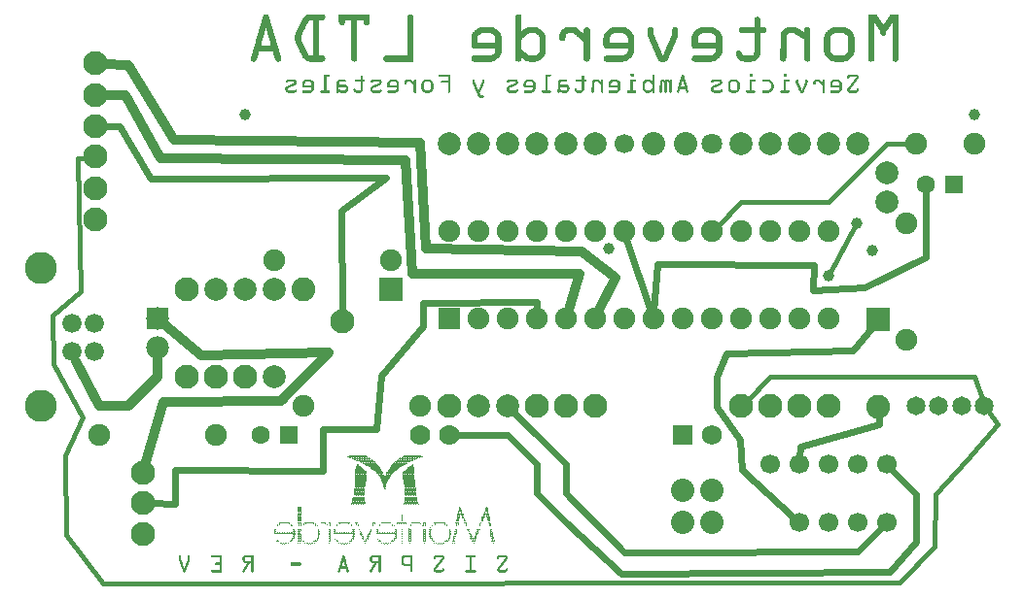
<source format=gbl>
G04 MADE WITH FRITZING*
G04 WWW.FRITZING.ORG*
G04 DOUBLE SIDED*
G04 HOLES PLATED*
G04 CONTOUR ON CENTER OF CONTOUR VECTOR*
%ASAXBY*%
%FSLAX23Y23*%
%MOIN*%
%OFA0B0*%
%SFA1.0B1.0*%
%ADD10C,0.082000*%
%ADD11C,0.075000*%
%ADD12C,0.062992*%
%ADD13C,0.080000*%
%ADD14C,0.039370*%
%ADD15C,0.066929*%
%ADD16C,0.078740*%
%ADD17C,0.074803*%
%ADD18C,0.070000*%
%ADD19C,0.069000*%
%ADD20C,0.078000*%
%ADD21C,0.070866*%
%ADD22C,0.082677*%
%ADD23C,0.066000*%
%ADD24C,0.110000*%
%ADD25C,0.065000*%
%ADD26R,0.082000X0.082000*%
%ADD27R,0.062992X0.062992*%
%ADD28R,0.075000X0.075000*%
%ADD29R,0.069000X0.069000*%
%ADD30R,0.078000X0.078000*%
%ADD31C,0.024000*%
%ADD32C,0.016000*%
%ADD33C,0.032000*%
%ADD34R,0.001000X0.001000*%
%LNCOPPER0*%
G90*
G70*
G54D10*
X2980Y1006D03*
X2980Y708D03*
G54D11*
X308Y609D03*
X708Y609D03*
G54D12*
X961Y609D03*
X863Y609D03*
G54D13*
X2208Y1609D03*
X2318Y1609D03*
G54D11*
X908Y1209D03*
X1308Y1209D03*
G54D14*
X2056Y1251D03*
G54D15*
X2108Y1609D03*
G54D16*
X2908Y1609D03*
G54D17*
X3308Y1609D03*
X3108Y1609D03*
G54D14*
X2808Y1158D03*
X2907Y1338D03*
G54D18*
X1408Y609D03*
X1508Y609D03*
G54D11*
X1508Y1009D03*
X1508Y1309D03*
X1608Y1009D03*
X1608Y1309D03*
X1708Y1009D03*
X1708Y1309D03*
X1808Y1009D03*
X1808Y1309D03*
X1908Y1009D03*
X1908Y1309D03*
X2008Y1009D03*
X2008Y1309D03*
X2108Y1009D03*
X2108Y1309D03*
X2208Y1009D03*
X2208Y1309D03*
X2308Y1009D03*
X2308Y1309D03*
X2408Y1009D03*
X2408Y1309D03*
X2508Y1009D03*
X2508Y1309D03*
X2608Y1009D03*
X2608Y1309D03*
X2708Y1009D03*
X2708Y1309D03*
X2808Y1009D03*
X2808Y1309D03*
X1008Y709D03*
X1408Y709D03*
G54D19*
X2308Y609D03*
X2408Y609D03*
G54D20*
X508Y1009D03*
X508Y909D03*
G54D12*
X3241Y1469D03*
X3143Y1469D03*
G54D13*
X2308Y309D03*
X2308Y419D03*
X2408Y309D03*
X2408Y419D03*
G54D16*
X2508Y1609D03*
X2608Y1609D03*
X2708Y1609D03*
X1508Y1609D03*
X1608Y1609D03*
X1708Y1609D03*
X1808Y1609D03*
X1908Y1609D03*
X1608Y709D03*
X1708Y709D03*
G54D21*
X2408Y1609D03*
G54D16*
X2808Y1609D03*
X2008Y1609D03*
G54D22*
X1508Y709D03*
X1808Y709D03*
X1908Y709D03*
X2008Y709D03*
X2508Y709D03*
X295Y1886D03*
X295Y1566D03*
X459Y480D03*
X2608Y709D03*
X295Y1456D03*
X1142Y999D03*
X295Y1777D03*
X459Y376D03*
X2708Y709D03*
X295Y1351D03*
X295Y1671D03*
X459Y272D03*
X2808Y709D03*
X608Y809D03*
X708Y809D03*
X808Y809D03*
X608Y1109D03*
G54D16*
X708Y1109D03*
X808Y1109D03*
G54D15*
X2708Y309D03*
X2808Y309D03*
X2908Y309D03*
X3008Y309D03*
X3008Y509D03*
X2908Y509D03*
X2808Y509D03*
X2708Y509D03*
X2608Y509D03*
G54D14*
X2961Y1245D03*
X808Y1709D03*
X3308Y1709D03*
G54D10*
X1308Y1109D03*
X1010Y1109D03*
G54D23*
X293Y896D03*
X293Y995D03*
X215Y995D03*
X215Y896D03*
G54D24*
X108Y709D03*
X108Y1183D03*
G54D25*
X3108Y709D03*
X3187Y709D03*
X3266Y709D03*
X3344Y709D03*
G54D11*
X3075Y936D03*
X3075Y1336D03*
G54D16*
X3008Y1409D03*
X3008Y1509D03*
X908Y809D03*
X908Y1109D03*
G54D26*
X2980Y1007D03*
G54D27*
X961Y609D03*
G54D28*
X1508Y1009D03*
G54D29*
X2308Y609D03*
G54D30*
X508Y1009D03*
G54D27*
X3241Y1469D03*
G54D26*
X1309Y1109D03*
G54D31*
X2983Y647D02*
X2714Y572D01*
D02*
X2714Y572D02*
X2710Y533D01*
D02*
X2982Y676D02*
X2983Y647D01*
D02*
X2426Y706D02*
X2506Y593D01*
D02*
X2506Y593D02*
X2514Y489D01*
D02*
X2461Y892D02*
X2426Y809D01*
D02*
X2892Y900D02*
X2461Y892D01*
D02*
X2426Y809D02*
X2426Y706D01*
D02*
X2514Y489D02*
X2690Y326D01*
D02*
X2960Y981D02*
X2892Y900D01*
G54D32*
D02*
X2808Y1409D02*
X2508Y1409D01*
D02*
X3008Y1609D02*
X2808Y1409D01*
D02*
X2508Y1409D02*
X2425Y1325D01*
D02*
X3089Y1609D02*
X3008Y1609D01*
D02*
X2900Y1326D02*
X2815Y1170D01*
D02*
X2608Y809D02*
X2808Y809D01*
D02*
X2808Y809D02*
X2858Y811D01*
D02*
X2908Y809D02*
X3008Y809D01*
D02*
X3008Y809D02*
X3208Y809D01*
D02*
X2858Y811D02*
X2908Y809D01*
D02*
X3308Y809D02*
X3338Y726D01*
D02*
X3208Y809D02*
X3308Y809D01*
D02*
X2525Y725D02*
X2608Y809D01*
G54D31*
D02*
X2108Y206D02*
X1908Y409D01*
D02*
X1908Y409D02*
X1908Y509D01*
D02*
X2908Y209D02*
X2206Y206D01*
D02*
X1808Y609D02*
X1727Y690D01*
D02*
X1908Y509D02*
X1808Y609D01*
D02*
X2206Y206D02*
X2108Y206D01*
D02*
X2991Y291D02*
X2908Y209D01*
D02*
X3108Y245D02*
X3019Y142D01*
D02*
X3108Y406D02*
X3108Y245D01*
D02*
X3019Y142D02*
X2100Y134D01*
D02*
X2100Y134D02*
X1908Y309D01*
D02*
X1708Y609D02*
X1535Y609D01*
D02*
X1808Y409D02*
X1808Y509D01*
D02*
X1808Y509D02*
X1708Y609D01*
D02*
X1908Y309D02*
X1808Y409D01*
D02*
X3026Y491D02*
X3108Y406D01*
D02*
X2117Y1281D02*
X2199Y1036D01*
D02*
X3142Y1364D02*
X3143Y1442D01*
D02*
X3142Y1222D02*
X3142Y1364D01*
D02*
X2934Y1116D02*
X3142Y1222D01*
D02*
X2756Y1106D02*
X2934Y1116D01*
D02*
X2759Y1195D02*
X2756Y1106D01*
D02*
X2223Y1198D02*
X2759Y1195D01*
D02*
X2210Y1037D02*
X2223Y1198D01*
G54D33*
D02*
X408Y709D02*
X308Y709D01*
D02*
X308Y709D02*
X231Y865D01*
D02*
X508Y873D02*
X509Y809D01*
D02*
X509Y809D02*
X408Y709D01*
G54D31*
D02*
X1419Y1065D02*
X1419Y985D01*
D02*
X1419Y985D02*
X1276Y815D01*
D02*
X1809Y1067D02*
X1419Y1065D01*
D02*
X1258Y632D02*
X1077Y630D01*
D02*
X1276Y815D02*
X1258Y632D01*
D02*
X571Y375D02*
X487Y376D01*
D02*
X1809Y1037D02*
X1809Y1067D01*
D02*
X1077Y630D02*
X1075Y488D01*
D02*
X571Y490D02*
X571Y375D01*
D02*
X1075Y488D02*
X571Y490D01*
G54D33*
D02*
X1097Y893D02*
X933Y727D01*
D02*
X536Y986D02*
X660Y885D01*
D02*
X660Y885D02*
X1097Y893D01*
D02*
X933Y727D02*
X530Y725D01*
D02*
X530Y725D02*
X467Y508D01*
D02*
X1962Y1241D02*
X1430Y1251D01*
D02*
X2079Y1152D02*
X1962Y1241D01*
D02*
X2023Y1039D02*
X2079Y1152D01*
D02*
X567Y1623D02*
X408Y1882D01*
D02*
X1430Y1251D02*
X1409Y1613D01*
D02*
X408Y1882D02*
X324Y1885D01*
D02*
X1409Y1613D02*
X567Y1623D01*
D02*
X1382Y1164D02*
X1358Y1555D01*
D02*
X1358Y1555D02*
X518Y1561D01*
D02*
X1957Y1163D02*
X1382Y1164D01*
D02*
X1919Y1041D02*
X1957Y1163D01*
D02*
X518Y1561D02*
X398Y1776D01*
D02*
X398Y1776D02*
X324Y1776D01*
G54D31*
D02*
X1142Y1028D02*
X1140Y1379D01*
D02*
X1140Y1379D02*
X1294Y1495D01*
D02*
X1294Y1495D02*
X487Y1491D01*
D02*
X380Y1670D02*
X324Y1671D01*
D02*
X487Y1491D02*
X380Y1670D01*
G54D32*
D02*
X236Y1560D02*
X272Y1564D01*
D02*
X152Y855D02*
X148Y1021D01*
D02*
X148Y1021D02*
X245Y1103D01*
D02*
X254Y669D02*
X152Y855D01*
D02*
X3052Y103D02*
X323Y101D01*
D02*
X3176Y407D02*
X3174Y228D01*
D02*
X197Y267D02*
X192Y541D01*
D02*
X3174Y228D02*
X3052Y103D01*
D02*
X245Y1103D02*
X236Y1560D01*
D02*
X192Y541D02*
X254Y669D01*
D02*
X3355Y694D02*
X3388Y648D01*
D02*
X3283Y525D02*
X3176Y407D01*
D02*
X323Y101D02*
X197Y267D01*
D02*
X3388Y648D02*
X3283Y525D01*
G36*
X1412Y539D02*
X1412Y536D01*
X1418Y536D01*
X1418Y533D01*
X1348Y533D01*
X1348Y531D01*
X1345Y531D01*
X1345Y533D01*
X1348Y533D01*
X1348Y536D01*
X1353Y536D01*
X1353Y539D01*
X1412Y539D01*
G37*
D02*
G36*
X1227Y539D02*
X1227Y536D01*
X1230Y536D01*
X1230Y533D01*
X1168Y533D01*
X1168Y531D01*
X1165Y531D01*
X1165Y533D01*
X1159Y533D01*
X1159Y536D01*
X1165Y536D01*
X1165Y539D01*
X1227Y539D01*
G37*
D02*
G36*
X1410Y533D02*
X1410Y531D01*
X1407Y531D01*
X1407Y533D01*
X1410Y533D01*
G37*
D02*
G36*
X1404Y533D02*
X1404Y531D01*
X1401Y531D01*
X1401Y533D01*
X1404Y533D01*
G37*
D02*
G36*
X1398Y533D02*
X1398Y531D01*
X1396Y531D01*
X1396Y533D01*
X1398Y533D01*
G37*
D02*
G36*
X1393Y533D02*
X1393Y531D01*
X1390Y531D01*
X1390Y533D01*
X1393Y533D01*
G37*
D02*
G36*
X1387Y533D02*
X1387Y531D01*
X1384Y531D01*
X1384Y533D01*
X1387Y533D01*
G37*
D02*
G36*
X1382Y533D02*
X1382Y531D01*
X1379Y531D01*
X1379Y533D01*
X1382Y533D01*
G37*
D02*
G36*
X1376Y533D02*
X1376Y531D01*
X1373Y531D01*
X1373Y533D01*
X1376Y533D01*
G37*
D02*
G36*
X1370Y533D02*
X1370Y531D01*
X1367Y531D01*
X1367Y533D01*
X1370Y533D01*
G37*
D02*
G36*
X1365Y533D02*
X1365Y531D01*
X1362Y531D01*
X1362Y533D01*
X1365Y533D01*
G37*
D02*
G36*
X1359Y533D02*
X1359Y531D01*
X1356Y531D01*
X1356Y533D01*
X1359Y533D01*
G37*
D02*
G36*
X1353Y533D02*
X1353Y531D01*
X1351Y531D01*
X1351Y533D01*
X1353Y533D01*
G37*
D02*
G36*
X1342Y533D02*
X1342Y531D01*
X1339Y531D01*
X1339Y533D01*
X1342Y533D01*
G37*
D02*
G36*
X1235Y533D02*
X1235Y531D01*
X1232Y531D01*
X1232Y533D01*
X1235Y533D01*
G37*
D02*
G36*
X1230Y533D02*
X1230Y531D01*
X1227Y531D01*
X1227Y533D01*
X1230Y533D01*
G37*
D02*
G36*
X1224Y533D02*
X1224Y531D01*
X1221Y531D01*
X1221Y533D01*
X1224Y533D01*
G37*
D02*
G36*
X1218Y533D02*
X1218Y531D01*
X1216Y531D01*
X1216Y533D01*
X1218Y533D01*
G37*
D02*
G36*
X1213Y533D02*
X1213Y531D01*
X1210Y531D01*
X1210Y533D01*
X1213Y533D01*
G37*
D02*
G36*
X1207Y533D02*
X1207Y531D01*
X1204Y531D01*
X1204Y533D01*
X1207Y533D01*
G37*
D02*
G36*
X1202Y533D02*
X1202Y531D01*
X1199Y531D01*
X1199Y533D01*
X1202Y533D01*
G37*
D02*
G36*
X1196Y533D02*
X1196Y531D01*
X1193Y531D01*
X1193Y533D01*
X1196Y533D01*
G37*
D02*
G36*
X1190Y533D02*
X1190Y531D01*
X1187Y531D01*
X1187Y533D01*
X1190Y533D01*
G37*
D02*
G36*
X1185Y533D02*
X1185Y531D01*
X1182Y531D01*
X1182Y533D01*
X1185Y533D01*
G37*
D02*
G36*
X1179Y533D02*
X1179Y531D01*
X1176Y531D01*
X1176Y533D01*
X1179Y533D01*
G37*
D02*
G36*
X1173Y533D02*
X1173Y531D01*
X1171Y531D01*
X1171Y533D01*
X1173Y533D01*
G37*
D02*
G36*
X1401Y531D02*
X1401Y528D01*
X1337Y528D01*
X1337Y531D01*
X1401Y531D01*
G37*
D02*
G36*
X1401Y531D02*
X1401Y528D01*
X1337Y528D01*
X1337Y531D01*
X1401Y531D01*
G37*
D02*
G36*
X1401Y531D02*
X1401Y528D01*
X1337Y528D01*
X1337Y531D01*
X1401Y531D01*
G37*
D02*
G36*
X1401Y531D02*
X1401Y528D01*
X1337Y528D01*
X1337Y531D01*
X1401Y531D01*
G37*
D02*
G36*
X1401Y531D02*
X1401Y528D01*
X1337Y528D01*
X1337Y531D01*
X1401Y531D01*
G37*
D02*
G36*
X1401Y531D02*
X1401Y528D01*
X1337Y528D01*
X1337Y531D01*
X1401Y531D01*
G37*
D02*
G36*
X1401Y531D02*
X1401Y528D01*
X1337Y528D01*
X1337Y531D01*
X1401Y531D01*
G37*
D02*
G36*
X1401Y531D02*
X1401Y528D01*
X1337Y528D01*
X1337Y531D01*
X1401Y531D01*
G37*
D02*
G36*
X1401Y531D02*
X1401Y528D01*
X1337Y528D01*
X1337Y531D01*
X1401Y531D01*
G37*
D02*
G36*
X1401Y531D02*
X1401Y528D01*
X1337Y528D01*
X1337Y531D01*
X1401Y531D01*
G37*
D02*
G36*
X1401Y531D02*
X1401Y528D01*
X1337Y528D01*
X1337Y531D01*
X1401Y531D01*
G37*
D02*
G36*
X1241Y531D02*
X1241Y528D01*
X1176Y528D01*
X1176Y531D01*
X1241Y531D01*
G37*
D02*
G36*
X1241Y531D02*
X1241Y528D01*
X1176Y528D01*
X1176Y531D01*
X1241Y531D01*
G37*
D02*
G36*
X1241Y531D02*
X1241Y528D01*
X1176Y528D01*
X1176Y531D01*
X1241Y531D01*
G37*
D02*
G36*
X1241Y531D02*
X1241Y528D01*
X1176Y528D01*
X1176Y531D01*
X1241Y531D01*
G37*
D02*
G36*
X1241Y531D02*
X1241Y528D01*
X1176Y528D01*
X1176Y531D01*
X1241Y531D01*
G37*
D02*
G36*
X1241Y531D02*
X1241Y528D01*
X1176Y528D01*
X1176Y531D01*
X1241Y531D01*
G37*
D02*
G36*
X1241Y531D02*
X1241Y528D01*
X1176Y528D01*
X1176Y531D01*
X1241Y531D01*
G37*
D02*
G36*
X1241Y531D02*
X1241Y528D01*
X1176Y528D01*
X1176Y531D01*
X1241Y531D01*
G37*
D02*
G36*
X1241Y531D02*
X1241Y528D01*
X1176Y528D01*
X1176Y531D01*
X1241Y531D01*
G37*
D02*
G36*
X1241Y531D02*
X1241Y528D01*
X1176Y528D01*
X1176Y531D01*
X1241Y531D01*
G37*
D02*
G36*
X1241Y531D02*
X1241Y528D01*
X1176Y528D01*
X1176Y531D01*
X1241Y531D01*
G37*
D02*
G36*
X1393Y528D02*
X1393Y525D01*
X1390Y525D01*
X1390Y528D01*
X1393Y528D01*
G37*
D02*
G36*
X1387Y528D02*
X1387Y525D01*
X1384Y525D01*
X1384Y528D01*
X1387Y528D01*
G37*
D02*
G36*
X1382Y528D02*
X1382Y525D01*
X1379Y525D01*
X1379Y528D01*
X1382Y528D01*
G37*
D02*
G36*
X1376Y528D02*
X1376Y525D01*
X1373Y525D01*
X1373Y528D01*
X1376Y528D01*
G37*
D02*
G36*
X1370Y528D02*
X1370Y525D01*
X1367Y525D01*
X1367Y528D01*
X1370Y528D01*
G37*
D02*
G36*
X1365Y528D02*
X1365Y525D01*
X1362Y525D01*
X1362Y528D01*
X1365Y528D01*
G37*
D02*
G36*
X1359Y528D02*
X1359Y525D01*
X1356Y525D01*
X1356Y528D01*
X1359Y528D01*
G37*
D02*
G36*
X1353Y528D02*
X1353Y525D01*
X1351Y525D01*
X1351Y528D01*
X1353Y528D01*
G37*
D02*
G36*
X1348Y528D02*
X1348Y525D01*
X1345Y525D01*
X1345Y528D01*
X1348Y528D01*
G37*
D02*
G36*
X1342Y528D02*
X1342Y525D01*
X1339Y525D01*
X1339Y528D01*
X1342Y528D01*
G37*
D02*
G36*
X1337Y528D02*
X1337Y525D01*
X1334Y525D01*
X1334Y528D01*
X1337Y528D01*
G37*
D02*
G36*
X1247Y528D02*
X1247Y525D01*
X1244Y525D01*
X1244Y528D01*
X1247Y528D01*
G37*
D02*
G36*
X1241Y528D02*
X1241Y525D01*
X1238Y525D01*
X1238Y528D01*
X1241Y528D01*
G37*
D02*
G36*
X1235Y528D02*
X1235Y525D01*
X1232Y525D01*
X1232Y528D01*
X1235Y528D01*
G37*
D02*
G36*
X1230Y528D02*
X1230Y525D01*
X1227Y525D01*
X1227Y528D01*
X1230Y528D01*
G37*
D02*
G36*
X1224Y528D02*
X1224Y525D01*
X1221Y525D01*
X1221Y528D01*
X1224Y528D01*
G37*
D02*
G36*
X1218Y528D02*
X1218Y525D01*
X1216Y525D01*
X1216Y528D01*
X1218Y528D01*
G37*
D02*
G36*
X1213Y528D02*
X1213Y525D01*
X1210Y525D01*
X1210Y528D01*
X1213Y528D01*
G37*
D02*
G36*
X1207Y528D02*
X1207Y525D01*
X1204Y525D01*
X1204Y528D01*
X1207Y528D01*
G37*
D02*
G36*
X1202Y528D02*
X1202Y525D01*
X1199Y525D01*
X1199Y528D01*
X1202Y528D01*
G37*
D02*
G36*
X1196Y528D02*
X1196Y525D01*
X1193Y525D01*
X1193Y528D01*
X1196Y528D01*
G37*
D02*
G36*
X1190Y528D02*
X1190Y525D01*
X1187Y525D01*
X1187Y528D01*
X1190Y528D01*
G37*
D02*
G36*
X1185Y528D02*
X1185Y525D01*
X1182Y525D01*
X1182Y528D01*
X1185Y528D01*
G37*
D02*
G36*
X1387Y525D02*
X1387Y522D01*
X1328Y522D01*
X1328Y525D01*
X1387Y525D01*
G37*
D02*
G36*
X1387Y525D02*
X1387Y522D01*
X1328Y522D01*
X1328Y525D01*
X1387Y525D01*
G37*
D02*
G36*
X1387Y525D02*
X1387Y522D01*
X1328Y522D01*
X1328Y525D01*
X1387Y525D01*
G37*
D02*
G36*
X1387Y525D02*
X1387Y522D01*
X1328Y522D01*
X1328Y525D01*
X1387Y525D01*
G37*
D02*
G36*
X1387Y525D02*
X1387Y522D01*
X1328Y522D01*
X1328Y525D01*
X1387Y525D01*
G37*
D02*
G36*
X1387Y525D02*
X1387Y522D01*
X1328Y522D01*
X1328Y525D01*
X1387Y525D01*
G37*
D02*
G36*
X1387Y525D02*
X1387Y522D01*
X1328Y522D01*
X1328Y525D01*
X1387Y525D01*
G37*
D02*
G36*
X1387Y525D02*
X1387Y522D01*
X1328Y522D01*
X1328Y525D01*
X1387Y525D01*
G37*
D02*
G36*
X1387Y525D02*
X1387Y522D01*
X1328Y522D01*
X1328Y525D01*
X1387Y525D01*
G37*
D02*
G36*
X1387Y525D02*
X1387Y522D01*
X1328Y522D01*
X1328Y525D01*
X1387Y525D01*
G37*
D02*
G36*
X1249Y525D02*
X1249Y522D01*
X1190Y522D01*
X1190Y525D01*
X1249Y525D01*
G37*
D02*
G36*
X1249Y525D02*
X1249Y522D01*
X1190Y522D01*
X1190Y525D01*
X1249Y525D01*
G37*
D02*
G36*
X1249Y525D02*
X1249Y522D01*
X1190Y522D01*
X1190Y525D01*
X1249Y525D01*
G37*
D02*
G36*
X1249Y525D02*
X1249Y522D01*
X1190Y522D01*
X1190Y525D01*
X1249Y525D01*
G37*
D02*
G36*
X1249Y525D02*
X1249Y522D01*
X1190Y522D01*
X1190Y525D01*
X1249Y525D01*
G37*
D02*
G36*
X1249Y525D02*
X1249Y522D01*
X1190Y522D01*
X1190Y525D01*
X1249Y525D01*
G37*
D02*
G36*
X1249Y525D02*
X1249Y522D01*
X1190Y522D01*
X1190Y525D01*
X1249Y525D01*
G37*
D02*
G36*
X1249Y525D02*
X1249Y522D01*
X1190Y522D01*
X1190Y525D01*
X1249Y525D01*
G37*
D02*
G36*
X1249Y525D02*
X1249Y522D01*
X1190Y522D01*
X1190Y525D01*
X1249Y525D01*
G37*
D02*
G36*
X1249Y525D02*
X1249Y522D01*
X1190Y522D01*
X1190Y525D01*
X1249Y525D01*
G37*
D02*
G36*
X1384Y522D02*
X1384Y519D01*
X1382Y519D01*
X1382Y522D01*
X1384Y522D01*
G37*
D02*
G36*
X1379Y522D02*
X1379Y519D01*
X1376Y519D01*
X1376Y522D01*
X1379Y522D01*
G37*
D02*
G36*
X1373Y522D02*
X1373Y519D01*
X1370Y519D01*
X1370Y522D01*
X1373Y522D01*
G37*
D02*
G36*
X1367Y522D02*
X1367Y519D01*
X1365Y519D01*
X1365Y522D01*
X1367Y522D01*
G37*
D02*
G36*
X1362Y522D02*
X1362Y519D01*
X1359Y519D01*
X1359Y522D01*
X1362Y522D01*
G37*
D02*
G36*
X1356Y522D02*
X1356Y519D01*
X1353Y519D01*
X1353Y522D01*
X1356Y522D01*
G37*
D02*
G36*
X1351Y522D02*
X1351Y519D01*
X1348Y519D01*
X1348Y522D01*
X1351Y522D01*
G37*
D02*
G36*
X1345Y522D02*
X1345Y519D01*
X1342Y519D01*
X1342Y522D01*
X1345Y522D01*
G37*
D02*
G36*
X1339Y522D02*
X1339Y519D01*
X1337Y519D01*
X1337Y522D01*
X1339Y522D01*
G37*
D02*
G36*
X1334Y522D02*
X1334Y519D01*
X1331Y519D01*
X1331Y522D01*
X1334Y522D01*
G37*
D02*
G36*
X1328Y522D02*
X1328Y519D01*
X1325Y519D01*
X1325Y522D01*
X1328Y522D01*
G37*
D02*
G36*
X1249Y522D02*
X1249Y519D01*
X1247Y519D01*
X1247Y522D01*
X1249Y522D01*
G37*
D02*
G36*
X1244Y522D02*
X1244Y519D01*
X1241Y519D01*
X1241Y522D01*
X1244Y522D01*
G37*
D02*
G36*
X1238Y522D02*
X1238Y519D01*
X1235Y519D01*
X1235Y522D01*
X1238Y522D01*
G37*
D02*
G36*
X1232Y522D02*
X1232Y519D01*
X1230Y519D01*
X1230Y522D01*
X1232Y522D01*
G37*
D02*
G36*
X1227Y522D02*
X1227Y519D01*
X1224Y519D01*
X1224Y522D01*
X1227Y522D01*
G37*
D02*
G36*
X1221Y522D02*
X1221Y519D01*
X1218Y519D01*
X1218Y522D01*
X1221Y522D01*
G37*
D02*
G36*
X1216Y522D02*
X1216Y519D01*
X1213Y519D01*
X1213Y522D01*
X1216Y522D01*
G37*
D02*
G36*
X1210Y522D02*
X1210Y519D01*
X1207Y519D01*
X1207Y522D01*
X1210Y522D01*
G37*
D02*
G36*
X1204Y522D02*
X1204Y519D01*
X1202Y519D01*
X1202Y522D01*
X1204Y522D01*
G37*
D02*
G36*
X1199Y522D02*
X1199Y519D01*
X1196Y519D01*
X1196Y522D01*
X1199Y522D01*
G37*
D02*
G36*
X1376Y519D02*
X1376Y517D01*
X1322Y517D01*
X1322Y519D01*
X1376Y519D01*
G37*
D02*
G36*
X1376Y519D02*
X1376Y517D01*
X1322Y517D01*
X1322Y519D01*
X1376Y519D01*
G37*
D02*
G36*
X1376Y519D02*
X1376Y517D01*
X1322Y517D01*
X1322Y519D01*
X1376Y519D01*
G37*
D02*
G36*
X1376Y519D02*
X1376Y517D01*
X1322Y517D01*
X1322Y519D01*
X1376Y519D01*
G37*
D02*
G36*
X1376Y519D02*
X1376Y517D01*
X1322Y517D01*
X1322Y519D01*
X1376Y519D01*
G37*
D02*
G36*
X1376Y519D02*
X1376Y517D01*
X1322Y517D01*
X1322Y519D01*
X1376Y519D01*
G37*
D02*
G36*
X1376Y519D02*
X1376Y517D01*
X1322Y517D01*
X1322Y519D01*
X1376Y519D01*
G37*
D02*
G36*
X1376Y519D02*
X1376Y517D01*
X1322Y517D01*
X1322Y519D01*
X1376Y519D01*
G37*
D02*
G36*
X1376Y519D02*
X1376Y517D01*
X1322Y517D01*
X1322Y519D01*
X1376Y519D01*
G37*
D02*
G36*
X1255Y519D02*
X1255Y517D01*
X1202Y517D01*
X1202Y519D01*
X1255Y519D01*
G37*
D02*
G36*
X1255Y519D02*
X1255Y517D01*
X1202Y517D01*
X1202Y519D01*
X1255Y519D01*
G37*
D02*
G36*
X1255Y519D02*
X1255Y517D01*
X1202Y517D01*
X1202Y519D01*
X1255Y519D01*
G37*
D02*
G36*
X1255Y519D02*
X1255Y517D01*
X1202Y517D01*
X1202Y519D01*
X1255Y519D01*
G37*
D02*
G36*
X1255Y519D02*
X1255Y517D01*
X1202Y517D01*
X1202Y519D01*
X1255Y519D01*
G37*
D02*
G36*
X1255Y519D02*
X1255Y517D01*
X1202Y517D01*
X1202Y519D01*
X1255Y519D01*
G37*
D02*
G36*
X1255Y519D02*
X1255Y517D01*
X1202Y517D01*
X1202Y519D01*
X1255Y519D01*
G37*
D02*
G36*
X1255Y519D02*
X1255Y517D01*
X1202Y517D01*
X1202Y519D01*
X1255Y519D01*
G37*
D02*
G36*
X1255Y519D02*
X1255Y517D01*
X1202Y517D01*
X1202Y519D01*
X1255Y519D01*
G37*
D02*
G36*
X1367Y517D02*
X1367Y514D01*
X1365Y514D01*
X1365Y517D01*
X1367Y517D01*
G37*
D02*
G36*
X1362Y517D02*
X1362Y514D01*
X1359Y514D01*
X1359Y517D01*
X1362Y517D01*
G37*
D02*
G36*
X1356Y517D02*
X1356Y514D01*
X1353Y514D01*
X1353Y517D01*
X1356Y517D01*
G37*
D02*
G36*
X1351Y517D02*
X1351Y514D01*
X1348Y514D01*
X1348Y517D01*
X1351Y517D01*
G37*
D02*
G36*
X1345Y517D02*
X1345Y514D01*
X1342Y514D01*
X1342Y517D01*
X1345Y517D01*
G37*
D02*
G36*
X1339Y517D02*
X1339Y514D01*
X1337Y514D01*
X1337Y517D01*
X1339Y517D01*
G37*
D02*
G36*
X1334Y517D02*
X1334Y514D01*
X1331Y514D01*
X1331Y517D01*
X1334Y517D01*
G37*
D02*
G36*
X1328Y517D02*
X1328Y514D01*
X1325Y514D01*
X1325Y517D01*
X1328Y517D01*
G37*
D02*
G36*
X1322Y517D02*
X1322Y514D01*
X1320Y514D01*
X1320Y517D01*
X1322Y517D01*
G37*
D02*
G36*
X1255Y517D02*
X1255Y514D01*
X1252Y514D01*
X1252Y517D01*
X1255Y517D01*
G37*
D02*
G36*
X1249Y517D02*
X1249Y514D01*
X1247Y514D01*
X1247Y517D01*
X1249Y517D01*
G37*
D02*
G36*
X1244Y517D02*
X1244Y514D01*
X1241Y514D01*
X1241Y517D01*
X1244Y517D01*
G37*
D02*
G36*
X1238Y517D02*
X1238Y514D01*
X1235Y514D01*
X1235Y517D01*
X1238Y517D01*
G37*
D02*
G36*
X1232Y517D02*
X1232Y514D01*
X1230Y514D01*
X1230Y517D01*
X1232Y517D01*
G37*
D02*
G36*
X1227Y517D02*
X1227Y514D01*
X1224Y514D01*
X1224Y517D01*
X1227Y517D01*
G37*
D02*
G36*
X1221Y517D02*
X1221Y514D01*
X1218Y514D01*
X1218Y517D01*
X1221Y517D01*
G37*
D02*
G36*
X1216Y517D02*
X1216Y514D01*
X1213Y514D01*
X1213Y517D01*
X1216Y517D01*
G37*
D02*
G36*
X1210Y517D02*
X1210Y514D01*
X1207Y514D01*
X1207Y517D01*
X1210Y517D01*
G37*
D02*
G36*
X1365Y514D02*
X1365Y511D01*
X1317Y511D01*
X1317Y514D01*
X1365Y514D01*
G37*
D02*
G36*
X1365Y514D02*
X1365Y511D01*
X1317Y511D01*
X1317Y514D01*
X1365Y514D01*
G37*
D02*
G36*
X1365Y514D02*
X1365Y511D01*
X1317Y511D01*
X1317Y514D01*
X1365Y514D01*
G37*
D02*
G36*
X1365Y514D02*
X1365Y511D01*
X1317Y511D01*
X1317Y514D01*
X1365Y514D01*
G37*
D02*
G36*
X1365Y514D02*
X1365Y511D01*
X1317Y511D01*
X1317Y514D01*
X1365Y514D01*
G37*
D02*
G36*
X1365Y514D02*
X1365Y511D01*
X1317Y511D01*
X1317Y514D01*
X1365Y514D01*
G37*
D02*
G36*
X1365Y514D02*
X1365Y511D01*
X1317Y511D01*
X1317Y514D01*
X1365Y514D01*
G37*
D02*
G36*
X1365Y514D02*
X1365Y511D01*
X1317Y511D01*
X1317Y514D01*
X1365Y514D01*
G37*
D02*
G36*
X1261Y514D02*
X1261Y511D01*
X1213Y511D01*
X1213Y514D01*
X1261Y514D01*
G37*
D02*
G36*
X1261Y514D02*
X1261Y511D01*
X1213Y511D01*
X1213Y514D01*
X1261Y514D01*
G37*
D02*
G36*
X1261Y514D02*
X1261Y511D01*
X1213Y511D01*
X1213Y514D01*
X1261Y514D01*
G37*
D02*
G36*
X1261Y514D02*
X1261Y511D01*
X1213Y511D01*
X1213Y514D01*
X1261Y514D01*
G37*
D02*
G36*
X1261Y514D02*
X1261Y511D01*
X1213Y511D01*
X1213Y514D01*
X1261Y514D01*
G37*
D02*
G36*
X1261Y514D02*
X1261Y511D01*
X1213Y511D01*
X1213Y514D01*
X1261Y514D01*
G37*
D02*
G36*
X1261Y514D02*
X1261Y511D01*
X1213Y511D01*
X1213Y514D01*
X1261Y514D01*
G37*
D02*
G36*
X1261Y514D02*
X1261Y511D01*
X1213Y511D01*
X1213Y514D01*
X1261Y514D01*
G37*
D02*
G36*
X1359Y511D02*
X1359Y508D01*
X1353Y508D01*
X1353Y505D01*
X1351Y505D01*
X1351Y503D01*
X1345Y503D01*
X1345Y500D01*
X1339Y500D01*
X1339Y497D01*
X1337Y497D01*
X1337Y494D01*
X1334Y494D01*
X1334Y491D01*
X1328Y491D01*
X1328Y488D01*
X1325Y488D01*
X1325Y486D01*
X1322Y486D01*
X1322Y483D01*
X1320Y483D01*
X1320Y480D01*
X1317Y480D01*
X1317Y477D01*
X1297Y477D01*
X1297Y474D01*
X1294Y474D01*
X1294Y483D01*
X1300Y483D01*
X1300Y491D01*
X1303Y491D01*
X1303Y494D01*
X1306Y494D01*
X1306Y500D01*
X1308Y500D01*
X1308Y503D01*
X1311Y503D01*
X1311Y508D01*
X1314Y508D01*
X1314Y511D01*
X1359Y511D01*
G37*
D02*
G36*
X1263Y511D02*
X1263Y508D01*
X1266Y508D01*
X1266Y503D01*
X1269Y503D01*
X1269Y500D01*
X1272Y500D01*
X1272Y494D01*
X1275Y494D01*
X1275Y491D01*
X1277Y491D01*
X1277Y486D01*
X1280Y486D01*
X1280Y483D01*
X1283Y483D01*
X1283Y477D01*
X1269Y477D01*
X1269Y474D01*
X1266Y474D01*
X1266Y477D01*
X1261Y477D01*
X1261Y480D01*
X1258Y480D01*
X1258Y483D01*
X1255Y483D01*
X1255Y486D01*
X1252Y486D01*
X1252Y488D01*
X1249Y488D01*
X1249Y491D01*
X1244Y491D01*
X1244Y494D01*
X1241Y494D01*
X1241Y497D01*
X1238Y497D01*
X1238Y500D01*
X1232Y500D01*
X1232Y503D01*
X1227Y503D01*
X1227Y505D01*
X1224Y505D01*
X1224Y508D01*
X1218Y508D01*
X1218Y511D01*
X1263Y511D01*
G37*
D02*
G36*
X1314Y477D02*
X1314Y474D01*
X1311Y474D01*
X1311Y477D01*
X1314Y477D01*
G37*
D02*
G36*
X1308Y477D02*
X1308Y474D01*
X1306Y474D01*
X1306Y477D01*
X1308Y477D01*
G37*
D02*
G36*
X1303Y477D02*
X1303Y474D01*
X1300Y474D01*
X1300Y477D01*
X1303Y477D01*
G37*
D02*
G36*
X1280Y477D02*
X1280Y474D01*
X1277Y474D01*
X1277Y477D01*
X1280Y477D01*
G37*
D02*
G36*
X1275Y477D02*
X1275Y474D01*
X1272Y474D01*
X1272Y477D01*
X1275Y477D01*
G37*
D02*
G36*
X1311Y474D02*
X1311Y472D01*
X1292Y472D01*
X1292Y474D01*
X1311Y474D01*
G37*
D02*
G36*
X1311Y474D02*
X1311Y472D01*
X1292Y472D01*
X1292Y474D01*
X1311Y474D01*
G37*
D02*
G36*
X1311Y474D02*
X1311Y472D01*
X1292Y472D01*
X1292Y474D01*
X1311Y474D01*
G37*
D02*
G36*
X1286Y474D02*
X1286Y472D01*
X1266Y472D01*
X1266Y474D01*
X1286Y474D01*
G37*
D02*
G36*
X1286Y474D02*
X1286Y472D01*
X1266Y472D01*
X1266Y474D01*
X1286Y474D01*
G37*
D02*
G36*
X1286Y474D02*
X1286Y472D01*
X1266Y472D01*
X1266Y474D01*
X1286Y474D01*
G37*
D02*
G36*
X1311Y472D02*
X1311Y469D01*
X1266Y469D01*
X1266Y472D01*
X1311Y472D01*
G37*
D02*
G36*
X1311Y472D02*
X1311Y469D01*
X1266Y469D01*
X1266Y472D01*
X1311Y472D01*
G37*
D02*
G36*
X1308Y469D02*
X1308Y466D01*
X1306Y466D01*
X1306Y460D01*
X1303Y460D01*
X1303Y458D01*
X1300Y458D01*
X1300Y449D01*
X1297Y449D01*
X1297Y443D01*
X1294Y443D01*
X1294Y432D01*
X1289Y432D01*
X1289Y427D01*
X1292Y427D01*
X1292Y424D01*
X1286Y424D01*
X1286Y432D01*
X1283Y432D01*
X1283Y443D01*
X1280Y443D01*
X1280Y449D01*
X1277Y449D01*
X1277Y458D01*
X1275Y458D01*
X1275Y460D01*
X1272Y460D01*
X1272Y466D01*
X1269Y466D01*
X1269Y469D01*
X1308Y469D01*
G37*
D02*
G36*
X1294Y432D02*
X1294Y429D01*
X1292Y429D01*
X1292Y432D01*
X1294Y432D01*
G37*
D02*
G36*
X1199Y511D02*
X1199Y505D01*
X1204Y505D01*
X1204Y503D01*
X1207Y503D01*
X1207Y500D01*
X1210Y500D01*
X1210Y497D01*
X1213Y497D01*
X1213Y494D01*
X1216Y494D01*
X1216Y491D01*
X1218Y491D01*
X1218Y488D01*
X1224Y488D01*
X1224Y486D01*
X1227Y486D01*
X1227Y477D01*
X1190Y477D01*
X1190Y474D01*
X1187Y474D01*
X1187Y494D01*
X1190Y494D01*
X1190Y505D01*
X1193Y505D01*
X1193Y511D01*
X1199Y511D01*
G37*
D02*
G36*
X1224Y477D02*
X1224Y474D01*
X1221Y474D01*
X1221Y477D01*
X1224Y477D01*
G37*
D02*
G36*
X1218Y477D02*
X1218Y474D01*
X1216Y474D01*
X1216Y477D01*
X1218Y477D01*
G37*
D02*
G36*
X1213Y477D02*
X1213Y474D01*
X1210Y474D01*
X1210Y477D01*
X1213Y477D01*
G37*
D02*
G36*
X1207Y477D02*
X1207Y474D01*
X1204Y474D01*
X1204Y477D01*
X1207Y477D01*
G37*
D02*
G36*
X1202Y477D02*
X1202Y474D01*
X1199Y474D01*
X1199Y477D01*
X1202Y477D01*
G37*
D02*
G36*
X1196Y477D02*
X1196Y474D01*
X1193Y474D01*
X1193Y477D01*
X1196Y477D01*
G37*
D02*
G36*
X1227Y474D02*
X1227Y472D01*
X1187Y472D01*
X1187Y474D01*
X1227Y474D01*
G37*
D02*
G36*
X1227Y474D02*
X1227Y472D01*
X1187Y472D01*
X1187Y474D01*
X1227Y474D01*
G37*
D02*
G36*
X1227Y474D02*
X1227Y472D01*
X1187Y472D01*
X1187Y474D01*
X1227Y474D01*
G37*
D02*
G36*
X1227Y474D02*
X1227Y472D01*
X1187Y472D01*
X1187Y474D01*
X1227Y474D01*
G37*
D02*
G36*
X1227Y474D02*
X1227Y472D01*
X1187Y472D01*
X1187Y474D01*
X1227Y474D01*
G37*
D02*
G36*
X1227Y474D02*
X1227Y472D01*
X1187Y472D01*
X1187Y474D01*
X1227Y474D01*
G37*
D02*
G36*
X1227Y474D02*
X1227Y472D01*
X1187Y472D01*
X1187Y474D01*
X1227Y474D01*
G37*
D02*
G36*
X1227Y472D02*
X1227Y452D01*
X1224Y452D01*
X1224Y435D01*
X1221Y435D01*
X1221Y432D01*
X1187Y432D01*
X1187Y427D01*
X1185Y427D01*
X1185Y449D01*
X1187Y449D01*
X1187Y472D01*
X1227Y472D01*
G37*
D02*
G36*
X1221Y432D02*
X1221Y427D01*
X1218Y427D01*
X1218Y432D01*
X1221Y432D01*
G37*
D02*
G36*
X1216Y432D02*
X1216Y427D01*
X1213Y427D01*
X1213Y432D01*
X1216Y432D01*
G37*
D02*
G36*
X1210Y432D02*
X1210Y427D01*
X1207Y427D01*
X1207Y432D01*
X1210Y432D01*
G37*
D02*
G36*
X1204Y432D02*
X1204Y427D01*
X1202Y427D01*
X1202Y432D01*
X1204Y432D01*
G37*
D02*
G36*
X1199Y432D02*
X1199Y427D01*
X1196Y427D01*
X1196Y432D01*
X1199Y432D01*
G37*
D02*
G36*
X1193Y432D02*
X1193Y427D01*
X1190Y427D01*
X1190Y432D01*
X1193Y432D01*
G37*
D02*
G36*
X1221Y427D02*
X1221Y424D01*
X1182Y424D01*
X1182Y427D01*
X1221Y427D01*
G37*
D02*
G36*
X1221Y427D02*
X1221Y424D01*
X1182Y424D01*
X1182Y427D01*
X1221Y427D01*
G37*
D02*
G36*
X1221Y427D02*
X1221Y424D01*
X1182Y424D01*
X1182Y427D01*
X1221Y427D01*
G37*
D02*
G36*
X1221Y427D02*
X1221Y424D01*
X1182Y424D01*
X1182Y427D01*
X1221Y427D01*
G37*
D02*
G36*
X1221Y427D02*
X1221Y424D01*
X1182Y424D01*
X1182Y427D01*
X1221Y427D01*
G37*
D02*
G36*
X1221Y427D02*
X1221Y424D01*
X1182Y424D01*
X1182Y427D01*
X1221Y427D01*
G37*
D02*
G36*
X1221Y427D02*
X1221Y424D01*
X1182Y424D01*
X1182Y427D01*
X1221Y427D01*
G37*
D02*
G36*
X1221Y424D02*
X1221Y418D01*
X1185Y418D01*
X1185Y415D01*
X1182Y415D01*
X1182Y424D01*
X1221Y424D01*
G37*
D02*
G36*
X1218Y418D02*
X1218Y415D01*
X1216Y415D01*
X1216Y418D01*
X1218Y418D01*
G37*
D02*
G36*
X1213Y418D02*
X1213Y415D01*
X1210Y415D01*
X1210Y418D01*
X1213Y418D01*
G37*
D02*
G36*
X1207Y418D02*
X1207Y415D01*
X1204Y415D01*
X1204Y418D01*
X1207Y418D01*
G37*
D02*
G36*
X1202Y418D02*
X1202Y415D01*
X1199Y415D01*
X1199Y418D01*
X1202Y418D01*
G37*
D02*
G36*
X1196Y418D02*
X1196Y415D01*
X1193Y415D01*
X1193Y418D01*
X1196Y418D01*
G37*
D02*
G36*
X1190Y418D02*
X1190Y415D01*
X1187Y415D01*
X1187Y418D01*
X1190Y418D01*
G37*
D02*
G36*
X1221Y415D02*
X1221Y413D01*
X1182Y413D01*
X1182Y415D01*
X1221Y415D01*
G37*
D02*
G36*
X1221Y415D02*
X1221Y413D01*
X1182Y413D01*
X1182Y415D01*
X1221Y415D01*
G37*
D02*
G36*
X1221Y415D02*
X1221Y413D01*
X1182Y413D01*
X1182Y415D01*
X1221Y415D01*
G37*
D02*
G36*
X1221Y415D02*
X1221Y413D01*
X1182Y413D01*
X1182Y415D01*
X1221Y415D01*
G37*
D02*
G36*
X1221Y415D02*
X1221Y413D01*
X1182Y413D01*
X1182Y415D01*
X1221Y415D01*
G37*
D02*
G36*
X1221Y415D02*
X1221Y413D01*
X1182Y413D01*
X1182Y415D01*
X1221Y415D01*
G37*
D02*
G36*
X1221Y415D02*
X1221Y413D01*
X1182Y413D01*
X1182Y415D01*
X1221Y415D01*
G37*
D02*
G36*
X1221Y413D02*
X1221Y404D01*
X1187Y404D01*
X1187Y401D01*
X1185Y401D01*
X1185Y404D01*
X1182Y404D01*
X1182Y413D01*
X1221Y413D01*
G37*
D02*
G36*
X1221Y404D02*
X1221Y401D01*
X1218Y401D01*
X1218Y404D01*
X1221Y404D01*
G37*
D02*
G36*
X1216Y404D02*
X1216Y401D01*
X1213Y401D01*
X1213Y404D01*
X1216Y404D01*
G37*
D02*
G36*
X1210Y404D02*
X1210Y401D01*
X1207Y401D01*
X1207Y404D01*
X1210Y404D01*
G37*
D02*
G36*
X1204Y404D02*
X1204Y401D01*
X1202Y401D01*
X1202Y404D01*
X1204Y404D01*
G37*
D02*
G36*
X1199Y404D02*
X1199Y401D01*
X1196Y401D01*
X1196Y404D01*
X1199Y404D01*
G37*
D02*
G36*
X1193Y404D02*
X1193Y401D01*
X1190Y401D01*
X1190Y404D01*
X1193Y404D01*
G37*
D02*
G36*
X1387Y511D02*
X1387Y500D01*
X1390Y500D01*
X1390Y477D01*
X1353Y477D01*
X1353Y474D01*
X1351Y474D01*
X1351Y483D01*
X1353Y483D01*
X1353Y486D01*
X1356Y486D01*
X1356Y488D01*
X1359Y488D01*
X1359Y491D01*
X1362Y491D01*
X1362Y494D01*
X1365Y494D01*
X1365Y497D01*
X1367Y497D01*
X1367Y500D01*
X1373Y500D01*
X1373Y505D01*
X1379Y505D01*
X1379Y508D01*
X1382Y508D01*
X1382Y511D01*
X1387Y511D01*
G37*
D02*
G36*
X1387Y477D02*
X1387Y474D01*
X1384Y474D01*
X1384Y477D01*
X1387Y477D01*
G37*
D02*
G36*
X1382Y477D02*
X1382Y474D01*
X1379Y474D01*
X1379Y477D01*
X1382Y477D01*
G37*
D02*
G36*
X1376Y477D02*
X1376Y474D01*
X1373Y474D01*
X1373Y477D01*
X1376Y477D01*
G37*
D02*
G36*
X1370Y477D02*
X1370Y474D01*
X1367Y474D01*
X1367Y477D01*
X1370Y477D01*
G37*
D02*
G36*
X1365Y477D02*
X1365Y474D01*
X1362Y474D01*
X1362Y477D01*
X1365Y477D01*
G37*
D02*
G36*
X1359Y477D02*
X1359Y474D01*
X1356Y474D01*
X1356Y477D01*
X1359Y477D01*
G37*
D02*
G36*
X1390Y474D02*
X1390Y472D01*
X1351Y472D01*
X1351Y474D01*
X1390Y474D01*
G37*
D02*
G36*
X1390Y474D02*
X1390Y472D01*
X1351Y472D01*
X1351Y474D01*
X1390Y474D01*
G37*
D02*
G36*
X1390Y474D02*
X1390Y472D01*
X1351Y472D01*
X1351Y474D01*
X1390Y474D01*
G37*
D02*
G36*
X1390Y474D02*
X1390Y472D01*
X1351Y472D01*
X1351Y474D01*
X1390Y474D01*
G37*
D02*
G36*
X1390Y474D02*
X1390Y472D01*
X1351Y472D01*
X1351Y474D01*
X1390Y474D01*
G37*
D02*
G36*
X1390Y474D02*
X1390Y472D01*
X1351Y472D01*
X1351Y474D01*
X1390Y474D01*
G37*
D02*
G36*
X1390Y474D02*
X1390Y472D01*
X1351Y472D01*
X1351Y474D01*
X1390Y474D01*
G37*
D02*
G36*
X1390Y472D02*
X1390Y458D01*
X1393Y458D01*
X1393Y432D01*
X1362Y432D01*
X1362Y427D01*
X1359Y427D01*
X1359Y432D01*
X1356Y432D01*
X1356Y441D01*
X1353Y441D01*
X1353Y458D01*
X1351Y458D01*
X1351Y472D01*
X1390Y472D01*
G37*
D02*
G36*
X1396Y432D02*
X1396Y427D01*
X1393Y427D01*
X1393Y432D01*
X1396Y432D01*
G37*
D02*
G36*
X1390Y432D02*
X1390Y427D01*
X1387Y427D01*
X1387Y432D01*
X1390Y432D01*
G37*
D02*
G36*
X1384Y432D02*
X1384Y427D01*
X1382Y427D01*
X1382Y432D01*
X1384Y432D01*
G37*
D02*
G36*
X1379Y432D02*
X1379Y427D01*
X1376Y427D01*
X1376Y432D01*
X1379Y432D01*
G37*
D02*
G36*
X1373Y432D02*
X1373Y427D01*
X1370Y427D01*
X1370Y432D01*
X1373Y432D01*
G37*
D02*
G36*
X1367Y432D02*
X1367Y427D01*
X1365Y427D01*
X1365Y432D01*
X1367Y432D01*
G37*
D02*
G36*
X1396Y427D02*
X1396Y424D01*
X1356Y424D01*
X1356Y427D01*
X1396Y427D01*
G37*
D02*
G36*
X1396Y427D02*
X1396Y424D01*
X1356Y424D01*
X1356Y427D01*
X1396Y427D01*
G37*
D02*
G36*
X1396Y427D02*
X1396Y424D01*
X1356Y424D01*
X1356Y427D01*
X1396Y427D01*
G37*
D02*
G36*
X1396Y427D02*
X1396Y424D01*
X1356Y424D01*
X1356Y427D01*
X1396Y427D01*
G37*
D02*
G36*
X1396Y427D02*
X1396Y424D01*
X1356Y424D01*
X1356Y427D01*
X1396Y427D01*
G37*
D02*
G36*
X1396Y427D02*
X1396Y424D01*
X1356Y424D01*
X1356Y427D01*
X1396Y427D01*
G37*
D02*
G36*
X1396Y427D02*
X1396Y424D01*
X1356Y424D01*
X1356Y427D01*
X1396Y427D01*
G37*
D02*
G36*
X1396Y424D02*
X1396Y418D01*
X1359Y418D01*
X1359Y415D01*
X1356Y415D01*
X1356Y424D01*
X1396Y424D01*
G37*
D02*
G36*
X1393Y418D02*
X1393Y415D01*
X1390Y415D01*
X1390Y418D01*
X1393Y418D01*
G37*
D02*
G36*
X1387Y418D02*
X1387Y415D01*
X1384Y415D01*
X1384Y418D01*
X1387Y418D01*
G37*
D02*
G36*
X1382Y418D02*
X1382Y415D01*
X1379Y415D01*
X1379Y418D01*
X1382Y418D01*
G37*
D02*
G36*
X1376Y418D02*
X1376Y415D01*
X1373Y415D01*
X1373Y418D01*
X1376Y418D01*
G37*
D02*
G36*
X1370Y418D02*
X1370Y415D01*
X1367Y415D01*
X1367Y418D01*
X1370Y418D01*
G37*
D02*
G36*
X1365Y418D02*
X1365Y415D01*
X1362Y415D01*
X1362Y418D01*
X1365Y418D01*
G37*
D02*
G36*
X1396Y415D02*
X1396Y413D01*
X1356Y413D01*
X1356Y415D01*
X1396Y415D01*
G37*
D02*
G36*
X1396Y415D02*
X1396Y413D01*
X1356Y413D01*
X1356Y415D01*
X1396Y415D01*
G37*
D02*
G36*
X1396Y415D02*
X1396Y413D01*
X1356Y413D01*
X1356Y415D01*
X1396Y415D01*
G37*
D02*
G36*
X1396Y415D02*
X1396Y413D01*
X1356Y413D01*
X1356Y415D01*
X1396Y415D01*
G37*
D02*
G36*
X1396Y415D02*
X1396Y413D01*
X1356Y413D01*
X1356Y415D01*
X1396Y415D01*
G37*
D02*
G36*
X1396Y415D02*
X1396Y413D01*
X1356Y413D01*
X1356Y415D01*
X1396Y415D01*
G37*
D02*
G36*
X1396Y415D02*
X1396Y413D01*
X1356Y413D01*
X1356Y415D01*
X1396Y415D01*
G37*
D02*
G36*
X1396Y413D02*
X1396Y404D01*
X1362Y404D01*
X1362Y401D01*
X1359Y401D01*
X1359Y404D01*
X1356Y404D01*
X1356Y413D01*
X1396Y413D01*
G37*
D02*
G36*
X1396Y404D02*
X1396Y401D01*
X1393Y401D01*
X1393Y404D01*
X1396Y404D01*
G37*
D02*
G36*
X1390Y404D02*
X1390Y401D01*
X1387Y401D01*
X1387Y404D01*
X1390Y404D01*
G37*
D02*
G36*
X1384Y404D02*
X1384Y401D01*
X1382Y401D01*
X1382Y404D01*
X1384Y404D01*
G37*
D02*
G36*
X1379Y404D02*
X1379Y401D01*
X1376Y401D01*
X1376Y404D01*
X1379Y404D01*
G37*
D02*
G36*
X1373Y404D02*
X1373Y401D01*
X1370Y401D01*
X1370Y404D01*
X1373Y404D01*
G37*
D02*
G36*
X1367Y404D02*
X1367Y401D01*
X1365Y401D01*
X1365Y404D01*
X1367Y404D01*
G37*
D02*
G36*
X1398Y398D02*
X1398Y393D01*
X1401Y393D01*
X1401Y384D01*
X1359Y384D01*
X1359Y382D01*
X1356Y382D01*
X1356Y398D01*
X1398Y398D01*
G37*
D02*
G36*
X1398Y384D02*
X1398Y382D01*
X1396Y382D01*
X1396Y384D01*
X1398Y384D01*
G37*
D02*
G36*
X1393Y384D02*
X1393Y382D01*
X1390Y382D01*
X1390Y384D01*
X1393Y384D01*
G37*
D02*
G36*
X1387Y384D02*
X1387Y382D01*
X1384Y382D01*
X1384Y384D01*
X1387Y384D01*
G37*
D02*
G36*
X1382Y384D02*
X1382Y382D01*
X1379Y382D01*
X1379Y384D01*
X1382Y384D01*
G37*
D02*
G36*
X1376Y384D02*
X1376Y382D01*
X1373Y382D01*
X1373Y384D01*
X1376Y384D01*
G37*
D02*
G36*
X1370Y384D02*
X1370Y382D01*
X1367Y382D01*
X1367Y384D01*
X1370Y384D01*
G37*
D02*
G36*
X1365Y384D02*
X1365Y382D01*
X1362Y382D01*
X1362Y384D01*
X1365Y384D01*
G37*
D02*
G36*
X1401Y382D02*
X1401Y379D01*
X1356Y379D01*
X1356Y382D01*
X1401Y382D01*
G37*
D02*
G36*
X1401Y382D02*
X1401Y379D01*
X1356Y379D01*
X1356Y382D01*
X1401Y382D01*
G37*
D02*
G36*
X1401Y382D02*
X1401Y379D01*
X1356Y379D01*
X1356Y382D01*
X1401Y382D01*
G37*
D02*
G36*
X1401Y382D02*
X1401Y379D01*
X1356Y379D01*
X1356Y382D01*
X1401Y382D01*
G37*
D02*
G36*
X1401Y382D02*
X1401Y379D01*
X1356Y379D01*
X1356Y382D01*
X1401Y382D01*
G37*
D02*
G36*
X1401Y382D02*
X1401Y379D01*
X1356Y379D01*
X1356Y382D01*
X1401Y382D01*
G37*
D02*
G36*
X1401Y382D02*
X1401Y379D01*
X1356Y379D01*
X1356Y382D01*
X1401Y382D01*
G37*
D02*
G36*
X1401Y382D02*
X1401Y379D01*
X1356Y379D01*
X1356Y382D01*
X1401Y382D01*
G37*
D02*
G36*
X1404Y379D02*
X1404Y373D01*
X1356Y373D01*
X1356Y370D01*
X1353Y370D01*
X1353Y376D01*
X1356Y376D01*
X1356Y379D01*
X1404Y379D01*
G37*
D02*
G36*
X1401Y373D02*
X1401Y370D01*
X1398Y370D01*
X1398Y373D01*
X1401Y373D01*
G37*
D02*
G36*
X1396Y373D02*
X1396Y370D01*
X1393Y370D01*
X1393Y373D01*
X1396Y373D01*
G37*
D02*
G36*
X1390Y373D02*
X1390Y370D01*
X1387Y370D01*
X1387Y373D01*
X1390Y373D01*
G37*
D02*
G36*
X1384Y373D02*
X1384Y370D01*
X1382Y370D01*
X1382Y373D01*
X1384Y373D01*
G37*
D02*
G36*
X1379Y373D02*
X1379Y370D01*
X1376Y370D01*
X1376Y373D01*
X1379Y373D01*
G37*
D02*
G36*
X1373Y373D02*
X1373Y370D01*
X1370Y370D01*
X1370Y373D01*
X1373Y373D01*
G37*
D02*
G36*
X1367Y373D02*
X1367Y370D01*
X1365Y370D01*
X1365Y373D01*
X1367Y373D01*
G37*
D02*
G36*
X1362Y373D02*
X1362Y370D01*
X1359Y370D01*
X1359Y373D01*
X1362Y373D01*
G37*
D02*
G36*
X1221Y398D02*
X1221Y384D01*
X1179Y384D01*
X1179Y382D01*
X1176Y382D01*
X1176Y393D01*
X1179Y393D01*
X1179Y398D01*
X1221Y398D01*
G37*
D02*
G36*
X1218Y384D02*
X1218Y382D01*
X1216Y382D01*
X1216Y384D01*
X1218Y384D01*
G37*
D02*
G36*
X1213Y384D02*
X1213Y382D01*
X1210Y382D01*
X1210Y384D01*
X1213Y384D01*
G37*
D02*
G36*
X1207Y384D02*
X1207Y382D01*
X1204Y382D01*
X1204Y384D01*
X1207Y384D01*
G37*
D02*
G36*
X1202Y384D02*
X1202Y382D01*
X1199Y382D01*
X1199Y384D01*
X1202Y384D01*
G37*
D02*
G36*
X1196Y384D02*
X1196Y382D01*
X1193Y382D01*
X1193Y384D01*
X1196Y384D01*
G37*
D02*
G36*
X1190Y384D02*
X1190Y382D01*
X1187Y382D01*
X1187Y384D01*
X1190Y384D01*
G37*
D02*
G36*
X1185Y384D02*
X1185Y382D01*
X1182Y382D01*
X1182Y384D01*
X1185Y384D01*
G37*
D02*
G36*
X1221Y382D02*
X1221Y379D01*
X1176Y379D01*
X1176Y382D01*
X1221Y382D01*
G37*
D02*
G36*
X1221Y382D02*
X1221Y379D01*
X1176Y379D01*
X1176Y382D01*
X1221Y382D01*
G37*
D02*
G36*
X1221Y382D02*
X1221Y379D01*
X1176Y379D01*
X1176Y382D01*
X1221Y382D01*
G37*
D02*
G36*
X1221Y382D02*
X1221Y379D01*
X1176Y379D01*
X1176Y382D01*
X1221Y382D01*
G37*
D02*
G36*
X1221Y382D02*
X1221Y379D01*
X1176Y379D01*
X1176Y382D01*
X1221Y382D01*
G37*
D02*
G36*
X1221Y382D02*
X1221Y379D01*
X1176Y379D01*
X1176Y382D01*
X1221Y382D01*
G37*
D02*
G36*
X1221Y382D02*
X1221Y379D01*
X1176Y379D01*
X1176Y382D01*
X1221Y382D01*
G37*
D02*
G36*
X1221Y382D02*
X1221Y379D01*
X1176Y379D01*
X1176Y382D01*
X1221Y382D01*
G37*
D02*
G36*
X1224Y379D02*
X1224Y373D01*
X1176Y373D01*
X1176Y370D01*
X1173Y370D01*
X1173Y376D01*
X1176Y376D01*
X1176Y379D01*
X1224Y379D01*
G37*
D02*
G36*
X1221Y373D02*
X1221Y370D01*
X1218Y370D01*
X1218Y373D01*
X1221Y373D01*
G37*
D02*
G36*
X1216Y373D02*
X1216Y370D01*
X1213Y370D01*
X1213Y373D01*
X1216Y373D01*
G37*
D02*
G36*
X1210Y373D02*
X1210Y370D01*
X1207Y370D01*
X1207Y373D01*
X1210Y373D01*
G37*
D02*
G36*
X1204Y373D02*
X1204Y370D01*
X1202Y370D01*
X1202Y373D01*
X1204Y373D01*
G37*
D02*
G36*
X1199Y373D02*
X1199Y370D01*
X1196Y370D01*
X1196Y373D01*
X1199Y373D01*
G37*
D02*
G36*
X1193Y373D02*
X1193Y370D01*
X1190Y370D01*
X1190Y373D01*
X1193Y373D01*
G37*
D02*
G36*
X1187Y373D02*
X1187Y370D01*
X1185Y370D01*
X1185Y373D01*
X1187Y373D01*
G37*
D02*
G36*
X1182Y373D02*
X1182Y370D01*
X1179Y370D01*
X1179Y373D01*
X1182Y373D01*
G37*
D02*
G36*
X1407Y373D02*
X1407Y370D01*
X1404Y370D01*
X1404Y373D01*
X1407Y373D01*
G37*
D02*
G36*
X1640Y365D02*
X1640Y362D01*
X1643Y362D01*
X1643Y348D01*
X1632Y348D01*
X1632Y342D01*
X1629Y342D01*
X1629Y348D01*
X1632Y348D01*
X1632Y359D01*
X1635Y359D01*
X1635Y362D01*
X1637Y362D01*
X1637Y365D01*
X1640Y365D01*
G37*
D02*
G36*
X1643Y348D02*
X1643Y342D01*
X1640Y342D01*
X1640Y348D01*
X1643Y348D01*
G37*
D02*
G36*
X1637Y348D02*
X1637Y342D01*
X1635Y342D01*
X1635Y348D01*
X1637Y348D01*
G37*
D02*
G36*
X1646Y342D02*
X1646Y339D01*
X1626Y339D01*
X1626Y342D01*
X1646Y342D01*
G37*
D02*
G36*
X1646Y342D02*
X1646Y339D01*
X1626Y339D01*
X1626Y342D01*
X1646Y342D01*
G37*
D02*
G36*
X1646Y342D02*
X1646Y339D01*
X1626Y339D01*
X1626Y342D01*
X1646Y342D01*
G37*
D02*
G36*
X1646Y339D02*
X1646Y337D01*
X1632Y337D01*
X1632Y334D01*
X1629Y334D01*
X1629Y331D01*
X1632Y331D01*
X1632Y328D01*
X1629Y328D01*
X1629Y323D01*
X1626Y323D01*
X1626Y314D01*
X1618Y314D01*
X1618Y320D01*
X1621Y320D01*
X1621Y331D01*
X1626Y331D01*
X1626Y339D01*
X1646Y339D01*
G37*
D02*
G36*
X1646Y337D02*
X1646Y334D01*
X1640Y334D01*
X1640Y331D01*
X1637Y331D01*
X1637Y337D01*
X1646Y337D01*
G37*
D02*
G36*
X1646Y334D02*
X1646Y331D01*
X1643Y331D01*
X1643Y334D01*
X1646Y334D01*
G37*
D02*
G36*
X1649Y331D02*
X1649Y328D01*
X1637Y328D01*
X1637Y331D01*
X1649Y331D01*
G37*
D02*
G36*
X1649Y331D02*
X1649Y328D01*
X1637Y328D01*
X1637Y331D01*
X1649Y331D01*
G37*
D02*
G36*
X1649Y328D02*
X1649Y314D01*
X1643Y314D01*
X1643Y317D01*
X1640Y317D01*
X1640Y328D01*
X1649Y328D01*
G37*
D02*
G36*
X1547Y365D02*
X1547Y359D01*
X1550Y359D01*
X1550Y353D01*
X1553Y353D01*
X1553Y348D01*
X1542Y348D01*
X1542Y342D01*
X1539Y342D01*
X1539Y351D01*
X1542Y351D01*
X1542Y365D01*
X1547Y365D01*
G37*
D02*
G36*
X1553Y348D02*
X1553Y342D01*
X1550Y342D01*
X1550Y348D01*
X1553Y348D01*
G37*
D02*
G36*
X1547Y348D02*
X1547Y342D01*
X1545Y342D01*
X1545Y348D01*
X1547Y348D01*
G37*
D02*
G36*
X1559Y342D02*
X1559Y339D01*
X1539Y339D01*
X1539Y342D01*
X1559Y342D01*
G37*
D02*
G36*
X1559Y342D02*
X1559Y339D01*
X1539Y339D01*
X1539Y342D01*
X1559Y342D01*
G37*
D02*
G36*
X1559Y342D02*
X1559Y339D01*
X1539Y339D01*
X1539Y342D01*
X1559Y342D01*
G37*
D02*
G36*
X1559Y339D02*
X1559Y337D01*
X1547Y337D01*
X1547Y334D01*
X1539Y334D01*
X1539Y331D01*
X1536Y331D01*
X1536Y339D01*
X1559Y339D01*
G37*
D02*
G36*
X1559Y337D02*
X1559Y334D01*
X1556Y334D01*
X1556Y331D01*
X1561Y331D01*
X1561Y325D01*
X1564Y325D01*
X1564Y317D01*
X1567Y317D01*
X1567Y314D01*
X1559Y314D01*
X1559Y323D01*
X1556Y323D01*
X1556Y325D01*
X1553Y325D01*
X1553Y334D01*
X1550Y334D01*
X1550Y337D01*
X1559Y337D01*
G37*
D02*
G36*
X1545Y334D02*
X1545Y331D01*
X1542Y331D01*
X1542Y334D01*
X1545Y334D01*
G37*
D02*
G36*
X1545Y331D02*
X1545Y328D01*
X1536Y328D01*
X1536Y331D01*
X1545Y331D01*
G37*
D02*
G36*
X1545Y331D02*
X1545Y328D01*
X1536Y328D01*
X1536Y331D01*
X1545Y331D01*
G37*
D02*
G36*
X1545Y328D02*
X1545Y323D01*
X1542Y323D01*
X1542Y314D01*
X1533Y314D01*
X1533Y320D01*
X1536Y320D01*
X1536Y328D01*
X1545Y328D01*
G37*
D02*
G36*
X1002Y365D02*
X1002Y348D01*
X996Y348D01*
X996Y342D01*
X993Y342D01*
X993Y348D01*
X991Y348D01*
X991Y365D01*
X1002Y365D01*
G37*
D02*
G36*
X1002Y348D02*
X1002Y342D01*
X999Y342D01*
X999Y348D01*
X1002Y348D01*
G37*
D02*
G36*
X1002Y342D02*
X1002Y339D01*
X991Y339D01*
X991Y342D01*
X1002Y342D01*
G37*
D02*
G36*
X1002Y342D02*
X1002Y339D01*
X991Y339D01*
X991Y342D01*
X1002Y342D01*
G37*
D02*
G36*
X1002Y339D02*
X1002Y334D01*
X993Y334D01*
X993Y331D01*
X991Y331D01*
X991Y339D01*
X1002Y339D01*
G37*
D02*
G36*
X999Y334D02*
X999Y331D01*
X996Y331D01*
X996Y334D01*
X999Y334D01*
G37*
D02*
G36*
X1002Y331D02*
X1002Y328D01*
X991Y328D01*
X991Y331D01*
X1002Y331D01*
G37*
D02*
G36*
X1002Y331D02*
X1002Y328D01*
X991Y328D01*
X991Y331D01*
X1002Y331D01*
G37*
D02*
G36*
X1002Y328D02*
X1002Y314D01*
X991Y314D01*
X991Y328D01*
X1002Y328D01*
G37*
D02*
G36*
X1351Y337D02*
X1351Y334D01*
X1348Y334D01*
X1348Y331D01*
X1351Y331D01*
X1351Y314D01*
X1345Y314D01*
X1345Y337D01*
X1351Y337D01*
G37*
D02*
G36*
X1651Y311D02*
X1651Y306D01*
X1649Y306D01*
X1649Y297D01*
X1646Y297D01*
X1646Y306D01*
X1643Y306D01*
X1643Y311D01*
X1651Y311D01*
G37*
D02*
G36*
X1623Y311D02*
X1623Y309D01*
X1621Y309D01*
X1621Y300D01*
X1618Y300D01*
X1618Y306D01*
X1615Y306D01*
X1615Y311D01*
X1623Y311D01*
G37*
D02*
G36*
X1570Y311D02*
X1570Y297D01*
X1567Y297D01*
X1567Y306D01*
X1561Y306D01*
X1561Y311D01*
X1570Y311D01*
G37*
D02*
G36*
X1542Y311D02*
X1542Y306D01*
X1536Y306D01*
X1536Y297D01*
X1533Y297D01*
X1533Y306D01*
X1531Y306D01*
X1531Y311D01*
X1542Y311D01*
G37*
D02*
G36*
X1542Y306D02*
X1542Y300D01*
X1539Y300D01*
X1539Y306D01*
X1542Y306D01*
G37*
D02*
G36*
X1486Y311D02*
X1486Y309D01*
X1497Y309D01*
X1497Y306D01*
X1463Y306D01*
X1463Y300D01*
X1460Y300D01*
X1460Y306D01*
X1457Y306D01*
X1457Y309D01*
X1469Y309D01*
X1469Y311D01*
X1486Y311D01*
G37*
D02*
G36*
X1497Y306D02*
X1497Y300D01*
X1494Y300D01*
X1494Y306D01*
X1497Y306D01*
G37*
D02*
G36*
X1491Y306D02*
X1491Y303D01*
X1488Y303D01*
X1488Y306D01*
X1491Y306D01*
G37*
D02*
G36*
X1401Y311D02*
X1401Y309D01*
X1410Y309D01*
X1410Y306D01*
X1384Y306D01*
X1384Y300D01*
X1382Y300D01*
X1382Y306D01*
X1379Y306D01*
X1379Y309D01*
X1387Y309D01*
X1387Y311D01*
X1401Y311D01*
G37*
D02*
G36*
X1351Y311D02*
X1351Y309D01*
X1362Y309D01*
X1362Y306D01*
X1334Y306D01*
X1334Y303D01*
X1331Y303D01*
X1331Y306D01*
X1328Y306D01*
X1328Y309D01*
X1345Y309D01*
X1345Y311D01*
X1351Y311D01*
G37*
D02*
G36*
X1362Y306D02*
X1362Y303D01*
X1359Y303D01*
X1359Y306D01*
X1362Y306D01*
G37*
D02*
G36*
X1356Y306D02*
X1356Y303D01*
X1353Y303D01*
X1353Y306D01*
X1356Y306D01*
G37*
D02*
G36*
X1351Y306D02*
X1351Y297D01*
X1348Y297D01*
X1348Y306D01*
X1351Y306D01*
G37*
D02*
G36*
X1345Y306D02*
X1345Y303D01*
X1342Y303D01*
X1342Y306D01*
X1345Y306D01*
G37*
D02*
G36*
X1339Y306D02*
X1339Y303D01*
X1337Y303D01*
X1337Y306D01*
X1339Y306D01*
G37*
D02*
G36*
X1303Y311D02*
X1303Y309D01*
X1311Y309D01*
X1311Y306D01*
X1277Y306D01*
X1277Y300D01*
X1275Y300D01*
X1275Y309D01*
X1283Y309D01*
X1283Y311D01*
X1303Y311D01*
G37*
D02*
G36*
X1311Y306D02*
X1311Y303D01*
X1308Y303D01*
X1308Y306D01*
X1311Y306D01*
G37*
D02*
G36*
X1159Y311D02*
X1159Y309D01*
X1168Y309D01*
X1168Y306D01*
X1137Y306D01*
X1137Y303D01*
X1134Y303D01*
X1134Y306D01*
X1131Y306D01*
X1131Y309D01*
X1140Y309D01*
X1140Y311D01*
X1159Y311D01*
G37*
D02*
G36*
X1165Y306D02*
X1165Y303D01*
X1162Y303D01*
X1162Y306D01*
X1165Y306D01*
G37*
D02*
G36*
X1081Y311D02*
X1081Y309D01*
X1086Y309D01*
X1086Y303D01*
X1083Y303D01*
X1083Y306D01*
X1069Y306D01*
X1069Y311D01*
X1081Y311D01*
G37*
D02*
G36*
X1038Y311D02*
X1038Y309D01*
X1047Y309D01*
X1047Y306D01*
X1019Y306D01*
X1019Y303D01*
X1016Y303D01*
X1016Y306D01*
X1013Y306D01*
X1013Y309D01*
X1024Y309D01*
X1024Y311D01*
X1038Y311D01*
G37*
D02*
G36*
X1047Y306D02*
X1047Y303D01*
X1044Y303D01*
X1044Y306D01*
X1047Y306D01*
G37*
D02*
G36*
X1002Y311D02*
X1002Y306D01*
X996Y306D01*
X996Y297D01*
X993Y297D01*
X993Y306D01*
X991Y306D01*
X991Y311D01*
X1002Y311D01*
G37*
D02*
G36*
X1002Y306D02*
X1002Y297D01*
X999Y297D01*
X999Y306D01*
X1002Y306D01*
G37*
D02*
G36*
X954Y311D02*
X954Y309D01*
X962Y309D01*
X962Y306D01*
X929Y306D01*
X929Y300D01*
X926Y300D01*
X926Y309D01*
X934Y309D01*
X934Y311D01*
X954Y311D01*
G37*
D02*
G36*
X962Y306D02*
X962Y303D01*
X960Y303D01*
X960Y306D01*
X962Y306D01*
G37*
D02*
G36*
X1429Y309D02*
X1429Y306D01*
X1424Y306D01*
X1424Y297D01*
X1421Y297D01*
X1421Y309D01*
X1429Y309D01*
G37*
D02*
G36*
X1429Y306D02*
X1429Y297D01*
X1426Y297D01*
X1426Y306D01*
X1429Y306D01*
G37*
D02*
G36*
X1255Y309D02*
X1255Y306D01*
X1249Y306D01*
X1249Y297D01*
X1247Y297D01*
X1247Y309D01*
X1255Y309D01*
G37*
D02*
G36*
X1255Y306D02*
X1255Y303D01*
X1252Y303D01*
X1252Y306D01*
X1255Y306D01*
G37*
D02*
G36*
X1196Y309D02*
X1196Y306D01*
X1193Y306D01*
X1193Y300D01*
X1190Y300D01*
X1190Y306D01*
X1187Y306D01*
X1187Y309D01*
X1196Y309D01*
G37*
D02*
G36*
X1103Y309D02*
X1103Y306D01*
X1097Y306D01*
X1097Y297D01*
X1095Y297D01*
X1095Y309D01*
X1103Y309D01*
G37*
D02*
G36*
X1103Y306D02*
X1103Y297D01*
X1100Y297D01*
X1100Y306D01*
X1103Y306D01*
G37*
D02*
G36*
X1654Y306D02*
X1654Y297D01*
X1651Y297D01*
X1651Y306D01*
X1654Y306D01*
G37*
D02*
G36*
X1615Y306D02*
X1615Y297D01*
X1612Y297D01*
X1612Y306D01*
X1615Y306D01*
G37*
D02*
G36*
X1457Y306D02*
X1457Y297D01*
X1455Y297D01*
X1455Y306D01*
X1457Y306D01*
G37*
D02*
G36*
X1412Y306D02*
X1412Y303D01*
X1410Y303D01*
X1410Y306D01*
X1412Y306D01*
G37*
D02*
G36*
X1171Y306D02*
X1171Y300D01*
X1168Y300D01*
X1168Y306D01*
X1171Y306D01*
G37*
D02*
G36*
X1131Y306D02*
X1131Y300D01*
X1128Y300D01*
X1128Y306D01*
X1131Y306D01*
G37*
D02*
G36*
X1052Y306D02*
X1052Y297D01*
X1050Y297D01*
X1050Y306D01*
X1052Y306D01*
G37*
D02*
G36*
X1013Y306D02*
X1013Y300D01*
X1010Y300D01*
X1010Y306D01*
X1013Y306D01*
G37*
D02*
G36*
X1502Y303D02*
X1502Y297D01*
X1500Y297D01*
X1500Y303D01*
X1502Y303D01*
G37*
D02*
G36*
X1379Y303D02*
X1379Y297D01*
X1376Y297D01*
X1376Y303D01*
X1379Y303D01*
G37*
D02*
G36*
X1317Y303D02*
X1317Y297D01*
X1314Y297D01*
X1314Y303D01*
X1317Y303D01*
G37*
D02*
G36*
X1272Y303D02*
X1272Y297D01*
X1269Y297D01*
X1269Y303D01*
X1272Y303D01*
G37*
D02*
G36*
X1199Y303D02*
X1199Y297D01*
X1196Y297D01*
X1196Y303D01*
X1199Y303D01*
G37*
D02*
G36*
X1176Y303D02*
X1176Y297D01*
X1173Y297D01*
X1173Y303D01*
X1176Y303D01*
G37*
D02*
G36*
X1126Y303D02*
X1126Y297D01*
X1123Y297D01*
X1123Y303D01*
X1126Y303D01*
G37*
D02*
G36*
X1092Y303D02*
X1092Y300D01*
X1089Y300D01*
X1089Y303D01*
X1092Y303D01*
G37*
D02*
G36*
X968Y303D02*
X968Y297D01*
X965Y297D01*
X965Y303D01*
X968Y303D01*
G37*
D02*
G36*
X923Y303D02*
X923Y297D01*
X920Y297D01*
X920Y303D01*
X923Y303D01*
G37*
D02*
G36*
X1452Y300D02*
X1452Y297D01*
X1449Y297D01*
X1449Y300D01*
X1452Y300D01*
G37*
D02*
G36*
X1418Y300D02*
X1418Y297D01*
X1415Y297D01*
X1415Y300D01*
X1418Y300D01*
G37*
D02*
G36*
X1322Y300D02*
X1322Y297D01*
X1320Y297D01*
X1320Y300D01*
X1322Y300D01*
G37*
D02*
G36*
X1058Y300D02*
X1058Y297D01*
X1055Y297D01*
X1055Y300D01*
X1058Y300D01*
G37*
D02*
G36*
X1007Y300D02*
X1007Y297D01*
X1005Y297D01*
X1005Y300D01*
X1007Y300D01*
G37*
D02*
G36*
X974Y300D02*
X974Y297D01*
X971Y297D01*
X971Y300D01*
X974Y300D01*
G37*
D02*
G36*
X1446Y294D02*
X1446Y292D01*
X1452Y292D01*
X1452Y289D01*
X1443Y289D01*
X1443Y294D01*
X1446Y294D01*
G37*
D02*
G36*
X1654Y292D02*
X1654Y289D01*
X1646Y289D01*
X1646Y292D01*
X1654Y292D01*
G37*
D02*
G36*
X1615Y292D02*
X1615Y289D01*
X1606Y289D01*
X1606Y292D01*
X1615Y292D01*
G37*
D02*
G36*
X1576Y292D02*
X1576Y289D01*
X1570Y289D01*
X1570Y292D01*
X1576Y292D01*
G37*
D02*
G36*
X1536Y292D02*
X1536Y289D01*
X1528Y289D01*
X1528Y292D01*
X1536Y292D01*
G37*
D02*
G36*
X1514Y292D02*
X1514Y289D01*
X1505Y289D01*
X1505Y292D01*
X1514Y292D01*
G37*
D02*
G36*
X1429Y292D02*
X1429Y289D01*
X1418Y289D01*
X1418Y292D01*
X1429Y292D01*
G37*
D02*
G36*
X1379Y292D02*
X1379Y289D01*
X1373Y289D01*
X1373Y292D01*
X1379Y292D01*
G37*
D02*
G36*
X1351Y292D02*
X1351Y289D01*
X1345Y289D01*
X1345Y292D01*
X1351Y292D01*
G37*
D02*
G36*
X1328Y292D02*
X1328Y289D01*
X1320Y289D01*
X1320Y292D01*
X1328Y292D01*
G37*
D02*
G36*
X1266Y292D02*
X1266Y289D01*
X1261Y289D01*
X1261Y292D01*
X1266Y292D01*
G37*
D02*
G36*
X1249Y292D02*
X1249Y289D01*
X1241Y289D01*
X1241Y292D01*
X1249Y292D01*
G37*
D02*
G36*
X1204Y292D02*
X1204Y289D01*
X1196Y289D01*
X1196Y292D01*
X1204Y292D01*
G37*
D02*
G36*
X1182Y292D02*
X1182Y289D01*
X1176Y289D01*
X1176Y292D01*
X1182Y292D01*
G37*
D02*
G36*
X1123Y292D02*
X1123Y289D01*
X1114Y289D01*
X1114Y292D01*
X1123Y292D01*
G37*
D02*
G36*
X1103Y292D02*
X1103Y289D01*
X1092Y289D01*
X1092Y292D01*
X1103Y292D01*
G37*
D02*
G36*
X1064Y292D02*
X1064Y289D01*
X1055Y289D01*
X1055Y292D01*
X1064Y292D01*
G37*
D02*
G36*
X1002Y292D02*
X1002Y289D01*
X991Y289D01*
X991Y292D01*
X1002Y292D01*
G37*
D02*
G36*
X979Y292D02*
X979Y289D01*
X971Y289D01*
X971Y292D01*
X979Y292D01*
G37*
D02*
G36*
X917Y292D02*
X917Y289D01*
X912Y289D01*
X912Y292D01*
X917Y292D01*
G37*
D02*
G36*
X1373Y289D02*
X1373Y286D01*
X1379Y286D01*
X1379Y283D01*
X1373Y283D01*
X1373Y280D01*
X1370Y280D01*
X1370Y289D01*
X1373Y289D01*
G37*
D02*
G36*
X1379Y283D02*
X1379Y280D01*
X1376Y280D01*
X1376Y283D01*
X1379Y283D01*
G37*
D02*
G36*
X1379Y280D02*
X1379Y278D01*
X1370Y278D01*
X1370Y280D01*
X1379Y280D01*
G37*
D02*
G36*
X1379Y280D02*
X1379Y278D01*
X1370Y278D01*
X1370Y280D01*
X1379Y280D01*
G37*
D02*
G36*
X1379Y278D02*
X1379Y275D01*
X1376Y275D01*
X1376Y278D01*
X1379Y278D01*
G37*
D02*
G36*
X1373Y278D02*
X1373Y275D01*
X1370Y275D01*
X1370Y278D01*
X1373Y278D01*
G37*
D02*
G36*
X1379Y275D02*
X1379Y272D01*
X1370Y272D01*
X1370Y275D01*
X1379Y275D01*
G37*
D02*
G36*
X1379Y275D02*
X1379Y272D01*
X1370Y272D01*
X1370Y275D01*
X1379Y275D01*
G37*
D02*
G36*
X1379Y272D02*
X1379Y269D01*
X1376Y269D01*
X1376Y272D01*
X1379Y272D01*
G37*
D02*
G36*
X1373Y272D02*
X1373Y269D01*
X1370Y269D01*
X1370Y272D01*
X1373Y272D01*
G37*
D02*
G36*
X1379Y269D02*
X1379Y266D01*
X1370Y266D01*
X1370Y269D01*
X1379Y269D01*
G37*
D02*
G36*
X1379Y269D02*
X1379Y266D01*
X1370Y266D01*
X1370Y269D01*
X1379Y269D01*
G37*
D02*
G36*
X1379Y266D02*
X1379Y264D01*
X1376Y264D01*
X1376Y266D01*
X1379Y266D01*
G37*
D02*
G36*
X1373Y266D02*
X1373Y264D01*
X1370Y264D01*
X1370Y266D01*
X1373Y266D01*
G37*
D02*
G36*
X1379Y264D02*
X1379Y261D01*
X1370Y261D01*
X1370Y264D01*
X1379Y264D01*
G37*
D02*
G36*
X1379Y264D02*
X1379Y261D01*
X1370Y261D01*
X1370Y264D01*
X1379Y264D01*
G37*
D02*
G36*
X1379Y261D02*
X1379Y258D01*
X1376Y258D01*
X1376Y261D01*
X1379Y261D01*
G37*
D02*
G36*
X1373Y261D02*
X1373Y258D01*
X1370Y258D01*
X1370Y261D01*
X1373Y261D01*
G37*
D02*
G36*
X1379Y258D02*
X1379Y255D01*
X1370Y255D01*
X1370Y258D01*
X1379Y258D01*
G37*
D02*
G36*
X1379Y258D02*
X1379Y255D01*
X1370Y255D01*
X1370Y258D01*
X1379Y258D01*
G37*
D02*
G36*
X1379Y255D02*
X1379Y252D01*
X1376Y252D01*
X1376Y255D01*
X1379Y255D01*
G37*
D02*
G36*
X1373Y255D02*
X1373Y252D01*
X1370Y252D01*
X1370Y255D01*
X1373Y255D01*
G37*
D02*
G36*
X1379Y252D02*
X1379Y249D01*
X1370Y249D01*
X1370Y252D01*
X1379Y252D01*
G37*
D02*
G36*
X1379Y252D02*
X1379Y249D01*
X1370Y249D01*
X1370Y252D01*
X1379Y252D01*
G37*
D02*
G36*
X1379Y249D02*
X1379Y247D01*
X1376Y247D01*
X1376Y249D01*
X1379Y249D01*
G37*
D02*
G36*
X1373Y249D02*
X1373Y247D01*
X1370Y247D01*
X1370Y249D01*
X1373Y249D01*
G37*
D02*
G36*
X1379Y247D02*
X1379Y244D01*
X1370Y244D01*
X1370Y247D01*
X1379Y247D01*
G37*
D02*
G36*
X1379Y247D02*
X1379Y244D01*
X1370Y244D01*
X1370Y247D01*
X1379Y247D01*
G37*
D02*
G36*
X1615Y286D02*
X1615Y283D01*
X1609Y283D01*
X1609Y278D01*
X1604Y278D01*
X1604Y275D01*
X1601Y275D01*
X1601Y278D01*
X1604Y278D01*
X1604Y280D01*
X1606Y280D01*
X1606Y283D01*
X1604Y283D01*
X1604Y286D01*
X1615Y286D01*
G37*
D02*
G36*
X1581Y286D02*
X1581Y283D01*
X1576Y283D01*
X1576Y280D01*
X1573Y280D01*
X1573Y283D01*
X1570Y283D01*
X1570Y286D01*
X1581Y286D01*
G37*
D02*
G36*
X1581Y283D02*
X1581Y280D01*
X1578Y280D01*
X1578Y283D01*
X1581Y283D01*
G37*
D02*
G36*
X1581Y280D02*
X1581Y275D01*
X1584Y275D01*
X1584Y272D01*
X1581Y272D01*
X1581Y269D01*
X1578Y269D01*
X1578Y272D01*
X1576Y272D01*
X1576Y275D01*
X1578Y275D01*
X1578Y278D01*
X1576Y278D01*
X1576Y280D01*
X1581Y280D01*
G37*
D02*
G36*
X1609Y278D02*
X1609Y275D01*
X1606Y275D01*
X1606Y278D01*
X1609Y278D01*
G37*
D02*
G36*
X1609Y275D02*
X1609Y272D01*
X1598Y272D01*
X1598Y275D01*
X1609Y275D01*
G37*
D02*
G36*
X1609Y275D02*
X1609Y272D01*
X1598Y272D01*
X1598Y275D01*
X1609Y275D01*
G37*
D02*
G36*
X1604Y272D02*
X1604Y269D01*
X1606Y269D01*
X1606Y266D01*
X1604Y266D01*
X1604Y261D01*
X1598Y261D01*
X1598Y258D01*
X1595Y258D01*
X1595Y264D01*
X1601Y264D01*
X1601Y266D01*
X1598Y266D01*
X1598Y269D01*
X1601Y269D01*
X1601Y272D01*
X1604Y272D01*
G37*
D02*
G36*
X1587Y272D02*
X1587Y269D01*
X1584Y269D01*
X1584Y272D01*
X1587Y272D01*
G37*
D02*
G36*
X1587Y269D02*
X1587Y266D01*
X1578Y266D01*
X1578Y269D01*
X1587Y269D01*
G37*
D02*
G36*
X1587Y269D02*
X1587Y266D01*
X1578Y266D01*
X1578Y269D01*
X1587Y269D01*
G37*
D02*
G36*
X1587Y266D02*
X1587Y264D01*
X1590Y264D01*
X1590Y261D01*
X1587Y261D01*
X1587Y258D01*
X1584Y258D01*
X1584Y261D01*
X1581Y261D01*
X1581Y264D01*
X1584Y264D01*
X1584Y266D01*
X1587Y266D01*
G37*
D02*
G36*
X1604Y261D02*
X1604Y258D01*
X1601Y258D01*
X1601Y261D01*
X1604Y261D01*
G37*
D02*
G36*
X1604Y258D02*
X1604Y255D01*
X1581Y255D01*
X1581Y258D01*
X1604Y258D01*
G37*
D02*
G36*
X1604Y258D02*
X1604Y255D01*
X1581Y255D01*
X1581Y258D01*
X1604Y258D01*
G37*
D02*
G36*
X1604Y258D02*
X1604Y255D01*
X1581Y255D01*
X1581Y258D01*
X1604Y258D01*
G37*
D02*
G36*
X1598Y255D02*
X1598Y252D01*
X1595Y252D01*
X1595Y255D01*
X1598Y255D01*
G37*
D02*
G36*
X1592Y255D02*
X1592Y252D01*
X1590Y252D01*
X1590Y255D01*
X1592Y255D01*
G37*
D02*
G36*
X1587Y255D02*
X1587Y252D01*
X1584Y252D01*
X1584Y255D01*
X1587Y255D01*
G37*
D02*
G36*
X1598Y252D02*
X1598Y249D01*
X1587Y249D01*
X1587Y252D01*
X1598Y252D01*
G37*
D02*
G36*
X1598Y252D02*
X1598Y249D01*
X1587Y249D01*
X1587Y252D01*
X1598Y252D01*
G37*
D02*
G36*
X1598Y249D02*
X1598Y247D01*
X1595Y247D01*
X1595Y249D01*
X1598Y249D01*
G37*
D02*
G36*
X1592Y249D02*
X1592Y247D01*
X1590Y247D01*
X1590Y249D01*
X1592Y249D01*
G37*
D02*
G36*
X1598Y247D02*
X1598Y244D01*
X1587Y244D01*
X1587Y247D01*
X1598Y247D01*
G37*
D02*
G36*
X1598Y247D02*
X1598Y244D01*
X1587Y244D01*
X1587Y247D01*
X1598Y247D01*
G37*
D02*
G36*
X1536Y286D02*
X1536Y283D01*
X1531Y283D01*
X1531Y280D01*
X1528Y280D01*
X1528Y286D01*
X1536Y286D01*
G37*
D02*
G36*
X1536Y283D02*
X1536Y280D01*
X1533Y280D01*
X1533Y283D01*
X1536Y283D01*
G37*
D02*
G36*
X1536Y280D02*
X1536Y278D01*
X1525Y278D01*
X1525Y280D01*
X1536Y280D01*
G37*
D02*
G36*
X1536Y280D02*
X1536Y278D01*
X1525Y278D01*
X1525Y280D01*
X1536Y280D01*
G37*
D02*
G36*
X1536Y278D02*
X1536Y275D01*
X1533Y275D01*
X1533Y278D01*
X1536Y278D01*
G37*
D02*
G36*
X1531Y278D02*
X1531Y275D01*
X1528Y275D01*
X1528Y278D01*
X1531Y278D01*
G37*
D02*
G36*
X1536Y275D02*
X1536Y272D01*
X1525Y272D01*
X1525Y275D01*
X1536Y275D01*
G37*
D02*
G36*
X1536Y275D02*
X1536Y272D01*
X1525Y272D01*
X1525Y275D01*
X1536Y275D01*
G37*
D02*
G36*
X1531Y272D02*
X1531Y269D01*
X1533Y269D01*
X1533Y266D01*
X1531Y266D01*
X1531Y264D01*
X1533Y264D01*
X1533Y261D01*
X1525Y261D01*
X1525Y258D01*
X1522Y258D01*
X1522Y264D01*
X1528Y264D01*
X1528Y266D01*
X1525Y266D01*
X1525Y269D01*
X1528Y269D01*
X1528Y272D01*
X1531Y272D01*
G37*
D02*
G36*
X1531Y261D02*
X1531Y258D01*
X1528Y258D01*
X1528Y261D01*
X1531Y261D01*
G37*
D02*
G36*
X1531Y258D02*
X1531Y255D01*
X1522Y255D01*
X1522Y258D01*
X1531Y258D01*
G37*
D02*
G36*
X1531Y258D02*
X1531Y255D01*
X1522Y255D01*
X1522Y258D01*
X1531Y258D01*
G37*
D02*
G36*
X1531Y255D02*
X1531Y252D01*
X1528Y252D01*
X1528Y255D01*
X1531Y255D01*
G37*
D02*
G36*
X1525Y255D02*
X1525Y252D01*
X1522Y252D01*
X1522Y255D01*
X1525Y255D01*
G37*
D02*
G36*
X1531Y252D02*
X1531Y249D01*
X1519Y249D01*
X1519Y252D01*
X1531Y252D01*
G37*
D02*
G36*
X1531Y252D02*
X1531Y249D01*
X1519Y249D01*
X1519Y252D01*
X1531Y252D01*
G37*
D02*
G36*
X1531Y249D02*
X1531Y247D01*
X1528Y247D01*
X1528Y249D01*
X1531Y249D01*
G37*
D02*
G36*
X1525Y249D02*
X1525Y247D01*
X1522Y247D01*
X1522Y249D01*
X1525Y249D01*
G37*
D02*
G36*
X1531Y247D02*
X1531Y244D01*
X1519Y244D01*
X1519Y247D01*
X1531Y247D01*
G37*
D02*
G36*
X1531Y247D02*
X1531Y244D01*
X1519Y244D01*
X1519Y247D01*
X1531Y247D01*
G37*
D02*
G36*
X1514Y286D02*
X1514Y280D01*
X1516Y280D01*
X1516Y278D01*
X1514Y278D01*
X1514Y275D01*
X1516Y275D01*
X1516Y272D01*
X1514Y272D01*
X1514Y269D01*
X1516Y269D01*
X1516Y266D01*
X1514Y266D01*
X1514Y255D01*
X1508Y255D01*
X1508Y247D01*
X1505Y247D01*
X1505Y249D01*
X1502Y249D01*
X1502Y252D01*
X1505Y252D01*
X1505Y258D01*
X1511Y258D01*
X1511Y261D01*
X1508Y261D01*
X1508Y264D01*
X1511Y264D01*
X1511Y266D01*
X1508Y266D01*
X1508Y269D01*
X1511Y269D01*
X1511Y272D01*
X1508Y272D01*
X1508Y275D01*
X1511Y275D01*
X1511Y278D01*
X1508Y278D01*
X1508Y280D01*
X1511Y280D01*
X1511Y283D01*
X1508Y283D01*
X1508Y286D01*
X1514Y286D01*
G37*
D02*
G36*
X1449Y286D02*
X1449Y283D01*
X1446Y283D01*
X1446Y264D01*
X1449Y264D01*
X1449Y261D01*
X1446Y261D01*
X1446Y258D01*
X1452Y258D01*
X1452Y252D01*
X1455Y252D01*
X1455Y249D01*
X1452Y249D01*
X1452Y247D01*
X1449Y247D01*
X1449Y249D01*
X1446Y249D01*
X1446Y252D01*
X1449Y252D01*
X1449Y255D01*
X1443Y255D01*
X1443Y261D01*
X1441Y261D01*
X1441Y264D01*
X1443Y264D01*
X1443Y266D01*
X1441Y266D01*
X1441Y269D01*
X1443Y269D01*
X1443Y272D01*
X1438Y272D01*
X1438Y275D01*
X1443Y275D01*
X1443Y278D01*
X1441Y278D01*
X1441Y280D01*
X1443Y280D01*
X1443Y283D01*
X1441Y283D01*
X1441Y286D01*
X1449Y286D01*
G37*
D02*
G36*
X1429Y286D02*
X1429Y283D01*
X1424Y283D01*
X1424Y280D01*
X1421Y280D01*
X1421Y286D01*
X1429Y286D01*
G37*
D02*
G36*
X1429Y283D02*
X1429Y280D01*
X1426Y280D01*
X1426Y283D01*
X1429Y283D01*
G37*
D02*
G36*
X1429Y280D02*
X1429Y278D01*
X1421Y278D01*
X1421Y280D01*
X1429Y280D01*
G37*
D02*
G36*
X1429Y280D02*
X1429Y278D01*
X1421Y278D01*
X1421Y280D01*
X1429Y280D01*
G37*
D02*
G36*
X1429Y278D02*
X1429Y275D01*
X1426Y275D01*
X1426Y278D01*
X1429Y278D01*
G37*
D02*
G36*
X1424Y278D02*
X1424Y275D01*
X1421Y275D01*
X1421Y278D01*
X1424Y278D01*
G37*
D02*
G36*
X1429Y275D02*
X1429Y272D01*
X1421Y272D01*
X1421Y275D01*
X1429Y275D01*
G37*
D02*
G36*
X1429Y275D02*
X1429Y272D01*
X1421Y272D01*
X1421Y275D01*
X1429Y275D01*
G37*
D02*
G36*
X1429Y272D02*
X1429Y269D01*
X1426Y269D01*
X1426Y272D01*
X1429Y272D01*
G37*
D02*
G36*
X1424Y272D02*
X1424Y269D01*
X1421Y269D01*
X1421Y272D01*
X1424Y272D01*
G37*
D02*
G36*
X1429Y269D02*
X1429Y266D01*
X1421Y266D01*
X1421Y269D01*
X1429Y269D01*
G37*
D02*
G36*
X1429Y269D02*
X1429Y266D01*
X1421Y266D01*
X1421Y269D01*
X1429Y269D01*
G37*
D02*
G36*
X1429Y266D02*
X1429Y264D01*
X1426Y264D01*
X1426Y266D01*
X1429Y266D01*
G37*
D02*
G36*
X1424Y266D02*
X1424Y264D01*
X1421Y264D01*
X1421Y266D01*
X1424Y266D01*
G37*
D02*
G36*
X1429Y264D02*
X1429Y261D01*
X1421Y261D01*
X1421Y264D01*
X1429Y264D01*
G37*
D02*
G36*
X1429Y264D02*
X1429Y261D01*
X1421Y261D01*
X1421Y264D01*
X1429Y264D01*
G37*
D02*
G36*
X1429Y261D02*
X1429Y258D01*
X1426Y258D01*
X1426Y261D01*
X1429Y261D01*
G37*
D02*
G36*
X1424Y261D02*
X1424Y258D01*
X1421Y258D01*
X1421Y261D01*
X1424Y261D01*
G37*
D02*
G36*
X1429Y258D02*
X1429Y255D01*
X1421Y255D01*
X1421Y258D01*
X1429Y258D01*
G37*
D02*
G36*
X1429Y258D02*
X1429Y255D01*
X1421Y255D01*
X1421Y258D01*
X1429Y258D01*
G37*
D02*
G36*
X1429Y255D02*
X1429Y252D01*
X1426Y252D01*
X1426Y255D01*
X1429Y255D01*
G37*
D02*
G36*
X1424Y255D02*
X1424Y252D01*
X1421Y252D01*
X1421Y255D01*
X1424Y255D01*
G37*
D02*
G36*
X1429Y252D02*
X1429Y249D01*
X1421Y249D01*
X1421Y252D01*
X1429Y252D01*
G37*
D02*
G36*
X1429Y252D02*
X1429Y249D01*
X1421Y249D01*
X1421Y252D01*
X1429Y252D01*
G37*
D02*
G36*
X1429Y249D02*
X1429Y247D01*
X1426Y247D01*
X1426Y249D01*
X1429Y249D01*
G37*
D02*
G36*
X1424Y249D02*
X1424Y247D01*
X1421Y247D01*
X1421Y249D01*
X1424Y249D01*
G37*
D02*
G36*
X1429Y247D02*
X1429Y244D01*
X1421Y244D01*
X1421Y247D01*
X1429Y247D01*
G37*
D02*
G36*
X1429Y247D02*
X1429Y244D01*
X1421Y244D01*
X1421Y247D01*
X1429Y247D01*
G37*
D02*
G36*
X1351Y286D02*
X1351Y244D01*
X1345Y244D01*
X1345Y247D01*
X1348Y247D01*
X1348Y249D01*
X1345Y249D01*
X1345Y252D01*
X1348Y252D01*
X1348Y255D01*
X1345Y255D01*
X1345Y258D01*
X1348Y258D01*
X1348Y261D01*
X1345Y261D01*
X1345Y264D01*
X1348Y264D01*
X1348Y266D01*
X1345Y266D01*
X1345Y269D01*
X1348Y269D01*
X1348Y272D01*
X1345Y272D01*
X1345Y275D01*
X1348Y275D01*
X1348Y278D01*
X1345Y278D01*
X1345Y280D01*
X1348Y280D01*
X1348Y283D01*
X1345Y283D01*
X1345Y286D01*
X1351Y286D01*
G37*
D02*
G36*
X1328Y286D02*
X1328Y280D01*
X1331Y280D01*
X1331Y278D01*
X1322Y278D01*
X1322Y275D01*
X1320Y275D01*
X1320Y278D01*
X1322Y278D01*
X1322Y280D01*
X1325Y280D01*
X1325Y283D01*
X1322Y283D01*
X1322Y286D01*
X1328Y286D01*
G37*
D02*
G36*
X1266Y286D02*
X1266Y283D01*
X1261Y283D01*
X1261Y280D01*
X1258Y280D01*
X1258Y286D01*
X1266Y286D01*
G37*
D02*
G36*
X1266Y283D02*
X1266Y280D01*
X1263Y280D01*
X1263Y283D01*
X1266Y283D01*
G37*
D02*
G36*
X1266Y280D02*
X1266Y278D01*
X1258Y278D01*
X1258Y280D01*
X1266Y280D01*
G37*
D02*
G36*
X1266Y280D02*
X1266Y278D01*
X1258Y278D01*
X1258Y280D01*
X1266Y280D01*
G37*
D02*
G36*
X1328Y278D02*
X1328Y275D01*
X1325Y275D01*
X1325Y278D01*
X1328Y278D01*
G37*
D02*
G36*
X1317Y278D02*
X1317Y275D01*
X1314Y275D01*
X1314Y278D01*
X1317Y278D01*
G37*
D02*
G36*
X1311Y278D02*
X1311Y275D01*
X1308Y275D01*
X1308Y278D01*
X1311Y278D01*
G37*
D02*
G36*
X1306Y278D02*
X1306Y275D01*
X1303Y275D01*
X1303Y278D01*
X1306Y278D01*
G37*
D02*
G36*
X1300Y278D02*
X1300Y275D01*
X1297Y275D01*
X1297Y278D01*
X1300Y278D01*
G37*
D02*
G36*
X1294Y278D02*
X1294Y275D01*
X1292Y275D01*
X1292Y278D01*
X1294Y278D01*
G37*
D02*
G36*
X1289Y278D02*
X1289Y275D01*
X1286Y275D01*
X1286Y278D01*
X1289Y278D01*
G37*
D02*
G36*
X1283Y278D02*
X1283Y275D01*
X1280Y275D01*
X1280Y278D01*
X1283Y278D01*
G37*
D02*
G36*
X1277Y278D02*
X1277Y275D01*
X1275Y275D01*
X1275Y278D01*
X1277Y278D01*
G37*
D02*
G36*
X1272Y278D02*
X1272Y275D01*
X1269Y275D01*
X1269Y278D01*
X1272Y278D01*
G37*
D02*
G36*
X1266Y278D02*
X1266Y275D01*
X1263Y275D01*
X1263Y278D01*
X1266Y278D01*
G37*
D02*
G36*
X1261Y278D02*
X1261Y275D01*
X1258Y275D01*
X1258Y278D01*
X1261Y278D01*
G37*
D02*
G36*
X1331Y275D02*
X1331Y272D01*
X1258Y272D01*
X1258Y275D01*
X1331Y275D01*
G37*
D02*
G36*
X1331Y275D02*
X1331Y272D01*
X1258Y272D01*
X1258Y275D01*
X1331Y275D01*
G37*
D02*
G36*
X1331Y275D02*
X1331Y272D01*
X1258Y272D01*
X1258Y275D01*
X1331Y275D01*
G37*
D02*
G36*
X1331Y275D02*
X1331Y272D01*
X1258Y272D01*
X1258Y275D01*
X1331Y275D01*
G37*
D02*
G36*
X1331Y275D02*
X1331Y272D01*
X1258Y272D01*
X1258Y275D01*
X1331Y275D01*
G37*
D02*
G36*
X1331Y275D02*
X1331Y272D01*
X1258Y272D01*
X1258Y275D01*
X1331Y275D01*
G37*
D02*
G36*
X1331Y275D02*
X1331Y272D01*
X1258Y272D01*
X1258Y275D01*
X1331Y275D01*
G37*
D02*
G36*
X1331Y275D02*
X1331Y272D01*
X1258Y272D01*
X1258Y275D01*
X1331Y275D01*
G37*
D02*
G36*
X1331Y275D02*
X1331Y272D01*
X1258Y272D01*
X1258Y275D01*
X1331Y275D01*
G37*
D02*
G36*
X1331Y275D02*
X1331Y272D01*
X1258Y272D01*
X1258Y275D01*
X1331Y275D01*
G37*
D02*
G36*
X1331Y275D02*
X1331Y272D01*
X1258Y272D01*
X1258Y275D01*
X1331Y275D01*
G37*
D02*
G36*
X1331Y275D02*
X1331Y272D01*
X1258Y272D01*
X1258Y275D01*
X1331Y275D01*
G37*
D02*
G36*
X1331Y275D02*
X1331Y272D01*
X1258Y272D01*
X1258Y275D01*
X1331Y275D01*
G37*
D02*
G36*
X1328Y272D02*
X1328Y269D01*
X1331Y269D01*
X1331Y266D01*
X1328Y266D01*
X1328Y255D01*
X1322Y255D01*
X1322Y247D01*
X1320Y247D01*
X1320Y249D01*
X1317Y249D01*
X1317Y252D01*
X1320Y252D01*
X1320Y258D01*
X1325Y258D01*
X1325Y261D01*
X1322Y261D01*
X1322Y264D01*
X1325Y264D01*
X1325Y266D01*
X1322Y266D01*
X1322Y269D01*
X1325Y269D01*
X1325Y272D01*
X1328Y272D01*
G37*
D02*
G36*
X1244Y286D02*
X1244Y278D01*
X1238Y278D01*
X1238Y275D01*
X1241Y275D01*
X1241Y272D01*
X1238Y272D01*
X1238Y266D01*
X1232Y266D01*
X1232Y264D01*
X1235Y264D01*
X1235Y261D01*
X1232Y261D01*
X1232Y252D01*
X1230Y252D01*
X1230Y255D01*
X1227Y255D01*
X1227Y258D01*
X1230Y258D01*
X1230Y261D01*
X1227Y261D01*
X1227Y264D01*
X1230Y264D01*
X1230Y269D01*
X1235Y269D01*
X1235Y272D01*
X1232Y272D01*
X1232Y275D01*
X1235Y275D01*
X1235Y280D01*
X1241Y280D01*
X1241Y283D01*
X1238Y283D01*
X1238Y286D01*
X1244Y286D01*
G37*
D02*
G36*
X1204Y286D02*
X1204Y280D01*
X1207Y280D01*
X1207Y278D01*
X1202Y278D01*
X1202Y283D01*
X1199Y283D01*
X1199Y286D01*
X1204Y286D01*
G37*
D02*
G36*
X1185Y286D02*
X1185Y283D01*
X1182Y283D01*
X1182Y280D01*
X1187Y280D01*
X1187Y278D01*
X1176Y278D01*
X1176Y275D01*
X1173Y275D01*
X1173Y278D01*
X1176Y278D01*
X1176Y280D01*
X1179Y280D01*
X1179Y283D01*
X1176Y283D01*
X1176Y286D01*
X1185Y286D01*
G37*
D02*
G36*
X1120Y286D02*
X1120Y275D01*
X1117Y275D01*
X1117Y278D01*
X1114Y278D01*
X1114Y280D01*
X1117Y280D01*
X1117Y283D01*
X1114Y283D01*
X1114Y286D01*
X1120Y286D01*
G37*
D02*
G36*
X1187Y278D02*
X1187Y275D01*
X1185Y275D01*
X1185Y278D01*
X1187Y278D01*
G37*
D02*
G36*
X1182Y278D02*
X1182Y275D01*
X1179Y275D01*
X1179Y278D01*
X1182Y278D01*
G37*
D02*
G36*
X1171Y278D02*
X1171Y275D01*
X1168Y275D01*
X1168Y278D01*
X1171Y278D01*
G37*
D02*
G36*
X1165Y278D02*
X1165Y275D01*
X1162Y275D01*
X1162Y278D01*
X1165Y278D01*
G37*
D02*
G36*
X1159Y278D02*
X1159Y275D01*
X1157Y275D01*
X1157Y278D01*
X1159Y278D01*
G37*
D02*
G36*
X1154Y278D02*
X1154Y275D01*
X1151Y275D01*
X1151Y278D01*
X1154Y278D01*
G37*
D02*
G36*
X1148Y278D02*
X1148Y275D01*
X1145Y275D01*
X1145Y278D01*
X1148Y278D01*
G37*
D02*
G36*
X1142Y278D02*
X1142Y275D01*
X1140Y275D01*
X1140Y278D01*
X1142Y278D01*
G37*
D02*
G36*
X1137Y278D02*
X1137Y275D01*
X1134Y275D01*
X1134Y278D01*
X1137Y278D01*
G37*
D02*
G36*
X1131Y278D02*
X1131Y275D01*
X1128Y275D01*
X1128Y278D01*
X1131Y278D01*
G37*
D02*
G36*
X1126Y278D02*
X1126Y275D01*
X1123Y275D01*
X1123Y278D01*
X1126Y278D01*
G37*
D02*
G36*
X1187Y275D02*
X1187Y272D01*
X1114Y272D01*
X1114Y275D01*
X1187Y275D01*
G37*
D02*
G36*
X1187Y275D02*
X1187Y272D01*
X1114Y272D01*
X1114Y275D01*
X1187Y275D01*
G37*
D02*
G36*
X1187Y275D02*
X1187Y272D01*
X1114Y272D01*
X1114Y275D01*
X1187Y275D01*
G37*
D02*
G36*
X1187Y275D02*
X1187Y272D01*
X1114Y272D01*
X1114Y275D01*
X1187Y275D01*
G37*
D02*
G36*
X1187Y275D02*
X1187Y272D01*
X1114Y272D01*
X1114Y275D01*
X1187Y275D01*
G37*
D02*
G36*
X1187Y275D02*
X1187Y272D01*
X1114Y272D01*
X1114Y275D01*
X1187Y275D01*
G37*
D02*
G36*
X1187Y275D02*
X1187Y272D01*
X1114Y272D01*
X1114Y275D01*
X1187Y275D01*
G37*
D02*
G36*
X1187Y275D02*
X1187Y272D01*
X1114Y272D01*
X1114Y275D01*
X1187Y275D01*
G37*
D02*
G36*
X1187Y275D02*
X1187Y272D01*
X1114Y272D01*
X1114Y275D01*
X1187Y275D01*
G37*
D02*
G36*
X1187Y275D02*
X1187Y272D01*
X1114Y272D01*
X1114Y275D01*
X1187Y275D01*
G37*
D02*
G36*
X1187Y275D02*
X1187Y272D01*
X1114Y272D01*
X1114Y275D01*
X1187Y275D01*
G37*
D02*
G36*
X1187Y275D02*
X1187Y272D01*
X1114Y272D01*
X1114Y275D01*
X1187Y275D01*
G37*
D02*
G36*
X1187Y275D02*
X1187Y272D01*
X1114Y272D01*
X1114Y275D01*
X1187Y275D01*
G37*
D02*
G36*
X1187Y272D02*
X1187Y269D01*
X1185Y269D01*
X1185Y272D01*
X1187Y272D01*
G37*
D02*
G36*
X1182Y272D02*
X1182Y269D01*
X1179Y269D01*
X1179Y272D01*
X1182Y272D01*
G37*
D02*
G36*
X1187Y269D02*
X1187Y266D01*
X1179Y266D01*
X1179Y269D01*
X1187Y269D01*
G37*
D02*
G36*
X1187Y269D02*
X1187Y266D01*
X1179Y266D01*
X1179Y269D01*
X1187Y269D01*
G37*
D02*
G36*
X1182Y266D02*
X1182Y264D01*
X1185Y264D01*
X1185Y261D01*
X1182Y261D01*
X1182Y252D01*
X1179Y252D01*
X1179Y255D01*
X1176Y255D01*
X1176Y258D01*
X1179Y258D01*
X1179Y261D01*
X1176Y261D01*
X1176Y264D01*
X1179Y264D01*
X1179Y266D01*
X1182Y266D01*
G37*
D02*
G36*
X1103Y286D02*
X1103Y283D01*
X1097Y283D01*
X1097Y280D01*
X1095Y280D01*
X1095Y286D01*
X1103Y286D01*
G37*
D02*
G36*
X1103Y283D02*
X1103Y280D01*
X1100Y280D01*
X1100Y283D01*
X1103Y283D01*
G37*
D02*
G36*
X1103Y280D02*
X1103Y278D01*
X1095Y278D01*
X1095Y280D01*
X1103Y280D01*
G37*
D02*
G36*
X1103Y280D02*
X1103Y278D01*
X1095Y278D01*
X1095Y280D01*
X1103Y280D01*
G37*
D02*
G36*
X1103Y278D02*
X1103Y275D01*
X1100Y275D01*
X1100Y278D01*
X1103Y278D01*
G37*
D02*
G36*
X1097Y278D02*
X1097Y275D01*
X1095Y275D01*
X1095Y278D01*
X1097Y278D01*
G37*
D02*
G36*
X1103Y275D02*
X1103Y272D01*
X1095Y272D01*
X1095Y275D01*
X1103Y275D01*
G37*
D02*
G36*
X1103Y275D02*
X1103Y272D01*
X1095Y272D01*
X1095Y275D01*
X1103Y275D01*
G37*
D02*
G36*
X1103Y272D02*
X1103Y269D01*
X1100Y269D01*
X1100Y272D01*
X1103Y272D01*
G37*
D02*
G36*
X1097Y272D02*
X1097Y269D01*
X1095Y269D01*
X1095Y272D01*
X1097Y272D01*
G37*
D02*
G36*
X1103Y269D02*
X1103Y266D01*
X1095Y266D01*
X1095Y269D01*
X1103Y269D01*
G37*
D02*
G36*
X1103Y269D02*
X1103Y266D01*
X1095Y266D01*
X1095Y269D01*
X1103Y269D01*
G37*
D02*
G36*
X1103Y266D02*
X1103Y264D01*
X1100Y264D01*
X1100Y266D01*
X1103Y266D01*
G37*
D02*
G36*
X1097Y266D02*
X1097Y264D01*
X1095Y264D01*
X1095Y266D01*
X1097Y266D01*
G37*
D02*
G36*
X1103Y264D02*
X1103Y261D01*
X1095Y261D01*
X1095Y264D01*
X1103Y264D01*
G37*
D02*
G36*
X1103Y264D02*
X1103Y261D01*
X1095Y261D01*
X1095Y264D01*
X1103Y264D01*
G37*
D02*
G36*
X1103Y261D02*
X1103Y258D01*
X1100Y258D01*
X1100Y261D01*
X1103Y261D01*
G37*
D02*
G36*
X1097Y261D02*
X1097Y258D01*
X1095Y258D01*
X1095Y261D01*
X1097Y261D01*
G37*
D02*
G36*
X1103Y258D02*
X1103Y255D01*
X1095Y255D01*
X1095Y258D01*
X1103Y258D01*
G37*
D02*
G36*
X1103Y258D02*
X1103Y255D01*
X1095Y255D01*
X1095Y258D01*
X1103Y258D01*
G37*
D02*
G36*
X1103Y255D02*
X1103Y252D01*
X1100Y252D01*
X1100Y255D01*
X1103Y255D01*
G37*
D02*
G36*
X1097Y255D02*
X1097Y252D01*
X1095Y252D01*
X1095Y255D01*
X1097Y255D01*
G37*
D02*
G36*
X1103Y252D02*
X1103Y249D01*
X1095Y249D01*
X1095Y252D01*
X1103Y252D01*
G37*
D02*
G36*
X1103Y252D02*
X1103Y249D01*
X1095Y249D01*
X1095Y252D01*
X1103Y252D01*
G37*
D02*
G36*
X1103Y249D02*
X1103Y247D01*
X1100Y247D01*
X1100Y249D01*
X1103Y249D01*
G37*
D02*
G36*
X1097Y249D02*
X1097Y247D01*
X1095Y247D01*
X1095Y249D01*
X1097Y249D01*
G37*
D02*
G36*
X1103Y247D02*
X1103Y244D01*
X1095Y244D01*
X1095Y247D01*
X1103Y247D01*
G37*
D02*
G36*
X1103Y247D02*
X1103Y244D01*
X1095Y244D01*
X1095Y247D01*
X1103Y247D01*
G37*
D02*
G36*
X1064Y286D02*
X1064Y280D01*
X1067Y280D01*
X1067Y278D01*
X1064Y278D01*
X1064Y275D01*
X1067Y275D01*
X1067Y272D01*
X1064Y272D01*
X1064Y269D01*
X1067Y269D01*
X1067Y266D01*
X1064Y266D01*
X1064Y255D01*
X1058Y255D01*
X1058Y252D01*
X1061Y252D01*
X1061Y249D01*
X1058Y249D01*
X1058Y247D01*
X1055Y247D01*
X1055Y249D01*
X1052Y249D01*
X1052Y252D01*
X1055Y252D01*
X1055Y258D01*
X1061Y258D01*
X1061Y261D01*
X1058Y261D01*
X1058Y264D01*
X1061Y264D01*
X1061Y266D01*
X1058Y266D01*
X1058Y269D01*
X1061Y269D01*
X1061Y272D01*
X1058Y272D01*
X1058Y275D01*
X1061Y275D01*
X1061Y278D01*
X1058Y278D01*
X1058Y280D01*
X1061Y280D01*
X1061Y283D01*
X1058Y283D01*
X1058Y286D01*
X1064Y286D01*
G37*
D02*
G36*
X1002Y286D02*
X1002Y283D01*
X996Y283D01*
X996Y280D01*
X993Y280D01*
X993Y283D01*
X991Y283D01*
X991Y286D01*
X1002Y286D01*
G37*
D02*
G36*
X1002Y283D02*
X1002Y280D01*
X999Y280D01*
X999Y283D01*
X1002Y283D01*
G37*
D02*
G36*
X999Y280D02*
X999Y278D01*
X996Y278D01*
X996Y275D01*
X999Y275D01*
X999Y272D01*
X996Y272D01*
X996Y269D01*
X1002Y269D01*
X1002Y266D01*
X996Y266D01*
X996Y264D01*
X993Y264D01*
X993Y266D01*
X991Y266D01*
X991Y269D01*
X993Y269D01*
X993Y272D01*
X991Y272D01*
X991Y275D01*
X993Y275D01*
X993Y278D01*
X991Y278D01*
X991Y280D01*
X999Y280D01*
G37*
D02*
G36*
X1002Y266D02*
X1002Y264D01*
X999Y264D01*
X999Y266D01*
X1002Y266D01*
G37*
D02*
G36*
X1002Y264D02*
X1002Y261D01*
X991Y261D01*
X991Y264D01*
X1002Y264D01*
G37*
D02*
G36*
X1002Y264D02*
X1002Y261D01*
X991Y261D01*
X991Y264D01*
X1002Y264D01*
G37*
D02*
G36*
X1002Y261D02*
X1002Y258D01*
X999Y258D01*
X999Y261D01*
X1002Y261D01*
G37*
D02*
G36*
X996Y261D02*
X996Y258D01*
X993Y258D01*
X993Y261D01*
X996Y261D01*
G37*
D02*
G36*
X1002Y258D02*
X1002Y255D01*
X991Y255D01*
X991Y258D01*
X1002Y258D01*
G37*
D02*
G36*
X1002Y258D02*
X1002Y255D01*
X991Y255D01*
X991Y258D01*
X1002Y258D01*
G37*
D02*
G36*
X1002Y255D02*
X1002Y252D01*
X999Y252D01*
X999Y255D01*
X1002Y255D01*
G37*
D02*
G36*
X996Y255D02*
X996Y252D01*
X993Y252D01*
X993Y255D01*
X996Y255D01*
G37*
D02*
G36*
X1007Y252D02*
X1007Y249D01*
X991Y249D01*
X991Y252D01*
X1007Y252D01*
G37*
D02*
G36*
X1007Y252D02*
X1007Y249D01*
X991Y249D01*
X991Y252D01*
X1007Y252D01*
G37*
D02*
G36*
X1007Y249D02*
X1007Y247D01*
X1005Y247D01*
X1005Y249D01*
X1007Y249D01*
G37*
D02*
G36*
X1002Y249D02*
X1002Y247D01*
X999Y247D01*
X999Y249D01*
X1002Y249D01*
G37*
D02*
G36*
X996Y249D02*
X996Y247D01*
X993Y247D01*
X993Y249D01*
X996Y249D01*
G37*
D02*
G36*
X1002Y247D02*
X1002Y244D01*
X991Y244D01*
X991Y247D01*
X1002Y247D01*
G37*
D02*
G36*
X1002Y247D02*
X1002Y244D01*
X991Y244D01*
X991Y247D01*
X1002Y247D01*
G37*
D02*
G36*
X979Y286D02*
X979Y280D01*
X982Y280D01*
X982Y278D01*
X974Y278D01*
X974Y275D01*
X971Y275D01*
X971Y278D01*
X974Y278D01*
X974Y280D01*
X977Y280D01*
X977Y283D01*
X974Y283D01*
X974Y286D01*
X979Y286D01*
G37*
D02*
G36*
X917Y286D02*
X917Y283D01*
X912Y283D01*
X912Y280D01*
X909Y280D01*
X909Y286D01*
X917Y286D01*
G37*
D02*
G36*
X917Y283D02*
X917Y280D01*
X915Y280D01*
X915Y283D01*
X917Y283D01*
G37*
D02*
G36*
X917Y280D02*
X917Y278D01*
X909Y278D01*
X909Y280D01*
X917Y280D01*
G37*
D02*
G36*
X917Y280D02*
X917Y278D01*
X909Y278D01*
X909Y280D01*
X917Y280D01*
G37*
D02*
G36*
X979Y278D02*
X979Y275D01*
X977Y275D01*
X977Y278D01*
X979Y278D01*
G37*
D02*
G36*
X968Y278D02*
X968Y275D01*
X965Y275D01*
X965Y278D01*
X968Y278D01*
G37*
D02*
G36*
X962Y278D02*
X962Y275D01*
X960Y275D01*
X960Y278D01*
X962Y278D01*
G37*
D02*
G36*
X957Y278D02*
X957Y275D01*
X954Y275D01*
X954Y278D01*
X957Y278D01*
G37*
D02*
G36*
X951Y278D02*
X951Y275D01*
X948Y275D01*
X948Y278D01*
X951Y278D01*
G37*
D02*
G36*
X946Y278D02*
X946Y275D01*
X943Y275D01*
X943Y278D01*
X946Y278D01*
G37*
D02*
G36*
X940Y278D02*
X940Y275D01*
X937Y275D01*
X937Y278D01*
X940Y278D01*
G37*
D02*
G36*
X934Y278D02*
X934Y275D01*
X932Y275D01*
X932Y278D01*
X934Y278D01*
G37*
D02*
G36*
X929Y278D02*
X929Y275D01*
X926Y275D01*
X926Y278D01*
X929Y278D01*
G37*
D02*
G36*
X923Y278D02*
X923Y275D01*
X920Y275D01*
X920Y278D01*
X923Y278D01*
G37*
D02*
G36*
X917Y278D02*
X917Y275D01*
X915Y275D01*
X915Y278D01*
X917Y278D01*
G37*
D02*
G36*
X912Y278D02*
X912Y275D01*
X909Y275D01*
X909Y278D01*
X912Y278D01*
G37*
D02*
G36*
X982Y275D02*
X982Y272D01*
X909Y272D01*
X909Y275D01*
X982Y275D01*
G37*
D02*
G36*
X982Y275D02*
X982Y272D01*
X909Y272D01*
X909Y275D01*
X982Y275D01*
G37*
D02*
G36*
X982Y275D02*
X982Y272D01*
X909Y272D01*
X909Y275D01*
X982Y275D01*
G37*
D02*
G36*
X982Y275D02*
X982Y272D01*
X909Y272D01*
X909Y275D01*
X982Y275D01*
G37*
D02*
G36*
X982Y275D02*
X982Y272D01*
X909Y272D01*
X909Y275D01*
X982Y275D01*
G37*
D02*
G36*
X982Y275D02*
X982Y272D01*
X909Y272D01*
X909Y275D01*
X982Y275D01*
G37*
D02*
G36*
X982Y275D02*
X982Y272D01*
X909Y272D01*
X909Y275D01*
X982Y275D01*
G37*
D02*
G36*
X982Y275D02*
X982Y272D01*
X909Y272D01*
X909Y275D01*
X982Y275D01*
G37*
D02*
G36*
X982Y275D02*
X982Y272D01*
X909Y272D01*
X909Y275D01*
X982Y275D01*
G37*
D02*
G36*
X982Y275D02*
X982Y272D01*
X909Y272D01*
X909Y275D01*
X982Y275D01*
G37*
D02*
G36*
X982Y275D02*
X982Y272D01*
X909Y272D01*
X909Y275D01*
X982Y275D01*
G37*
D02*
G36*
X982Y275D02*
X982Y272D01*
X909Y272D01*
X909Y275D01*
X982Y275D01*
G37*
D02*
G36*
X982Y275D02*
X982Y272D01*
X909Y272D01*
X909Y275D01*
X982Y275D01*
G37*
D02*
G36*
X979Y272D02*
X979Y269D01*
X982Y269D01*
X982Y266D01*
X979Y266D01*
X979Y255D01*
X974Y255D01*
X974Y247D01*
X971Y247D01*
X971Y249D01*
X968Y249D01*
X968Y252D01*
X971Y252D01*
X971Y258D01*
X977Y258D01*
X977Y261D01*
X974Y261D01*
X974Y264D01*
X977Y264D01*
X977Y266D01*
X974Y266D01*
X974Y269D01*
X977Y269D01*
X977Y272D01*
X979Y272D01*
G37*
D02*
G36*
X1210Y278D02*
X1210Y269D01*
X1213Y269D01*
X1213Y266D01*
X1210Y266D01*
X1210Y264D01*
X1207Y264D01*
X1207Y266D01*
X1204Y266D01*
X1204Y269D01*
X1207Y269D01*
X1207Y272D01*
X1204Y272D01*
X1204Y275D01*
X1207Y275D01*
X1207Y278D01*
X1210Y278D01*
G37*
D02*
G36*
X1266Y255D02*
X1266Y252D01*
X1269Y252D01*
X1269Y249D01*
X1261Y249D01*
X1261Y252D01*
X1263Y252D01*
X1263Y255D01*
X1266Y255D01*
G37*
D02*
G36*
X1216Y264D02*
X1216Y252D01*
X1221Y252D01*
X1221Y247D01*
X1218Y247D01*
X1218Y249D01*
X1213Y249D01*
X1213Y255D01*
X1210Y255D01*
X1210Y258D01*
X1213Y258D01*
X1213Y261D01*
X1210Y261D01*
X1210Y264D01*
X1216Y264D01*
G37*
D02*
G36*
X1227Y255D02*
X1227Y252D01*
X1230Y252D01*
X1230Y249D01*
X1227Y249D01*
X1227Y247D01*
X1224Y247D01*
X1224Y255D01*
X1227Y255D01*
G37*
D02*
G36*
X1227Y247D02*
X1227Y244D01*
X1216Y244D01*
X1216Y247D01*
X1227Y247D01*
G37*
D02*
G36*
X1227Y247D02*
X1227Y244D01*
X1216Y244D01*
X1216Y247D01*
X1227Y247D01*
G37*
D02*
G36*
X1176Y255D02*
X1176Y252D01*
X1179Y252D01*
X1179Y249D01*
X1176Y249D01*
X1176Y244D01*
X1165Y244D01*
X1165Y247D01*
X1173Y247D01*
X1173Y249D01*
X1171Y249D01*
X1171Y252D01*
X1173Y252D01*
X1173Y255D01*
X1176Y255D01*
G37*
D02*
G36*
X1120Y255D02*
X1120Y252D01*
X1126Y252D01*
X1126Y247D01*
X1131Y247D01*
X1131Y244D01*
X1123Y244D01*
X1123Y249D01*
X1117Y249D01*
X1117Y255D01*
X1120Y255D01*
G37*
D02*
G36*
X917Y255D02*
X917Y252D01*
X920Y252D01*
X920Y249D01*
X912Y249D01*
X912Y252D01*
X915Y252D01*
X915Y255D01*
X917Y255D01*
G37*
D02*
G36*
X1657Y286D02*
X1657Y283D01*
X1654Y283D01*
X1654Y280D01*
X1657Y280D01*
X1657Y278D01*
X1654Y278D01*
X1654Y275D01*
X1651Y275D01*
X1651Y278D01*
X1649Y278D01*
X1649Y280D01*
X1651Y280D01*
X1651Y283D01*
X1649Y283D01*
X1649Y286D01*
X1657Y286D01*
G37*
D02*
G36*
X1660Y278D02*
X1660Y275D01*
X1657Y275D01*
X1657Y278D01*
X1660Y278D01*
G37*
D02*
G36*
X1660Y275D02*
X1660Y272D01*
X1649Y272D01*
X1649Y275D01*
X1660Y275D01*
G37*
D02*
G36*
X1660Y275D02*
X1660Y272D01*
X1649Y272D01*
X1649Y275D01*
X1660Y275D01*
G37*
D02*
G36*
X1660Y272D02*
X1660Y269D01*
X1657Y269D01*
X1657Y272D01*
X1660Y272D01*
G37*
D02*
G36*
X1654Y272D02*
X1654Y269D01*
X1651Y269D01*
X1651Y272D01*
X1654Y272D01*
G37*
D02*
G36*
X1660Y269D02*
X1660Y266D01*
X1651Y266D01*
X1651Y269D01*
X1660Y269D01*
G37*
D02*
G36*
X1660Y269D02*
X1660Y266D01*
X1651Y266D01*
X1651Y269D01*
X1660Y269D01*
G37*
D02*
G36*
X1660Y266D02*
X1660Y264D01*
X1657Y264D01*
X1657Y266D01*
X1660Y266D01*
G37*
D02*
G36*
X1654Y266D02*
X1654Y264D01*
X1651Y264D01*
X1651Y266D01*
X1654Y266D01*
G37*
D02*
G36*
X1660Y264D02*
X1660Y261D01*
X1651Y261D01*
X1651Y264D01*
X1660Y264D01*
G37*
D02*
G36*
X1660Y264D02*
X1660Y261D01*
X1651Y261D01*
X1651Y264D01*
X1660Y264D01*
G37*
D02*
G36*
X1663Y261D02*
X1663Y255D01*
X1660Y255D01*
X1660Y252D01*
X1663Y252D01*
X1663Y249D01*
X1660Y249D01*
X1660Y247D01*
X1657Y247D01*
X1657Y249D01*
X1654Y249D01*
X1654Y252D01*
X1657Y252D01*
X1657Y255D01*
X1654Y255D01*
X1654Y258D01*
X1657Y258D01*
X1657Y261D01*
X1663Y261D01*
G37*
D02*
G36*
X1666Y249D02*
X1666Y247D01*
X1663Y247D01*
X1663Y249D01*
X1666Y249D01*
G37*
D02*
G36*
X1666Y247D02*
X1666Y244D01*
X1654Y244D01*
X1654Y247D01*
X1666Y247D01*
G37*
D02*
G36*
X1666Y247D02*
X1666Y244D01*
X1654Y244D01*
X1654Y247D01*
X1666Y247D01*
G37*
D02*
G36*
X1502Y249D02*
X1502Y247D01*
X1505Y247D01*
X1505Y244D01*
X1494Y244D01*
X1494Y247D01*
X1500Y247D01*
X1500Y249D01*
X1502Y249D01*
G37*
D02*
G36*
X1457Y249D02*
X1457Y247D01*
X1460Y247D01*
X1460Y244D01*
X1452Y244D01*
X1452Y247D01*
X1455Y247D01*
X1455Y249D01*
X1457Y249D01*
G37*
D02*
G36*
X1317Y249D02*
X1317Y247D01*
X1320Y247D01*
X1320Y244D01*
X1311Y244D01*
X1311Y247D01*
X1314Y247D01*
X1314Y249D01*
X1317Y249D01*
G37*
D02*
G36*
X1272Y249D02*
X1272Y247D01*
X1275Y247D01*
X1275Y244D01*
X1266Y244D01*
X1266Y247D01*
X1269Y247D01*
X1269Y249D01*
X1272Y249D01*
G37*
D02*
G36*
X1052Y249D02*
X1052Y247D01*
X1055Y247D01*
X1055Y244D01*
X1044Y244D01*
X1044Y247D01*
X1050Y247D01*
X1050Y249D01*
X1052Y249D01*
G37*
D02*
G36*
X968Y249D02*
X968Y247D01*
X971Y247D01*
X971Y244D01*
X962Y244D01*
X962Y247D01*
X965Y247D01*
X965Y249D01*
X968Y249D01*
G37*
D02*
G36*
X923Y249D02*
X923Y247D01*
X926Y247D01*
X926Y244D01*
X917Y244D01*
X917Y247D01*
X920Y247D01*
X920Y249D01*
X923Y249D01*
G37*
D02*
G36*
X1013Y247D02*
X1013Y244D01*
X1007Y244D01*
X1007Y247D01*
X1013Y247D01*
G37*
D02*
G36*
X1663Y241D02*
X1663Y238D01*
X1660Y238D01*
X1660Y241D01*
X1663Y241D01*
G37*
D02*
G36*
X1595Y241D02*
X1595Y238D01*
X1592Y238D01*
X1592Y241D01*
X1595Y241D01*
G37*
D02*
G36*
X1528Y241D02*
X1528Y238D01*
X1525Y238D01*
X1525Y241D01*
X1528Y241D01*
G37*
D02*
G36*
X1522Y241D02*
X1522Y238D01*
X1519Y238D01*
X1519Y241D01*
X1522Y241D01*
G37*
D02*
G36*
X1494Y241D02*
X1494Y238D01*
X1491Y238D01*
X1491Y241D01*
X1494Y241D01*
G37*
D02*
G36*
X1488Y241D02*
X1488Y238D01*
X1486Y238D01*
X1486Y241D01*
X1488Y241D01*
G37*
D02*
G36*
X1483Y241D02*
X1483Y238D01*
X1480Y238D01*
X1480Y241D01*
X1483Y241D01*
G37*
D02*
G36*
X1477Y241D02*
X1477Y238D01*
X1474Y238D01*
X1474Y241D01*
X1477Y241D01*
G37*
D02*
G36*
X1471Y241D02*
X1471Y238D01*
X1469Y238D01*
X1469Y241D01*
X1471Y241D01*
G37*
D02*
G36*
X1466Y241D02*
X1466Y238D01*
X1463Y238D01*
X1463Y241D01*
X1466Y241D01*
G37*
D02*
G36*
X1460Y241D02*
X1460Y238D01*
X1457Y238D01*
X1457Y241D01*
X1460Y241D01*
G37*
D02*
G36*
X1426Y241D02*
X1426Y238D01*
X1424Y238D01*
X1424Y241D01*
X1426Y241D01*
G37*
D02*
G36*
X1376Y241D02*
X1376Y238D01*
X1373Y238D01*
X1373Y241D01*
X1376Y241D01*
G37*
D02*
G36*
X1348Y241D02*
X1348Y238D01*
X1345Y238D01*
X1345Y241D01*
X1348Y241D01*
G37*
D02*
G36*
X1308Y241D02*
X1308Y238D01*
X1306Y238D01*
X1306Y241D01*
X1308Y241D01*
G37*
D02*
G36*
X1303Y241D02*
X1303Y238D01*
X1300Y238D01*
X1300Y241D01*
X1303Y241D01*
G37*
D02*
G36*
X1297Y241D02*
X1297Y238D01*
X1294Y238D01*
X1294Y241D01*
X1297Y241D01*
G37*
D02*
G36*
X1292Y241D02*
X1292Y238D01*
X1289Y238D01*
X1289Y241D01*
X1292Y241D01*
G37*
D02*
G36*
X1286Y241D02*
X1286Y238D01*
X1283Y238D01*
X1283Y241D01*
X1286Y241D01*
G37*
D02*
G36*
X1280Y241D02*
X1280Y238D01*
X1277Y238D01*
X1277Y241D01*
X1280Y241D01*
G37*
D02*
G36*
X1224Y241D02*
X1224Y238D01*
X1221Y238D01*
X1221Y241D01*
X1224Y241D01*
G37*
D02*
G36*
X1168Y241D02*
X1168Y238D01*
X1165Y238D01*
X1165Y241D01*
X1168Y241D01*
G37*
D02*
G36*
X1162Y241D02*
X1162Y238D01*
X1159Y238D01*
X1159Y241D01*
X1162Y241D01*
G37*
D02*
G36*
X1157Y241D02*
X1157Y238D01*
X1154Y238D01*
X1154Y241D01*
X1157Y241D01*
G37*
D02*
G36*
X1151Y241D02*
X1151Y238D01*
X1148Y238D01*
X1148Y241D01*
X1151Y241D01*
G37*
D02*
G36*
X1145Y241D02*
X1145Y238D01*
X1142Y238D01*
X1142Y241D01*
X1145Y241D01*
G37*
D02*
G36*
X1140Y241D02*
X1140Y238D01*
X1137Y238D01*
X1137Y241D01*
X1140Y241D01*
G37*
D02*
G36*
X1134Y241D02*
X1134Y238D01*
X1131Y238D01*
X1131Y241D01*
X1134Y241D01*
G37*
D02*
G36*
X1100Y241D02*
X1100Y238D01*
X1097Y238D01*
X1097Y241D01*
X1100Y241D01*
G37*
D02*
G36*
X1050Y241D02*
X1050Y238D01*
X1047Y238D01*
X1047Y241D01*
X1050Y241D01*
G37*
D02*
G36*
X1044Y241D02*
X1044Y238D01*
X1041Y238D01*
X1041Y241D01*
X1044Y241D01*
G37*
D02*
G36*
X1038Y241D02*
X1038Y238D01*
X1036Y238D01*
X1036Y241D01*
X1038Y241D01*
G37*
D02*
G36*
X1033Y241D02*
X1033Y238D01*
X1030Y238D01*
X1030Y241D01*
X1033Y241D01*
G37*
D02*
G36*
X1027Y241D02*
X1027Y238D01*
X1024Y238D01*
X1024Y241D01*
X1027Y241D01*
G37*
D02*
G36*
X1022Y241D02*
X1022Y238D01*
X1019Y238D01*
X1019Y241D01*
X1022Y241D01*
G37*
D02*
G36*
X1016Y241D02*
X1016Y238D01*
X1013Y238D01*
X1013Y241D01*
X1016Y241D01*
G37*
D02*
G36*
X999Y241D02*
X999Y238D01*
X996Y238D01*
X996Y241D01*
X999Y241D01*
G37*
D02*
G36*
X993Y241D02*
X993Y238D01*
X991Y238D01*
X991Y241D01*
X993Y241D01*
G37*
D02*
G36*
X960Y241D02*
X960Y238D01*
X957Y238D01*
X957Y241D01*
X960Y241D01*
G37*
D02*
G36*
X954Y241D02*
X954Y238D01*
X951Y238D01*
X951Y241D01*
X954Y241D01*
G37*
D02*
G36*
X948Y241D02*
X948Y238D01*
X946Y238D01*
X946Y241D01*
X948Y241D01*
G37*
D02*
G36*
X943Y241D02*
X943Y238D01*
X940Y238D01*
X940Y241D01*
X943Y241D01*
G37*
D02*
G36*
X937Y241D02*
X937Y238D01*
X934Y238D01*
X934Y241D01*
X937Y241D01*
G37*
D02*
G36*
X932Y241D02*
X932Y238D01*
X929Y238D01*
X929Y241D01*
X932Y241D01*
G37*
D02*
G36*
X1486Y238D02*
X1486Y235D01*
X1483Y235D01*
X1483Y238D01*
X1486Y238D01*
G37*
D02*
G36*
X1480Y238D02*
X1480Y235D01*
X1477Y235D01*
X1477Y238D01*
X1480Y238D01*
G37*
D02*
G36*
X1474Y238D02*
X1474Y235D01*
X1471Y235D01*
X1471Y238D01*
X1474Y238D01*
G37*
D02*
G36*
X1300Y238D02*
X1300Y235D01*
X1297Y235D01*
X1297Y238D01*
X1300Y238D01*
G37*
D02*
G36*
X1294Y238D02*
X1294Y235D01*
X1292Y235D01*
X1292Y238D01*
X1294Y238D01*
G37*
D02*
G36*
X1289Y238D02*
X1289Y235D01*
X1286Y235D01*
X1286Y238D01*
X1289Y238D01*
G37*
D02*
G36*
X1159Y238D02*
X1159Y235D01*
X1157Y235D01*
X1157Y238D01*
X1159Y238D01*
G37*
D02*
G36*
X1154Y238D02*
X1154Y235D01*
X1151Y235D01*
X1151Y238D01*
X1154Y238D01*
G37*
D02*
G36*
X1148Y238D02*
X1148Y235D01*
X1145Y235D01*
X1145Y238D01*
X1148Y238D01*
G37*
D02*
G36*
X1142Y238D02*
X1142Y235D01*
X1140Y235D01*
X1140Y238D01*
X1142Y238D01*
G37*
D02*
G36*
X1041Y238D02*
X1041Y235D01*
X1038Y235D01*
X1038Y238D01*
X1041Y238D01*
G37*
D02*
G36*
X1036Y238D02*
X1036Y235D01*
X1033Y235D01*
X1033Y238D01*
X1036Y238D01*
G37*
D02*
G36*
X1030Y238D02*
X1030Y235D01*
X1027Y235D01*
X1027Y238D01*
X1030Y238D01*
G37*
D02*
G36*
X1024Y238D02*
X1024Y235D01*
X1022Y235D01*
X1022Y238D01*
X1024Y238D01*
G37*
D02*
G36*
X951Y238D02*
X951Y235D01*
X948Y235D01*
X948Y238D01*
X951Y238D01*
G37*
D02*
G36*
X946Y238D02*
X946Y235D01*
X943Y235D01*
X943Y238D01*
X946Y238D01*
G37*
D02*
G36*
X940Y238D02*
X940Y235D01*
X937Y235D01*
X937Y238D01*
X940Y238D01*
G37*
D02*
G54D34*
X878Y2055D02*
X884Y2055D01*
X1030Y2055D02*
X1076Y2055D01*
X1132Y2055D02*
X1235Y2055D01*
X1374Y2055D02*
X1379Y2055D01*
X1744Y2055D02*
X1749Y2055D01*
X2946Y2055D02*
X2971Y2055D01*
X3023Y2055D02*
X3049Y2055D01*
X876Y2054D02*
X886Y2054D01*
X1026Y2054D02*
X1079Y2054D01*
X1131Y2054D02*
X1235Y2054D01*
X1371Y2054D02*
X1381Y2054D01*
X1742Y2054D02*
X1751Y2054D01*
X2945Y2054D02*
X2972Y2054D01*
X3023Y2054D02*
X3049Y2054D01*
X875Y2053D02*
X887Y2053D01*
X1023Y2053D02*
X1080Y2053D01*
X1131Y2053D02*
X1235Y2053D01*
X1370Y2053D02*
X1382Y2053D01*
X1740Y2053D02*
X1753Y2053D01*
X2945Y2053D02*
X2973Y2053D01*
X3022Y2053D02*
X3049Y2053D01*
X874Y2052D02*
X888Y2052D01*
X1021Y2052D02*
X1081Y2052D01*
X1131Y2052D02*
X1235Y2052D01*
X1369Y2052D02*
X1383Y2052D01*
X1739Y2052D02*
X1754Y2052D01*
X2945Y2052D02*
X2974Y2052D01*
X3021Y2052D02*
X3049Y2052D01*
X873Y2051D02*
X889Y2051D01*
X1019Y2051D02*
X1082Y2051D01*
X1131Y2051D02*
X1235Y2051D01*
X1368Y2051D02*
X1384Y2051D01*
X1738Y2051D02*
X1754Y2051D01*
X2945Y2051D02*
X2974Y2051D01*
X3020Y2051D02*
X3049Y2051D01*
X872Y2050D02*
X890Y2050D01*
X1018Y2050D02*
X1083Y2050D01*
X1131Y2050D02*
X1235Y2050D01*
X1367Y2050D02*
X1385Y2050D01*
X1738Y2050D02*
X1755Y2050D01*
X2945Y2050D02*
X2975Y2050D01*
X3020Y2050D02*
X3049Y2050D01*
X872Y2049D02*
X890Y2049D01*
X1017Y2049D02*
X1083Y2049D01*
X1131Y2049D02*
X1235Y2049D01*
X1367Y2049D02*
X1385Y2049D01*
X1737Y2049D02*
X1756Y2049D01*
X2945Y2049D02*
X2976Y2049D01*
X3019Y2049D02*
X3049Y2049D01*
X871Y2048D02*
X891Y2048D01*
X1015Y2048D02*
X1083Y2048D01*
X1131Y2048D02*
X1235Y2048D01*
X1367Y2048D02*
X1386Y2048D01*
X1737Y2048D02*
X1756Y2048D01*
X2945Y2048D02*
X2976Y2048D01*
X3018Y2048D02*
X3049Y2048D01*
X871Y2047D02*
X891Y2047D01*
X1014Y2047D02*
X1084Y2047D01*
X1131Y2047D02*
X1235Y2047D01*
X1366Y2047D02*
X1386Y2047D01*
X1736Y2047D02*
X1756Y2047D01*
X2945Y2047D02*
X2977Y2047D01*
X3018Y2047D02*
X3049Y2047D01*
X871Y2046D02*
X891Y2046D01*
X1013Y2046D02*
X1084Y2046D01*
X1131Y2046D02*
X1235Y2046D01*
X1366Y2046D02*
X1386Y2046D01*
X1736Y2046D02*
X1756Y2046D01*
X2562Y2046D02*
X2568Y2046D01*
X2945Y2046D02*
X2978Y2046D01*
X3017Y2046D02*
X3049Y2046D01*
X871Y2045D02*
X892Y2045D01*
X1012Y2045D02*
X1084Y2045D01*
X1131Y2045D02*
X1235Y2045D01*
X1366Y2045D02*
X1386Y2045D01*
X1736Y2045D02*
X1756Y2045D01*
X2560Y2045D02*
X2570Y2045D01*
X2945Y2045D02*
X2978Y2045D01*
X3016Y2045D02*
X3049Y2045D01*
X870Y2044D02*
X892Y2044D01*
X1011Y2044D02*
X1084Y2044D01*
X1131Y2044D02*
X1235Y2044D01*
X1366Y2044D02*
X1386Y2044D01*
X1736Y2044D02*
X1756Y2044D01*
X2558Y2044D02*
X2571Y2044D01*
X2945Y2044D02*
X2979Y2044D01*
X3016Y2044D02*
X3049Y2044D01*
X870Y2043D02*
X892Y2043D01*
X1010Y2043D02*
X1084Y2043D01*
X1131Y2043D02*
X1235Y2043D01*
X1366Y2043D02*
X1386Y2043D01*
X1736Y2043D02*
X1756Y2043D01*
X2557Y2043D02*
X2572Y2043D01*
X2945Y2043D02*
X2980Y2043D01*
X3015Y2043D02*
X3049Y2043D01*
X870Y2042D02*
X892Y2042D01*
X1010Y2042D02*
X1083Y2042D01*
X1131Y2042D02*
X1235Y2042D01*
X1366Y2042D02*
X1386Y2042D01*
X1736Y2042D02*
X1756Y2042D01*
X2556Y2042D02*
X2573Y2042D01*
X2945Y2042D02*
X2981Y2042D01*
X3014Y2042D02*
X3049Y2042D01*
X869Y2041D02*
X893Y2041D01*
X1009Y2041D02*
X1083Y2041D01*
X1131Y2041D02*
X1235Y2041D01*
X1366Y2041D02*
X1386Y2041D01*
X1736Y2041D02*
X1756Y2041D01*
X2556Y2041D02*
X2574Y2041D01*
X2945Y2041D02*
X2981Y2041D01*
X3013Y2041D02*
X3049Y2041D01*
X869Y2040D02*
X893Y2040D01*
X1008Y2040D02*
X1083Y2040D01*
X1131Y2040D02*
X1235Y2040D01*
X1366Y2040D02*
X1386Y2040D01*
X1736Y2040D02*
X1756Y2040D01*
X2555Y2040D02*
X2574Y2040D01*
X2945Y2040D02*
X2982Y2040D01*
X3013Y2040D02*
X3049Y2040D01*
X869Y2039D02*
X893Y2039D01*
X1008Y2039D02*
X1082Y2039D01*
X1131Y2039D02*
X1235Y2039D01*
X1366Y2039D02*
X1386Y2039D01*
X1736Y2039D02*
X1756Y2039D01*
X2555Y2039D02*
X2574Y2039D01*
X2945Y2039D02*
X2983Y2039D01*
X3012Y2039D02*
X3049Y2039D01*
X868Y2038D02*
X894Y2038D01*
X1007Y2038D02*
X1081Y2038D01*
X1131Y2038D02*
X1235Y2038D01*
X1366Y2038D02*
X1386Y2038D01*
X1736Y2038D02*
X1756Y2038D01*
X2555Y2038D02*
X2575Y2038D01*
X2945Y2038D02*
X2983Y2038D01*
X3011Y2038D02*
X3049Y2038D01*
X868Y2037D02*
X894Y2037D01*
X1007Y2037D02*
X1080Y2037D01*
X1131Y2037D02*
X1235Y2037D01*
X1366Y2037D02*
X1386Y2037D01*
X1736Y2037D02*
X1756Y2037D01*
X2555Y2037D02*
X2575Y2037D01*
X2945Y2037D02*
X2984Y2037D01*
X3011Y2037D02*
X3049Y2037D01*
X868Y2036D02*
X894Y2036D01*
X1006Y2036D02*
X1079Y2036D01*
X1131Y2036D02*
X1235Y2036D01*
X1366Y2036D02*
X1386Y2036D01*
X1736Y2036D02*
X1756Y2036D01*
X2555Y2036D02*
X2575Y2036D01*
X2945Y2036D02*
X2985Y2036D01*
X3010Y2036D02*
X3049Y2036D01*
X868Y2035D02*
X894Y2035D01*
X1006Y2035D02*
X1077Y2035D01*
X1131Y2035D02*
X1235Y2035D01*
X1366Y2035D02*
X1386Y2035D01*
X1736Y2035D02*
X1756Y2035D01*
X2555Y2035D02*
X2575Y2035D01*
X2945Y2035D02*
X2985Y2035D01*
X3009Y2035D02*
X3049Y2035D01*
X867Y2034D02*
X895Y2034D01*
X1005Y2034D02*
X1032Y2034D01*
X1043Y2034D02*
X1063Y2034D01*
X1131Y2034D02*
X1152Y2034D01*
X1173Y2034D02*
X1194Y2034D01*
X1215Y2034D02*
X1235Y2034D01*
X1366Y2034D02*
X1386Y2034D01*
X1736Y2034D02*
X1756Y2034D01*
X2555Y2034D02*
X2575Y2034D01*
X2945Y2034D02*
X2986Y2034D01*
X3009Y2034D02*
X3049Y2034D01*
X867Y2033D02*
X895Y2033D01*
X1005Y2033D02*
X1029Y2033D01*
X1043Y2033D02*
X1063Y2033D01*
X1131Y2033D02*
X1152Y2033D01*
X1173Y2033D02*
X1193Y2033D01*
X1215Y2033D02*
X1235Y2033D01*
X1366Y2033D02*
X1386Y2033D01*
X1736Y2033D02*
X1756Y2033D01*
X2555Y2033D02*
X2575Y2033D01*
X2945Y2033D02*
X2987Y2033D01*
X3008Y2033D02*
X3049Y2033D01*
X867Y2032D02*
X895Y2032D01*
X1004Y2032D02*
X1028Y2032D01*
X1043Y2032D02*
X1063Y2032D01*
X1131Y2032D02*
X1152Y2032D01*
X1173Y2032D02*
X1193Y2032D01*
X1215Y2032D02*
X1235Y2032D01*
X1366Y2032D02*
X1386Y2032D01*
X1736Y2032D02*
X1756Y2032D01*
X2555Y2032D02*
X2575Y2032D01*
X2945Y2032D02*
X2988Y2032D01*
X3007Y2032D02*
X3049Y2032D01*
X866Y2031D02*
X896Y2031D01*
X1004Y2031D02*
X1027Y2031D01*
X1043Y2031D02*
X1063Y2031D01*
X1131Y2031D02*
X1152Y2031D01*
X1173Y2031D02*
X1193Y2031D01*
X1215Y2031D02*
X1235Y2031D01*
X1366Y2031D02*
X1386Y2031D01*
X1736Y2031D02*
X1756Y2031D01*
X2555Y2031D02*
X2575Y2031D01*
X2945Y2031D02*
X2988Y2031D01*
X3006Y2031D02*
X3049Y2031D01*
X866Y2030D02*
X896Y2030D01*
X1003Y2030D02*
X1026Y2030D01*
X1043Y2030D02*
X1063Y2030D01*
X1131Y2030D02*
X1152Y2030D01*
X1173Y2030D02*
X1193Y2030D01*
X1215Y2030D02*
X1235Y2030D01*
X1366Y2030D02*
X1386Y2030D01*
X1736Y2030D02*
X1756Y2030D01*
X2555Y2030D02*
X2575Y2030D01*
X2945Y2030D02*
X2989Y2030D01*
X3006Y2030D02*
X3049Y2030D01*
X866Y2029D02*
X896Y2029D01*
X1003Y2029D02*
X1025Y2029D01*
X1043Y2029D02*
X1063Y2029D01*
X1131Y2029D02*
X1152Y2029D01*
X1173Y2029D02*
X1193Y2029D01*
X1215Y2029D02*
X1235Y2029D01*
X1366Y2029D02*
X1386Y2029D01*
X1736Y2029D02*
X1756Y2029D01*
X2555Y2029D02*
X2575Y2029D01*
X2945Y2029D02*
X2990Y2029D01*
X3005Y2029D02*
X3049Y2029D01*
X866Y2028D02*
X897Y2028D01*
X1002Y2028D02*
X1025Y2028D01*
X1043Y2028D02*
X1063Y2028D01*
X1131Y2028D02*
X1152Y2028D01*
X1173Y2028D02*
X1193Y2028D01*
X1215Y2028D02*
X1235Y2028D01*
X1366Y2028D02*
X1386Y2028D01*
X1736Y2028D02*
X1756Y2028D01*
X2555Y2028D02*
X2575Y2028D01*
X2945Y2028D02*
X2990Y2028D01*
X3004Y2028D02*
X3049Y2028D01*
X865Y2027D02*
X897Y2027D01*
X1002Y2027D02*
X1024Y2027D01*
X1043Y2027D02*
X1063Y2027D01*
X1132Y2027D02*
X1152Y2027D01*
X1173Y2027D02*
X1193Y2027D01*
X1215Y2027D02*
X1235Y2027D01*
X1366Y2027D02*
X1386Y2027D01*
X1736Y2027D02*
X1756Y2027D01*
X2555Y2027D02*
X2575Y2027D01*
X2945Y2027D02*
X2991Y2027D01*
X3004Y2027D02*
X3049Y2027D01*
X865Y2026D02*
X897Y2026D01*
X1001Y2026D02*
X1024Y2026D01*
X1043Y2026D02*
X1063Y2026D01*
X1132Y2026D02*
X1152Y2026D01*
X1173Y2026D02*
X1193Y2026D01*
X1215Y2026D02*
X1235Y2026D01*
X1366Y2026D02*
X1386Y2026D01*
X1736Y2026D02*
X1756Y2026D01*
X2555Y2026D02*
X2575Y2026D01*
X2945Y2026D02*
X2992Y2026D01*
X3003Y2026D02*
X3049Y2026D01*
X865Y2025D02*
X897Y2025D01*
X1001Y2025D02*
X1023Y2025D01*
X1043Y2025D02*
X1063Y2025D01*
X1132Y2025D02*
X1151Y2025D01*
X1173Y2025D02*
X1193Y2025D01*
X1215Y2025D02*
X1235Y2025D01*
X1366Y2025D02*
X1386Y2025D01*
X1736Y2025D02*
X1756Y2025D01*
X2555Y2025D02*
X2575Y2025D01*
X2945Y2025D02*
X2966Y2025D01*
X2968Y2025D02*
X2992Y2025D01*
X3002Y2025D02*
X3027Y2025D01*
X3029Y2025D02*
X3049Y2025D01*
X864Y2024D02*
X898Y2024D01*
X1000Y2024D02*
X1023Y2024D01*
X1043Y2024D02*
X1063Y2024D01*
X1132Y2024D02*
X1151Y2024D01*
X1173Y2024D02*
X1193Y2024D01*
X1215Y2024D02*
X1235Y2024D01*
X1366Y2024D02*
X1386Y2024D01*
X1736Y2024D02*
X1756Y2024D01*
X2555Y2024D02*
X2575Y2024D01*
X2945Y2024D02*
X2966Y2024D01*
X2968Y2024D02*
X2993Y2024D01*
X3001Y2024D02*
X3027Y2024D01*
X3029Y2024D02*
X3049Y2024D01*
X864Y2023D02*
X898Y2023D01*
X1000Y2023D02*
X1022Y2023D01*
X1043Y2023D02*
X1063Y2023D01*
X1132Y2023D02*
X1151Y2023D01*
X1173Y2023D02*
X1193Y2023D01*
X1216Y2023D02*
X1234Y2023D01*
X1366Y2023D02*
X1386Y2023D01*
X1736Y2023D02*
X1756Y2023D01*
X2555Y2023D02*
X2575Y2023D01*
X2945Y2023D02*
X2966Y2023D01*
X2969Y2023D02*
X2994Y2023D01*
X3001Y2023D02*
X3026Y2023D01*
X3029Y2023D02*
X3049Y2023D01*
X864Y2022D02*
X898Y2022D01*
X999Y2022D02*
X1022Y2022D01*
X1043Y2022D02*
X1063Y2022D01*
X1133Y2022D02*
X1150Y2022D01*
X1173Y2022D02*
X1193Y2022D01*
X1216Y2022D02*
X1234Y2022D01*
X1366Y2022D02*
X1386Y2022D01*
X1736Y2022D02*
X1756Y2022D01*
X2555Y2022D02*
X2575Y2022D01*
X2945Y2022D02*
X2966Y2022D01*
X2970Y2022D02*
X2994Y2022D01*
X3000Y2022D02*
X3025Y2022D01*
X3029Y2022D02*
X3049Y2022D01*
X864Y2021D02*
X899Y2021D01*
X999Y2021D02*
X1021Y2021D01*
X1043Y2021D02*
X1063Y2021D01*
X1133Y2021D02*
X1150Y2021D01*
X1173Y2021D02*
X1193Y2021D01*
X1217Y2021D02*
X1233Y2021D01*
X1366Y2021D02*
X1386Y2021D01*
X1736Y2021D02*
X1756Y2021D01*
X2555Y2021D02*
X2575Y2021D01*
X2945Y2021D02*
X2966Y2021D01*
X2970Y2021D02*
X2995Y2021D01*
X2999Y2021D02*
X3024Y2021D01*
X3029Y2021D02*
X3049Y2021D01*
X863Y2020D02*
X899Y2020D01*
X998Y2020D02*
X1021Y2020D01*
X1043Y2020D02*
X1063Y2020D01*
X1134Y2020D02*
X1149Y2020D01*
X1173Y2020D02*
X1193Y2020D01*
X1218Y2020D02*
X1232Y2020D01*
X1366Y2020D02*
X1386Y2020D01*
X1736Y2020D02*
X1756Y2020D01*
X2555Y2020D02*
X2575Y2020D01*
X2945Y2020D02*
X2966Y2020D01*
X2971Y2020D02*
X2996Y2020D01*
X2999Y2020D02*
X3024Y2020D01*
X3029Y2020D02*
X3049Y2020D01*
X863Y2019D02*
X899Y2019D01*
X998Y2019D02*
X1020Y2019D01*
X1043Y2019D02*
X1063Y2019D01*
X1135Y2019D02*
X1148Y2019D01*
X1173Y2019D02*
X1193Y2019D01*
X1219Y2019D02*
X1231Y2019D01*
X1366Y2019D02*
X1386Y2019D01*
X1736Y2019D02*
X1756Y2019D01*
X2555Y2019D02*
X2575Y2019D01*
X2945Y2019D02*
X2966Y2019D01*
X2972Y2019D02*
X3023Y2019D01*
X3029Y2019D02*
X3049Y2019D01*
X863Y2018D02*
X899Y2018D01*
X997Y2018D02*
X1020Y2018D01*
X1043Y2018D02*
X1063Y2018D01*
X1137Y2018D02*
X1147Y2018D01*
X1173Y2018D02*
X1193Y2018D01*
X1220Y2018D02*
X1230Y2018D01*
X1366Y2018D02*
X1386Y2018D01*
X1736Y2018D02*
X1756Y2018D01*
X2555Y2018D02*
X2575Y2018D01*
X2945Y2018D02*
X2966Y2018D01*
X2972Y2018D02*
X3022Y2018D01*
X3029Y2018D02*
X3049Y2018D01*
X862Y2017D02*
X900Y2017D01*
X997Y2017D02*
X1019Y2017D01*
X1043Y2017D02*
X1063Y2017D01*
X1139Y2017D02*
X1145Y2017D01*
X1173Y2017D02*
X1193Y2017D01*
X1222Y2017D02*
X1228Y2017D01*
X1366Y2017D02*
X1386Y2017D01*
X1736Y2017D02*
X1756Y2017D01*
X2555Y2017D02*
X2575Y2017D01*
X2945Y2017D02*
X2966Y2017D01*
X2973Y2017D02*
X3022Y2017D01*
X3029Y2017D02*
X3049Y2017D01*
X862Y2016D02*
X900Y2016D01*
X996Y2016D02*
X1019Y2016D01*
X1043Y2016D02*
X1063Y2016D01*
X1173Y2016D02*
X1193Y2016D01*
X1366Y2016D02*
X1386Y2016D01*
X1736Y2016D02*
X1756Y2016D01*
X2555Y2016D02*
X2575Y2016D01*
X2945Y2016D02*
X2966Y2016D01*
X2974Y2016D02*
X3021Y2016D01*
X3029Y2016D02*
X3049Y2016D01*
X862Y2015D02*
X900Y2015D01*
X996Y2015D02*
X1018Y2015D01*
X1043Y2015D02*
X1063Y2015D01*
X1173Y2015D02*
X1193Y2015D01*
X1366Y2015D02*
X1386Y2015D01*
X1736Y2015D02*
X1756Y2015D01*
X2555Y2015D02*
X2575Y2015D01*
X2945Y2015D02*
X2966Y2015D01*
X2975Y2015D02*
X3020Y2015D01*
X3029Y2015D02*
X3049Y2015D01*
X861Y2014D02*
X901Y2014D01*
X995Y2014D02*
X1018Y2014D01*
X1043Y2014D02*
X1063Y2014D01*
X1173Y2014D02*
X1193Y2014D01*
X1366Y2014D02*
X1386Y2014D01*
X1736Y2014D02*
X1756Y2014D01*
X2555Y2014D02*
X2575Y2014D01*
X2945Y2014D02*
X2966Y2014D01*
X2975Y2014D02*
X3020Y2014D01*
X3029Y2014D02*
X3049Y2014D01*
X861Y2013D02*
X901Y2013D01*
X995Y2013D02*
X1017Y2013D01*
X1043Y2013D02*
X1063Y2013D01*
X1173Y2013D02*
X1193Y2013D01*
X1366Y2013D02*
X1386Y2013D01*
X1736Y2013D02*
X1756Y2013D01*
X2555Y2013D02*
X2575Y2013D01*
X2945Y2013D02*
X2966Y2013D01*
X2976Y2013D02*
X3019Y2013D01*
X3029Y2013D02*
X3049Y2013D01*
X861Y2012D02*
X901Y2012D01*
X994Y2012D02*
X1017Y2012D01*
X1043Y2012D02*
X1063Y2012D01*
X1173Y2012D02*
X1193Y2012D01*
X1366Y2012D02*
X1386Y2012D01*
X1736Y2012D02*
X1756Y2012D01*
X2555Y2012D02*
X2575Y2012D01*
X2945Y2012D02*
X2966Y2012D01*
X2977Y2012D02*
X3018Y2012D01*
X3029Y2012D02*
X3049Y2012D01*
X861Y2011D02*
X902Y2011D01*
X993Y2011D02*
X1016Y2011D01*
X1043Y2011D02*
X1063Y2011D01*
X1173Y2011D02*
X1193Y2011D01*
X1366Y2011D02*
X1386Y2011D01*
X1736Y2011D02*
X1756Y2011D01*
X2554Y2011D02*
X2575Y2011D01*
X2945Y2011D02*
X2966Y2011D01*
X2977Y2011D02*
X3017Y2011D01*
X3029Y2011D02*
X3049Y2011D01*
X860Y2010D02*
X902Y2010D01*
X993Y2010D02*
X1016Y2010D01*
X1043Y2010D02*
X1063Y2010D01*
X1173Y2010D02*
X1193Y2010D01*
X1366Y2010D02*
X1386Y2010D01*
X1617Y2010D02*
X1657Y2010D01*
X1736Y2010D02*
X1756Y2010D01*
X1779Y2010D02*
X1809Y2010D01*
X1911Y2010D02*
X1943Y2010D01*
X1977Y2010D02*
X1985Y2010D01*
X2070Y2010D02*
X2111Y2010D01*
X2196Y2010D02*
X2204Y2010D01*
X2279Y2010D02*
X2287Y2010D01*
X2372Y2010D02*
X2413Y2010D01*
X2509Y2010D02*
X2589Y2010D01*
X2670Y2010D02*
X2696Y2010D01*
X2733Y2010D02*
X2741Y2010D01*
X2826Y2010D02*
X2867Y2010D01*
X2945Y2010D02*
X2966Y2010D01*
X2978Y2010D02*
X3017Y2010D01*
X3029Y2010D02*
X3049Y2010D01*
X860Y2009D02*
X902Y2009D01*
X992Y2009D02*
X1015Y2009D01*
X1043Y2009D02*
X1063Y2009D01*
X1173Y2009D02*
X1193Y2009D01*
X1366Y2009D02*
X1386Y2009D01*
X1613Y2009D02*
X1661Y2009D01*
X1736Y2009D02*
X1756Y2009D01*
X1775Y2009D02*
X1812Y2009D01*
X1908Y2009D02*
X1945Y2009D01*
X1975Y2009D02*
X1986Y2009D01*
X2067Y2009D02*
X2114Y2009D01*
X2194Y2009D02*
X2205Y2009D01*
X2278Y2009D02*
X2289Y2009D01*
X2369Y2009D02*
X2416Y2009D01*
X2507Y2009D02*
X2591Y2009D01*
X2666Y2009D02*
X2699Y2009D01*
X2731Y2009D02*
X2742Y2009D01*
X2823Y2009D02*
X2870Y2009D01*
X2945Y2009D02*
X2966Y2009D01*
X2979Y2009D02*
X3016Y2009D01*
X3029Y2009D02*
X3049Y2009D01*
X860Y2008D02*
X902Y2008D01*
X992Y2008D02*
X1015Y2008D01*
X1043Y2008D02*
X1063Y2008D01*
X1173Y2008D02*
X1193Y2008D01*
X1366Y2008D02*
X1386Y2008D01*
X1611Y2008D02*
X1663Y2008D01*
X1736Y2008D02*
X1756Y2008D01*
X1773Y2008D02*
X1814Y2008D01*
X1906Y2008D02*
X1946Y2008D01*
X1974Y2008D02*
X1988Y2008D01*
X2064Y2008D02*
X2116Y2008D01*
X2193Y2008D02*
X2207Y2008D01*
X2276Y2008D02*
X2290Y2008D01*
X2367Y2008D02*
X2419Y2008D01*
X2506Y2008D02*
X2592Y2008D01*
X2664Y2008D02*
X2702Y2008D01*
X2730Y2008D02*
X2743Y2008D01*
X2821Y2008D02*
X2872Y2008D01*
X2945Y2008D02*
X2966Y2008D01*
X2980Y2008D02*
X3015Y2008D01*
X3029Y2008D02*
X3049Y2008D01*
X859Y2007D02*
X903Y2007D01*
X991Y2007D02*
X1014Y2007D01*
X1043Y2007D02*
X1063Y2007D01*
X1173Y2007D02*
X1193Y2007D01*
X1366Y2007D02*
X1386Y2007D01*
X1609Y2007D02*
X1665Y2007D01*
X1736Y2007D02*
X1756Y2007D01*
X1771Y2007D02*
X1816Y2007D01*
X1904Y2007D02*
X1947Y2007D01*
X1973Y2007D02*
X1988Y2007D01*
X2063Y2007D02*
X2118Y2007D01*
X2192Y2007D02*
X2207Y2007D01*
X2275Y2007D02*
X2291Y2007D01*
X2365Y2007D02*
X2421Y2007D01*
X2505Y2007D02*
X2593Y2007D01*
X2662Y2007D02*
X2703Y2007D01*
X2729Y2007D02*
X2744Y2007D01*
X2818Y2007D02*
X2874Y2007D01*
X2945Y2007D02*
X2966Y2007D01*
X2980Y2007D02*
X3015Y2007D01*
X3029Y2007D02*
X3049Y2007D01*
X859Y2006D02*
X880Y2006D01*
X882Y2006D02*
X903Y2006D01*
X991Y2006D02*
X1014Y2006D01*
X1043Y2006D02*
X1063Y2006D01*
X1173Y2006D02*
X1193Y2006D01*
X1366Y2006D02*
X1386Y2006D01*
X1607Y2006D02*
X1666Y2006D01*
X1736Y2006D02*
X1756Y2006D01*
X1769Y2006D02*
X1817Y2006D01*
X1902Y2006D02*
X1949Y2006D01*
X1972Y2006D02*
X1989Y2006D01*
X2061Y2006D02*
X2120Y2006D01*
X2191Y2006D02*
X2208Y2006D01*
X2275Y2006D02*
X2292Y2006D01*
X2363Y2006D02*
X2422Y2006D01*
X2504Y2006D02*
X2594Y2006D01*
X2660Y2006D02*
X2705Y2006D01*
X2728Y2006D02*
X2745Y2006D01*
X2817Y2006D02*
X2876Y2006D01*
X2945Y2006D02*
X2966Y2006D01*
X2981Y2006D02*
X3014Y2006D01*
X3029Y2006D02*
X3049Y2006D01*
X859Y2005D02*
X880Y2005D01*
X882Y2005D02*
X903Y2005D01*
X990Y2005D02*
X1013Y2005D01*
X1043Y2005D02*
X1063Y2005D01*
X1173Y2005D02*
X1193Y2005D01*
X1366Y2005D02*
X1386Y2005D01*
X1606Y2005D02*
X1668Y2005D01*
X1736Y2005D02*
X1756Y2005D01*
X1768Y2005D02*
X1819Y2005D01*
X1901Y2005D02*
X1950Y2005D01*
X1972Y2005D02*
X1990Y2005D01*
X2059Y2005D02*
X2121Y2005D01*
X2191Y2005D02*
X2209Y2005D01*
X2274Y2005D02*
X2292Y2005D01*
X2362Y2005D02*
X2424Y2005D01*
X2504Y2005D02*
X2594Y2005D01*
X2659Y2005D02*
X2707Y2005D01*
X2728Y2005D02*
X2746Y2005D01*
X2815Y2005D02*
X2877Y2005D01*
X2945Y2005D02*
X2966Y2005D01*
X2982Y2005D02*
X3013Y2005D01*
X3029Y2005D02*
X3049Y2005D01*
X859Y2004D02*
X880Y2004D01*
X883Y2004D02*
X904Y2004D01*
X990Y2004D02*
X1013Y2004D01*
X1043Y2004D02*
X1063Y2004D01*
X1173Y2004D02*
X1193Y2004D01*
X1366Y2004D02*
X1386Y2004D01*
X1605Y2004D02*
X1669Y2004D01*
X1736Y2004D02*
X1756Y2004D01*
X1766Y2004D02*
X1820Y2004D01*
X1899Y2004D02*
X1951Y2004D01*
X1971Y2004D02*
X1990Y2004D01*
X2058Y2004D02*
X2123Y2004D01*
X2190Y2004D02*
X2209Y2004D01*
X2274Y2004D02*
X2293Y2004D01*
X2360Y2004D02*
X2425Y2004D01*
X2503Y2004D02*
X2595Y2004D01*
X2658Y2004D02*
X2708Y2004D01*
X2727Y2004D02*
X2746Y2004D01*
X2814Y2004D02*
X2878Y2004D01*
X2945Y2004D02*
X2966Y2004D01*
X2982Y2004D02*
X3012Y2004D01*
X3029Y2004D02*
X3049Y2004D01*
X858Y2003D02*
X879Y2003D01*
X883Y2003D02*
X904Y2003D01*
X989Y2003D02*
X1012Y2003D01*
X1043Y2003D02*
X1063Y2003D01*
X1173Y2003D02*
X1193Y2003D01*
X1366Y2003D02*
X1386Y2003D01*
X1603Y2003D02*
X1670Y2003D01*
X1736Y2003D02*
X1756Y2003D01*
X1765Y2003D02*
X1822Y2003D01*
X1898Y2003D02*
X1952Y2003D01*
X1971Y2003D02*
X1991Y2003D01*
X2057Y2003D02*
X2124Y2003D01*
X2190Y2003D02*
X2209Y2003D01*
X2273Y2003D02*
X2293Y2003D01*
X2359Y2003D02*
X2426Y2003D01*
X2503Y2003D02*
X2595Y2003D01*
X2657Y2003D02*
X2710Y2003D01*
X2727Y2003D02*
X2746Y2003D01*
X2813Y2003D02*
X2880Y2003D01*
X2945Y2003D02*
X2966Y2003D01*
X2983Y2003D02*
X3012Y2003D01*
X3029Y2003D02*
X3049Y2003D01*
X858Y2002D02*
X879Y2002D01*
X883Y2002D02*
X904Y2002D01*
X989Y2002D02*
X1012Y2002D01*
X1043Y2002D02*
X1063Y2002D01*
X1173Y2002D02*
X1193Y2002D01*
X1366Y2002D02*
X1386Y2002D01*
X1602Y2002D02*
X1671Y2002D01*
X1736Y2002D02*
X1756Y2002D01*
X1764Y2002D02*
X1823Y2002D01*
X1897Y2002D02*
X1953Y2002D01*
X1971Y2002D02*
X1991Y2002D01*
X2056Y2002D02*
X2125Y2002D01*
X2190Y2002D02*
X2210Y2002D01*
X2273Y2002D02*
X2293Y2002D01*
X2358Y2002D02*
X2427Y2002D01*
X2503Y2002D02*
X2595Y2002D01*
X2655Y2002D02*
X2712Y2002D01*
X2727Y2002D02*
X2747Y2002D01*
X2812Y2002D02*
X2881Y2002D01*
X2945Y2002D02*
X2966Y2002D01*
X2984Y2002D02*
X3011Y2002D01*
X3029Y2002D02*
X3049Y2002D01*
X858Y2001D02*
X879Y2001D01*
X883Y2001D02*
X904Y2001D01*
X988Y2001D02*
X1011Y2001D01*
X1043Y2001D02*
X1063Y2001D01*
X1173Y2001D02*
X1193Y2001D01*
X1366Y2001D02*
X1386Y2001D01*
X1601Y2001D02*
X1673Y2001D01*
X1736Y2001D02*
X1756Y2001D01*
X1763Y2001D02*
X1824Y2001D01*
X1896Y2001D02*
X1954Y2001D01*
X1971Y2001D02*
X1991Y2001D01*
X2054Y2001D02*
X2126Y2001D01*
X2190Y2001D02*
X2210Y2001D01*
X2273Y2001D02*
X2293Y2001D01*
X2357Y2001D02*
X2428Y2001D01*
X2503Y2001D02*
X2595Y2001D01*
X2654Y2001D02*
X2713Y2001D01*
X2727Y2001D02*
X2747Y2001D01*
X2810Y2001D02*
X2882Y2001D01*
X2945Y2001D02*
X2966Y2001D01*
X2984Y2001D02*
X3010Y2001D01*
X3029Y2001D02*
X3049Y2001D01*
X857Y2000D02*
X879Y2000D01*
X884Y2000D02*
X905Y2000D01*
X988Y2000D02*
X1011Y2000D01*
X1043Y2000D02*
X1063Y2000D01*
X1173Y2000D02*
X1193Y2000D01*
X1366Y2000D02*
X1386Y2000D01*
X1600Y2000D02*
X1674Y2000D01*
X1736Y2000D02*
X1756Y2000D01*
X1761Y2000D02*
X1825Y2000D01*
X1895Y2000D02*
X1956Y2000D01*
X1971Y2000D02*
X1991Y2000D01*
X2053Y2000D02*
X2127Y2000D01*
X2190Y2000D02*
X2210Y2000D01*
X2273Y2000D02*
X2293Y2000D01*
X2355Y2000D02*
X2430Y2000D01*
X2503Y2000D02*
X2596Y2000D01*
X2654Y2000D02*
X2715Y2000D01*
X2727Y2000D02*
X2747Y2000D01*
X2809Y2000D02*
X2883Y2000D01*
X2945Y2000D02*
X2966Y2000D01*
X2985Y2000D02*
X3010Y2000D01*
X3029Y2000D02*
X3049Y2000D01*
X857Y1999D02*
X878Y1999D01*
X884Y1999D02*
X905Y1999D01*
X987Y1999D02*
X1010Y1999D01*
X1043Y1999D02*
X1063Y1999D01*
X1173Y1999D02*
X1193Y1999D01*
X1366Y1999D02*
X1386Y1999D01*
X1598Y1999D02*
X1675Y1999D01*
X1736Y1999D02*
X1756Y1999D01*
X1760Y1999D02*
X1826Y1999D01*
X1894Y1999D02*
X1957Y1999D01*
X1971Y1999D02*
X1991Y1999D01*
X2052Y1999D02*
X2128Y1999D01*
X2190Y1999D02*
X2210Y1999D01*
X2273Y1999D02*
X2293Y1999D01*
X2354Y1999D02*
X2431Y1999D01*
X2503Y1999D02*
X2595Y1999D01*
X2653Y1999D02*
X2716Y1999D01*
X2727Y1999D02*
X2747Y1999D01*
X2808Y1999D02*
X2884Y1999D01*
X2945Y1999D02*
X2966Y1999D01*
X2986Y1999D02*
X3009Y1999D01*
X3029Y1999D02*
X3049Y1999D01*
X857Y1998D02*
X878Y1998D01*
X884Y1998D02*
X905Y1998D01*
X987Y1998D02*
X1010Y1998D01*
X1043Y1998D02*
X1063Y1998D01*
X1173Y1998D02*
X1193Y1998D01*
X1366Y1998D02*
X1386Y1998D01*
X1597Y1998D02*
X1676Y1998D01*
X1736Y1998D02*
X1756Y1998D01*
X1759Y1998D02*
X1827Y1998D01*
X1894Y1998D02*
X1958Y1998D01*
X1971Y1998D02*
X1991Y1998D01*
X2051Y1998D02*
X2130Y1998D01*
X2190Y1998D02*
X2210Y1998D01*
X2273Y1998D02*
X2293Y1998D01*
X2353Y1998D02*
X2432Y1998D01*
X2503Y1998D02*
X2595Y1998D01*
X2652Y1998D02*
X2718Y1998D01*
X2727Y1998D02*
X2747Y1998D01*
X2807Y1998D02*
X2885Y1998D01*
X2945Y1998D02*
X2966Y1998D01*
X2987Y1998D02*
X3008Y1998D01*
X3029Y1998D02*
X3049Y1998D01*
X857Y1997D02*
X878Y1997D01*
X885Y1997D02*
X906Y1997D01*
X986Y1997D02*
X1009Y1997D01*
X1043Y1997D02*
X1063Y1997D01*
X1173Y1997D02*
X1193Y1997D01*
X1366Y1997D02*
X1386Y1997D01*
X1596Y1997D02*
X1677Y1997D01*
X1736Y1997D02*
X1828Y1997D01*
X1893Y1997D02*
X1959Y1997D01*
X1971Y1997D02*
X1991Y1997D01*
X2050Y1997D02*
X2131Y1997D01*
X2190Y1997D02*
X2210Y1997D01*
X2273Y1997D02*
X2293Y1997D01*
X2352Y1997D02*
X2433Y1997D01*
X2503Y1997D02*
X2595Y1997D01*
X2651Y1997D02*
X2719Y1997D01*
X2727Y1997D02*
X2747Y1997D01*
X2806Y1997D02*
X2887Y1997D01*
X2945Y1997D02*
X2966Y1997D01*
X2987Y1997D02*
X3008Y1997D01*
X3029Y1997D02*
X3049Y1997D01*
X856Y1996D02*
X877Y1996D01*
X885Y1996D02*
X906Y1996D01*
X986Y1996D02*
X1009Y1996D01*
X1043Y1996D02*
X1063Y1996D01*
X1173Y1996D02*
X1193Y1996D01*
X1366Y1996D02*
X1386Y1996D01*
X1595Y1996D02*
X1678Y1996D01*
X1736Y1996D02*
X1829Y1996D01*
X1892Y1996D02*
X1960Y1996D01*
X1971Y1996D02*
X1991Y1996D01*
X2049Y1996D02*
X2132Y1996D01*
X2190Y1996D02*
X2210Y1996D01*
X2273Y1996D02*
X2293Y1996D01*
X2351Y1996D02*
X2434Y1996D01*
X2504Y1996D02*
X2595Y1996D01*
X2651Y1996D02*
X2721Y1996D01*
X2727Y1996D02*
X2747Y1996D01*
X2805Y1996D02*
X2888Y1996D01*
X2945Y1996D02*
X2966Y1996D01*
X2987Y1996D02*
X3007Y1996D01*
X3029Y1996D02*
X3049Y1996D01*
X856Y1995D02*
X877Y1995D01*
X885Y1995D02*
X906Y1995D01*
X985Y1995D02*
X1008Y1995D01*
X1043Y1995D02*
X1063Y1995D01*
X1173Y1995D02*
X1193Y1995D01*
X1366Y1995D02*
X1386Y1995D01*
X1594Y1995D02*
X1679Y1995D01*
X1736Y1995D02*
X1830Y1995D01*
X1892Y1995D02*
X1961Y1995D01*
X1971Y1995D02*
X1991Y1995D01*
X2048Y1995D02*
X2133Y1995D01*
X2190Y1995D02*
X2210Y1995D01*
X2273Y1995D02*
X2293Y1995D01*
X2350Y1995D02*
X2435Y1995D01*
X2504Y1995D02*
X2594Y1995D01*
X2650Y1995D02*
X2723Y1995D01*
X2727Y1995D02*
X2747Y1995D01*
X2803Y1995D02*
X2889Y1995D01*
X2945Y1995D02*
X2966Y1995D01*
X2987Y1995D02*
X3007Y1995D01*
X3029Y1995D02*
X3049Y1995D01*
X856Y1994D02*
X877Y1994D01*
X885Y1994D02*
X907Y1994D01*
X985Y1994D02*
X1008Y1994D01*
X1043Y1994D02*
X1063Y1994D01*
X1173Y1994D02*
X1193Y1994D01*
X1366Y1994D02*
X1386Y1994D01*
X1593Y1994D02*
X1680Y1994D01*
X1736Y1994D02*
X1831Y1994D01*
X1891Y1994D02*
X1963Y1994D01*
X1971Y1994D02*
X1991Y1994D01*
X2047Y1994D02*
X2134Y1994D01*
X2190Y1994D02*
X2210Y1994D01*
X2273Y1994D02*
X2293Y1994D01*
X2349Y1994D02*
X2436Y1994D01*
X2505Y1994D02*
X2594Y1994D01*
X2649Y1994D02*
X2724Y1994D01*
X2727Y1994D02*
X2747Y1994D01*
X2803Y1994D02*
X2890Y1994D01*
X2945Y1994D02*
X2966Y1994D01*
X2987Y1994D02*
X3007Y1994D01*
X3029Y1994D02*
X3049Y1994D01*
X855Y1993D02*
X877Y1993D01*
X886Y1993D02*
X907Y1993D01*
X985Y1993D02*
X1007Y1993D01*
X1043Y1993D02*
X1063Y1993D01*
X1173Y1993D02*
X1193Y1993D01*
X1366Y1993D02*
X1386Y1993D01*
X1592Y1993D02*
X1681Y1993D01*
X1736Y1993D02*
X1832Y1993D01*
X1890Y1993D02*
X1964Y1993D01*
X1971Y1993D02*
X1991Y1993D01*
X2046Y1993D02*
X2135Y1993D01*
X2190Y1993D02*
X2210Y1993D01*
X2273Y1993D02*
X2293Y1993D01*
X2348Y1993D02*
X2437Y1993D01*
X2506Y1993D02*
X2593Y1993D01*
X2649Y1993D02*
X2747Y1993D01*
X2802Y1993D02*
X2890Y1993D01*
X2945Y1993D02*
X2966Y1993D01*
X2987Y1993D02*
X3007Y1993D01*
X3029Y1993D02*
X3049Y1993D01*
X855Y1992D02*
X876Y1992D01*
X886Y1992D02*
X907Y1992D01*
X984Y1992D02*
X1007Y1992D01*
X1043Y1992D02*
X1063Y1992D01*
X1173Y1992D02*
X1193Y1992D01*
X1366Y1992D02*
X1386Y1992D01*
X1591Y1992D02*
X1682Y1992D01*
X1736Y1992D02*
X1833Y1992D01*
X1890Y1992D02*
X1965Y1992D01*
X1971Y1992D02*
X1991Y1992D01*
X2045Y1992D02*
X2135Y1992D01*
X2190Y1992D02*
X2210Y1992D01*
X2273Y1992D02*
X2293Y1992D01*
X2347Y1992D02*
X2438Y1992D01*
X2507Y1992D02*
X2592Y1992D01*
X2648Y1992D02*
X2747Y1992D01*
X2801Y1992D02*
X2891Y1992D01*
X2945Y1992D02*
X2966Y1992D01*
X2987Y1992D02*
X3007Y1992D01*
X3029Y1992D02*
X3049Y1992D01*
X855Y1991D02*
X876Y1991D01*
X886Y1991D02*
X907Y1991D01*
X984Y1991D02*
X1006Y1991D01*
X1043Y1991D02*
X1063Y1991D01*
X1173Y1991D02*
X1193Y1991D01*
X1366Y1991D02*
X1386Y1991D01*
X1591Y1991D02*
X1683Y1991D01*
X1736Y1991D02*
X1834Y1991D01*
X1890Y1991D02*
X1966Y1991D01*
X1971Y1991D02*
X1991Y1991D01*
X2044Y1991D02*
X2136Y1991D01*
X2190Y1991D02*
X2210Y1991D01*
X2273Y1991D02*
X2293Y1991D01*
X2347Y1991D02*
X2438Y1991D01*
X2508Y1991D02*
X2590Y1991D01*
X2648Y1991D02*
X2747Y1991D01*
X2800Y1991D02*
X2892Y1991D01*
X2945Y1991D02*
X2966Y1991D01*
X2987Y1991D02*
X3007Y1991D01*
X3029Y1991D02*
X3049Y1991D01*
X854Y1990D02*
X876Y1990D01*
X887Y1990D02*
X908Y1990D01*
X983Y1990D02*
X1006Y1990D01*
X1043Y1990D02*
X1063Y1990D01*
X1173Y1990D02*
X1193Y1990D01*
X1366Y1990D02*
X1386Y1990D01*
X1590Y1990D02*
X1683Y1990D01*
X1736Y1990D02*
X1835Y1990D01*
X1889Y1990D02*
X1967Y1990D01*
X1971Y1990D02*
X1991Y1990D01*
X2044Y1990D02*
X2137Y1990D01*
X2190Y1990D02*
X2210Y1990D01*
X2273Y1990D02*
X2293Y1990D01*
X2346Y1990D02*
X2439Y1990D01*
X2511Y1990D02*
X2587Y1990D01*
X2648Y1990D02*
X2747Y1990D01*
X2799Y1990D02*
X2893Y1990D01*
X2945Y1990D02*
X2966Y1990D01*
X2987Y1990D02*
X3007Y1990D01*
X3029Y1990D02*
X3049Y1990D01*
X854Y1989D02*
X875Y1989D01*
X887Y1989D02*
X908Y1989D01*
X983Y1989D02*
X1005Y1989D01*
X1043Y1989D02*
X1063Y1989D01*
X1173Y1989D02*
X1193Y1989D01*
X1366Y1989D02*
X1386Y1989D01*
X1589Y1989D02*
X1619Y1989D01*
X1654Y1989D02*
X1684Y1989D01*
X1736Y1989D02*
X1781Y1989D01*
X1806Y1989D02*
X1835Y1989D01*
X1889Y1989D02*
X1914Y1989D01*
X1937Y1989D02*
X1968Y1989D01*
X1971Y1989D02*
X1991Y1989D01*
X2043Y1989D02*
X2073Y1989D01*
X2108Y1989D02*
X2137Y1989D01*
X2190Y1989D02*
X2210Y1989D01*
X2273Y1989D02*
X2293Y1989D01*
X2345Y1989D02*
X2375Y1989D01*
X2410Y1989D02*
X2440Y1989D01*
X2555Y1989D02*
X2575Y1989D01*
X2647Y1989D02*
X2673Y1989D01*
X2693Y1989D02*
X2747Y1989D01*
X2799Y1989D02*
X2829Y1989D01*
X2864Y1989D02*
X2893Y1989D01*
X2945Y1989D02*
X2966Y1989D01*
X2988Y1989D02*
X3007Y1989D01*
X3029Y1989D02*
X3049Y1989D01*
X854Y1988D02*
X875Y1988D01*
X887Y1988D02*
X908Y1988D01*
X983Y1988D02*
X1005Y1988D01*
X1043Y1988D02*
X1063Y1988D01*
X1173Y1988D02*
X1193Y1988D01*
X1366Y1988D02*
X1386Y1988D01*
X1589Y1988D02*
X1617Y1988D01*
X1656Y1988D02*
X1684Y1988D01*
X1736Y1988D02*
X1779Y1988D01*
X1808Y1988D02*
X1836Y1988D01*
X1888Y1988D02*
X1912Y1988D01*
X1938Y1988D02*
X1991Y1988D01*
X2042Y1988D02*
X2071Y1988D01*
X2110Y1988D02*
X2138Y1988D01*
X2190Y1988D02*
X2210Y1988D01*
X2273Y1988D02*
X2293Y1988D01*
X2345Y1988D02*
X2373Y1988D01*
X2412Y1988D02*
X2440Y1988D01*
X2555Y1988D02*
X2575Y1988D01*
X2647Y1988D02*
X2671Y1988D01*
X2695Y1988D02*
X2747Y1988D01*
X2798Y1988D02*
X2826Y1988D01*
X2866Y1988D02*
X2894Y1988D01*
X2945Y1988D02*
X2966Y1988D01*
X2988Y1988D02*
X3007Y1988D01*
X3029Y1988D02*
X3049Y1988D01*
X854Y1987D02*
X875Y1987D01*
X887Y1987D02*
X909Y1987D01*
X982Y1987D02*
X1004Y1987D01*
X1043Y1987D02*
X1063Y1987D01*
X1173Y1987D02*
X1193Y1987D01*
X1366Y1987D02*
X1386Y1987D01*
X1588Y1987D02*
X1615Y1987D01*
X1658Y1987D02*
X1685Y1987D01*
X1736Y1987D02*
X1778Y1987D01*
X1809Y1987D02*
X1837Y1987D01*
X1888Y1987D02*
X1911Y1987D01*
X1939Y1987D02*
X1991Y1987D01*
X2042Y1987D02*
X2069Y1987D01*
X2111Y1987D02*
X2138Y1987D01*
X2190Y1987D02*
X2210Y1987D01*
X2273Y1987D02*
X2293Y1987D01*
X2344Y1987D02*
X2371Y1987D01*
X2414Y1987D02*
X2441Y1987D01*
X2555Y1987D02*
X2575Y1987D01*
X2647Y1987D02*
X2670Y1987D01*
X2697Y1987D02*
X2747Y1987D01*
X2798Y1987D02*
X2825Y1987D01*
X2867Y1987D02*
X2894Y1987D01*
X2945Y1987D02*
X2966Y1987D01*
X2988Y1987D02*
X3007Y1987D01*
X3029Y1987D02*
X3049Y1987D01*
X853Y1986D02*
X874Y1986D01*
X888Y1986D02*
X909Y1986D01*
X982Y1986D02*
X1004Y1986D01*
X1043Y1986D02*
X1063Y1986D01*
X1173Y1986D02*
X1193Y1986D01*
X1366Y1986D02*
X1386Y1986D01*
X1588Y1986D02*
X1614Y1986D01*
X1659Y1986D02*
X1685Y1986D01*
X1736Y1986D02*
X1777Y1986D01*
X1810Y1986D02*
X1837Y1986D01*
X1888Y1986D02*
X1910Y1986D01*
X1940Y1986D02*
X1991Y1986D01*
X2041Y1986D02*
X2067Y1986D01*
X2113Y1986D02*
X2139Y1986D01*
X2190Y1986D02*
X2210Y1986D01*
X2273Y1986D02*
X2293Y1986D01*
X2344Y1986D02*
X2370Y1986D01*
X2415Y1986D02*
X2441Y1986D01*
X2555Y1986D02*
X2575Y1986D01*
X2647Y1986D02*
X2669Y1986D01*
X2698Y1986D02*
X2747Y1986D01*
X2797Y1986D02*
X2823Y1986D01*
X2868Y1986D02*
X2895Y1986D01*
X2945Y1986D02*
X2966Y1986D01*
X2989Y1986D02*
X3006Y1986D01*
X3029Y1986D02*
X3049Y1986D01*
X853Y1985D02*
X874Y1985D01*
X888Y1985D02*
X909Y1985D01*
X982Y1985D02*
X1003Y1985D01*
X1043Y1985D02*
X1063Y1985D01*
X1173Y1985D02*
X1193Y1985D01*
X1366Y1985D02*
X1386Y1985D01*
X1587Y1985D02*
X1613Y1985D01*
X1660Y1985D02*
X1686Y1985D01*
X1736Y1985D02*
X1776Y1985D01*
X1811Y1985D02*
X1838Y1985D01*
X1888Y1985D02*
X1909Y1985D01*
X1941Y1985D02*
X1991Y1985D01*
X2041Y1985D02*
X2066Y1985D01*
X2114Y1985D02*
X2139Y1985D01*
X2190Y1985D02*
X2210Y1985D01*
X2273Y1985D02*
X2293Y1985D01*
X2343Y1985D02*
X2368Y1985D01*
X2416Y1985D02*
X2442Y1985D01*
X2555Y1985D02*
X2575Y1985D01*
X2646Y1985D02*
X2668Y1985D01*
X2700Y1985D02*
X2747Y1985D01*
X2797Y1985D02*
X2822Y1985D01*
X2870Y1985D02*
X2895Y1985D01*
X2945Y1985D02*
X2966Y1985D01*
X2990Y1985D02*
X3005Y1985D01*
X3029Y1985D02*
X3049Y1985D01*
X853Y1984D02*
X874Y1984D01*
X888Y1984D02*
X909Y1984D01*
X982Y1984D02*
X1003Y1984D01*
X1043Y1984D02*
X1063Y1984D01*
X1173Y1984D02*
X1193Y1984D01*
X1366Y1984D02*
X1386Y1984D01*
X1587Y1984D02*
X1611Y1984D01*
X1661Y1984D02*
X1686Y1984D01*
X1736Y1984D02*
X1774Y1984D01*
X1812Y1984D02*
X1838Y1984D01*
X1888Y1984D02*
X1909Y1984D01*
X1943Y1984D02*
X1991Y1984D01*
X2040Y1984D02*
X2065Y1984D01*
X2115Y1984D02*
X2140Y1984D01*
X2190Y1984D02*
X2210Y1984D01*
X2273Y1984D02*
X2293Y1984D01*
X2343Y1984D02*
X2367Y1984D01*
X2417Y1984D02*
X2442Y1984D01*
X2555Y1984D02*
X2575Y1984D01*
X2646Y1984D02*
X2667Y1984D01*
X2701Y1984D02*
X2747Y1984D01*
X2796Y1984D02*
X2821Y1984D01*
X2871Y1984D02*
X2896Y1984D01*
X2945Y1984D02*
X2966Y1984D01*
X2990Y1984D02*
X3004Y1984D01*
X3029Y1984D02*
X3049Y1984D01*
X852Y1983D02*
X874Y1983D01*
X889Y1983D02*
X910Y1983D01*
X981Y1983D02*
X1002Y1983D01*
X1043Y1983D02*
X1063Y1983D01*
X1173Y1983D02*
X1193Y1983D01*
X1366Y1983D02*
X1386Y1983D01*
X1587Y1983D02*
X1610Y1983D01*
X1662Y1983D02*
X1687Y1983D01*
X1736Y1983D02*
X1773Y1983D01*
X1814Y1983D02*
X1838Y1983D01*
X1888Y1983D02*
X1908Y1983D01*
X1944Y1983D02*
X1991Y1983D01*
X2040Y1983D02*
X2064Y1983D01*
X2116Y1983D02*
X2140Y1983D01*
X2190Y1983D02*
X2211Y1983D01*
X2272Y1983D02*
X2293Y1983D01*
X2342Y1983D02*
X2366Y1983D01*
X2418Y1983D02*
X2443Y1983D01*
X2555Y1983D02*
X2575Y1983D01*
X2646Y1983D02*
X2667Y1983D01*
X2703Y1983D02*
X2747Y1983D01*
X2796Y1983D02*
X2820Y1983D01*
X2872Y1983D02*
X2896Y1983D01*
X2945Y1983D02*
X2966Y1983D01*
X2991Y1983D02*
X3003Y1983D01*
X3029Y1983D02*
X3049Y1983D01*
X852Y1982D02*
X873Y1982D01*
X889Y1982D02*
X910Y1982D01*
X981Y1982D02*
X1002Y1982D01*
X1043Y1982D02*
X1063Y1982D01*
X1173Y1982D02*
X1193Y1982D01*
X1366Y1982D02*
X1386Y1982D01*
X1586Y1982D02*
X1609Y1982D01*
X1663Y1982D02*
X1687Y1982D01*
X1736Y1982D02*
X1772Y1982D01*
X1815Y1982D02*
X1839Y1982D01*
X1887Y1982D02*
X1908Y1982D01*
X1945Y1982D02*
X1991Y1982D01*
X2040Y1982D02*
X2063Y1982D01*
X2117Y1982D02*
X2141Y1982D01*
X2190Y1982D02*
X2211Y1982D01*
X2272Y1982D02*
X2293Y1982D01*
X2342Y1982D02*
X2365Y1982D01*
X2419Y1982D02*
X2443Y1982D01*
X2555Y1982D02*
X2575Y1982D01*
X2646Y1982D02*
X2667Y1982D01*
X2704Y1982D02*
X2747Y1982D01*
X2796Y1982D02*
X2819Y1982D01*
X2873Y1982D02*
X2896Y1982D01*
X2945Y1982D02*
X2966Y1982D01*
X2993Y1982D02*
X3002Y1982D01*
X3029Y1982D02*
X3049Y1982D01*
X852Y1981D02*
X873Y1981D01*
X889Y1981D02*
X910Y1981D01*
X981Y1981D02*
X1002Y1981D01*
X1043Y1981D02*
X1063Y1981D01*
X1173Y1981D02*
X1193Y1981D01*
X1366Y1981D02*
X1386Y1981D01*
X1586Y1981D02*
X1609Y1981D01*
X1664Y1981D02*
X1687Y1981D01*
X1736Y1981D02*
X1771Y1981D01*
X1816Y1981D02*
X1839Y1981D01*
X1887Y1981D02*
X1908Y1981D01*
X1946Y1981D02*
X1991Y1981D01*
X2040Y1981D02*
X2062Y1981D01*
X2118Y1981D02*
X2141Y1981D01*
X2190Y1981D02*
X2212Y1981D01*
X2271Y1981D02*
X2293Y1981D01*
X2342Y1981D02*
X2364Y1981D01*
X2420Y1981D02*
X2443Y1981D01*
X2555Y1981D02*
X2575Y1981D01*
X2646Y1981D02*
X2666Y1981D01*
X2706Y1981D02*
X2747Y1981D01*
X2795Y1981D02*
X2818Y1981D01*
X2874Y1981D02*
X2897Y1981D01*
X2945Y1981D02*
X2966Y1981D01*
X2996Y1981D02*
X2999Y1981D01*
X3029Y1981D02*
X3049Y1981D01*
X852Y1980D02*
X873Y1980D01*
X889Y1980D02*
X911Y1980D01*
X981Y1980D02*
X1001Y1980D01*
X1043Y1980D02*
X1063Y1980D01*
X1173Y1980D02*
X1193Y1980D01*
X1366Y1980D02*
X1386Y1980D01*
X1586Y1980D02*
X1608Y1980D01*
X1665Y1980D02*
X1688Y1980D01*
X1736Y1980D02*
X1770Y1980D01*
X1817Y1980D02*
X1839Y1980D01*
X1887Y1980D02*
X1908Y1980D01*
X1947Y1980D02*
X1991Y1980D01*
X2039Y1980D02*
X2061Y1980D01*
X2119Y1980D02*
X2141Y1980D01*
X2190Y1980D02*
X2212Y1980D01*
X2271Y1980D02*
X2293Y1980D01*
X2342Y1980D02*
X2364Y1980D01*
X2421Y1980D02*
X2444Y1980D01*
X2555Y1980D02*
X2575Y1980D01*
X2646Y1980D02*
X2666Y1980D01*
X2707Y1980D02*
X2747Y1980D01*
X2795Y1980D02*
X2817Y1980D01*
X2875Y1980D02*
X2897Y1980D01*
X2945Y1980D02*
X2966Y1980D01*
X3029Y1980D02*
X3049Y1980D01*
X851Y1979D02*
X872Y1979D01*
X890Y1979D02*
X911Y1979D01*
X981Y1979D02*
X1001Y1979D01*
X1043Y1979D02*
X1063Y1979D01*
X1173Y1979D02*
X1193Y1979D01*
X1366Y1979D02*
X1386Y1979D01*
X1586Y1979D02*
X1607Y1979D01*
X1666Y1979D02*
X1688Y1979D01*
X1736Y1979D02*
X1769Y1979D01*
X1817Y1979D02*
X1839Y1979D01*
X1887Y1979D02*
X1908Y1979D01*
X1948Y1979D02*
X1991Y1979D01*
X2039Y1979D02*
X2061Y1979D01*
X2120Y1979D02*
X2141Y1979D01*
X2190Y1979D02*
X2212Y1979D01*
X2271Y1979D02*
X2293Y1979D01*
X2341Y1979D02*
X2363Y1979D01*
X2422Y1979D02*
X2444Y1979D01*
X2555Y1979D02*
X2575Y1979D01*
X2646Y1979D02*
X2666Y1979D01*
X2709Y1979D02*
X2747Y1979D01*
X2795Y1979D02*
X2816Y1979D01*
X2876Y1979D02*
X2897Y1979D01*
X2945Y1979D02*
X2966Y1979D01*
X3029Y1979D02*
X3049Y1979D01*
X851Y1978D02*
X872Y1978D01*
X890Y1978D02*
X911Y1978D01*
X981Y1978D02*
X1001Y1978D01*
X1043Y1978D02*
X1063Y1978D01*
X1173Y1978D02*
X1193Y1978D01*
X1366Y1978D02*
X1386Y1978D01*
X1585Y1978D02*
X1607Y1978D01*
X1667Y1978D02*
X1688Y1978D01*
X1736Y1978D02*
X1767Y1978D01*
X1818Y1978D02*
X1839Y1978D01*
X1887Y1978D02*
X1908Y1978D01*
X1949Y1978D02*
X1991Y1978D01*
X2039Y1978D02*
X2060Y1978D01*
X2121Y1978D02*
X2142Y1978D01*
X2191Y1978D02*
X2213Y1978D01*
X2270Y1978D02*
X2292Y1978D01*
X2341Y1978D02*
X2362Y1978D01*
X2423Y1978D02*
X2444Y1978D01*
X2555Y1978D02*
X2575Y1978D01*
X2646Y1978D02*
X2666Y1978D01*
X2711Y1978D02*
X2747Y1978D01*
X2795Y1978D02*
X2816Y1978D01*
X2876Y1978D02*
X2897Y1978D01*
X2945Y1978D02*
X2966Y1978D01*
X3029Y1978D02*
X3049Y1978D01*
X851Y1977D02*
X872Y1977D01*
X890Y1977D02*
X911Y1977D01*
X981Y1977D02*
X1001Y1977D01*
X1043Y1977D02*
X1063Y1977D01*
X1173Y1977D02*
X1193Y1977D01*
X1366Y1977D02*
X1386Y1977D01*
X1585Y1977D02*
X1606Y1977D01*
X1668Y1977D02*
X1688Y1977D01*
X1736Y1977D02*
X1766Y1977D01*
X1819Y1977D02*
X1839Y1977D01*
X1887Y1977D02*
X1908Y1977D01*
X1951Y1977D02*
X1991Y1977D01*
X2039Y1977D02*
X2060Y1977D01*
X2121Y1977D02*
X2142Y1977D01*
X2191Y1977D02*
X2213Y1977D01*
X2270Y1977D02*
X2292Y1977D01*
X2341Y1977D02*
X2362Y1977D01*
X2423Y1977D02*
X2444Y1977D01*
X2555Y1977D02*
X2575Y1977D01*
X2646Y1977D02*
X2666Y1977D01*
X2712Y1977D02*
X2747Y1977D01*
X2795Y1977D02*
X2815Y1977D01*
X2877Y1977D02*
X2898Y1977D01*
X2945Y1977D02*
X2966Y1977D01*
X3029Y1977D02*
X3049Y1977D01*
X850Y1976D02*
X872Y1976D01*
X891Y1976D02*
X912Y1976D01*
X980Y1976D02*
X1001Y1976D01*
X1043Y1976D02*
X1063Y1976D01*
X1173Y1976D02*
X1193Y1976D01*
X1366Y1976D02*
X1386Y1976D01*
X1585Y1976D02*
X1606Y1976D01*
X1668Y1976D02*
X1688Y1976D01*
X1736Y1976D02*
X1765Y1976D01*
X1819Y1976D02*
X1840Y1976D01*
X1887Y1976D02*
X1908Y1976D01*
X1952Y1976D02*
X1991Y1976D01*
X2039Y1976D02*
X2059Y1976D01*
X2121Y1976D02*
X2142Y1976D01*
X2192Y1976D02*
X2214Y1976D01*
X2269Y1976D02*
X2291Y1976D01*
X2341Y1976D02*
X2362Y1976D01*
X2424Y1976D02*
X2444Y1976D01*
X2555Y1976D02*
X2575Y1976D01*
X2646Y1976D02*
X2666Y1976D01*
X2714Y1976D02*
X2747Y1976D01*
X2794Y1976D02*
X2815Y1976D01*
X2877Y1976D02*
X2898Y1976D01*
X2945Y1976D02*
X2966Y1976D01*
X3029Y1976D02*
X3049Y1976D01*
X850Y1975D02*
X871Y1975D01*
X891Y1975D02*
X912Y1975D01*
X980Y1975D02*
X1001Y1975D01*
X1043Y1975D02*
X1063Y1975D01*
X1173Y1975D02*
X1193Y1975D01*
X1366Y1975D02*
X1386Y1975D01*
X1585Y1975D02*
X1605Y1975D01*
X1668Y1975D02*
X1688Y1975D01*
X1736Y1975D02*
X1764Y1975D01*
X1819Y1975D02*
X1840Y1975D01*
X1887Y1975D02*
X1908Y1975D01*
X1953Y1975D02*
X1991Y1975D01*
X2039Y1975D02*
X2059Y1975D01*
X2122Y1975D02*
X2142Y1975D01*
X2192Y1975D02*
X2214Y1975D01*
X2269Y1975D02*
X2291Y1975D01*
X2341Y1975D02*
X2361Y1975D01*
X2424Y1975D02*
X2444Y1975D01*
X2555Y1975D02*
X2575Y1975D01*
X2646Y1975D02*
X2666Y1975D01*
X2715Y1975D02*
X2747Y1975D01*
X2794Y1975D02*
X2815Y1975D01*
X2877Y1975D02*
X2898Y1975D01*
X2945Y1975D02*
X2966Y1975D01*
X3029Y1975D02*
X3049Y1975D01*
X850Y1974D02*
X871Y1974D01*
X891Y1974D02*
X912Y1974D01*
X980Y1974D02*
X1001Y1974D01*
X1043Y1974D02*
X1063Y1974D01*
X1173Y1974D02*
X1193Y1974D01*
X1366Y1974D02*
X1386Y1974D01*
X1585Y1974D02*
X1605Y1974D01*
X1668Y1974D02*
X1688Y1974D01*
X1736Y1974D02*
X1763Y1974D01*
X1819Y1974D02*
X1840Y1974D01*
X1887Y1974D02*
X1908Y1974D01*
X1954Y1974D02*
X1991Y1974D01*
X2039Y1974D02*
X2059Y1974D01*
X2122Y1974D02*
X2142Y1974D01*
X2193Y1974D02*
X2215Y1974D01*
X2268Y1974D02*
X2291Y1974D01*
X2341Y1974D02*
X2361Y1974D01*
X2424Y1974D02*
X2444Y1974D01*
X2555Y1974D02*
X2575Y1974D01*
X2646Y1974D02*
X2666Y1974D01*
X2717Y1974D02*
X2747Y1974D01*
X2794Y1974D02*
X2815Y1974D01*
X2878Y1974D02*
X2898Y1974D01*
X2945Y1974D02*
X2966Y1974D01*
X3029Y1974D02*
X3049Y1974D01*
X850Y1973D02*
X871Y1973D01*
X892Y1973D02*
X913Y1973D01*
X980Y1973D02*
X1001Y1973D01*
X1043Y1973D02*
X1063Y1973D01*
X1173Y1973D02*
X1193Y1973D01*
X1366Y1973D02*
X1386Y1973D01*
X1585Y1973D02*
X1605Y1973D01*
X1668Y1973D02*
X1689Y1973D01*
X1736Y1973D02*
X1762Y1973D01*
X1820Y1973D02*
X1840Y1973D01*
X1887Y1973D02*
X1907Y1973D01*
X1955Y1973D02*
X1991Y1973D01*
X2039Y1973D02*
X2059Y1973D01*
X2122Y1973D02*
X2142Y1973D01*
X2193Y1973D02*
X2215Y1973D01*
X2268Y1973D02*
X2290Y1973D01*
X2341Y1973D02*
X2361Y1973D01*
X2424Y1973D02*
X2444Y1973D01*
X2555Y1973D02*
X2575Y1973D01*
X2646Y1973D02*
X2666Y1973D01*
X2718Y1973D02*
X2747Y1973D01*
X2794Y1973D02*
X2815Y1973D01*
X2878Y1973D02*
X2898Y1973D01*
X2945Y1973D02*
X2966Y1973D01*
X3029Y1973D02*
X3049Y1973D01*
X849Y1972D02*
X870Y1972D01*
X892Y1972D02*
X913Y1972D01*
X980Y1972D02*
X1001Y1972D01*
X1043Y1972D02*
X1063Y1972D01*
X1173Y1972D02*
X1193Y1972D01*
X1366Y1972D02*
X1386Y1972D01*
X1585Y1972D02*
X1605Y1972D01*
X1668Y1972D02*
X1689Y1972D01*
X1736Y1972D02*
X1760Y1972D01*
X1820Y1972D02*
X1840Y1972D01*
X1887Y1972D02*
X1907Y1972D01*
X1956Y1972D02*
X1991Y1972D01*
X2038Y1972D02*
X2059Y1972D01*
X2122Y1972D02*
X2142Y1972D01*
X2193Y1972D02*
X2215Y1972D01*
X2267Y1972D02*
X2290Y1972D01*
X2341Y1972D02*
X2361Y1972D01*
X2424Y1972D02*
X2444Y1972D01*
X2555Y1972D02*
X2575Y1972D01*
X2646Y1972D02*
X2666Y1972D01*
X2720Y1972D02*
X2747Y1972D01*
X2794Y1972D02*
X2815Y1972D01*
X2878Y1972D02*
X2898Y1972D01*
X2945Y1972D02*
X2966Y1972D01*
X3029Y1972D02*
X3049Y1972D01*
X849Y1971D02*
X870Y1971D01*
X892Y1971D02*
X913Y1971D01*
X980Y1971D02*
X1001Y1971D01*
X1043Y1971D02*
X1063Y1971D01*
X1173Y1971D02*
X1193Y1971D01*
X1366Y1971D02*
X1386Y1971D01*
X1585Y1971D02*
X1605Y1971D01*
X1668Y1971D02*
X1689Y1971D01*
X1736Y1971D02*
X1759Y1971D01*
X1820Y1971D02*
X1840Y1971D01*
X1888Y1971D02*
X1907Y1971D01*
X1958Y1971D02*
X1991Y1971D01*
X2038Y1971D02*
X2059Y1971D01*
X2122Y1971D02*
X2142Y1971D01*
X2194Y1971D02*
X2216Y1971D01*
X2267Y1971D02*
X2289Y1971D01*
X2341Y1971D02*
X2361Y1971D01*
X2424Y1971D02*
X2444Y1971D01*
X2555Y1971D02*
X2575Y1971D01*
X2646Y1971D02*
X2666Y1971D01*
X2721Y1971D02*
X2747Y1971D01*
X2794Y1971D02*
X2815Y1971D01*
X2878Y1971D02*
X2898Y1971D01*
X2945Y1971D02*
X2966Y1971D01*
X3029Y1971D02*
X3049Y1971D01*
X849Y1970D02*
X870Y1970D01*
X892Y1970D02*
X914Y1970D01*
X981Y1970D02*
X1001Y1970D01*
X1043Y1970D02*
X1063Y1970D01*
X1173Y1970D02*
X1193Y1970D01*
X1366Y1970D02*
X1386Y1970D01*
X1585Y1970D02*
X1605Y1970D01*
X1668Y1970D02*
X1689Y1970D01*
X1736Y1970D02*
X1759Y1970D01*
X1820Y1970D02*
X1840Y1970D01*
X1888Y1970D02*
X1907Y1970D01*
X1959Y1970D02*
X1991Y1970D01*
X2038Y1970D02*
X2059Y1970D01*
X2122Y1970D02*
X2142Y1970D01*
X2194Y1970D02*
X2216Y1970D01*
X2267Y1970D02*
X2289Y1970D01*
X2341Y1970D02*
X2361Y1970D01*
X2424Y1970D02*
X2444Y1970D01*
X2555Y1970D02*
X2575Y1970D01*
X2646Y1970D02*
X2666Y1970D01*
X2723Y1970D02*
X2747Y1970D01*
X2794Y1970D02*
X2815Y1970D01*
X2878Y1970D02*
X2898Y1970D01*
X2945Y1970D02*
X2966Y1970D01*
X3029Y1970D02*
X3049Y1970D01*
X848Y1969D02*
X869Y1969D01*
X893Y1969D02*
X914Y1969D01*
X981Y1969D02*
X1001Y1969D01*
X1043Y1969D02*
X1063Y1969D01*
X1173Y1969D02*
X1193Y1969D01*
X1366Y1969D02*
X1386Y1969D01*
X1585Y1969D02*
X1605Y1969D01*
X1668Y1969D02*
X1689Y1969D01*
X1736Y1969D02*
X1758Y1969D01*
X1820Y1969D02*
X1840Y1969D01*
X1888Y1969D02*
X1906Y1969D01*
X1960Y1969D02*
X1991Y1969D01*
X2038Y1969D02*
X2059Y1969D01*
X2122Y1969D02*
X2142Y1969D01*
X2195Y1969D02*
X2217Y1969D01*
X2266Y1969D02*
X2288Y1969D01*
X2341Y1969D02*
X2361Y1969D01*
X2424Y1969D02*
X2444Y1969D01*
X2555Y1969D02*
X2575Y1969D01*
X2646Y1969D02*
X2666Y1969D01*
X2725Y1969D02*
X2747Y1969D01*
X2794Y1969D02*
X2815Y1969D01*
X2878Y1969D02*
X2898Y1969D01*
X2945Y1969D02*
X2966Y1969D01*
X3029Y1969D02*
X3049Y1969D01*
X848Y1968D02*
X869Y1968D01*
X893Y1968D02*
X914Y1968D01*
X981Y1968D02*
X1001Y1968D01*
X1043Y1968D02*
X1063Y1968D01*
X1173Y1968D02*
X1193Y1968D01*
X1366Y1968D02*
X1386Y1968D01*
X1585Y1968D02*
X1605Y1968D01*
X1668Y1968D02*
X1689Y1968D01*
X1736Y1968D02*
X1757Y1968D01*
X1820Y1968D02*
X1840Y1968D01*
X1889Y1968D02*
X1906Y1968D01*
X1961Y1968D02*
X1991Y1968D01*
X2038Y1968D02*
X2059Y1968D01*
X2122Y1968D02*
X2142Y1968D01*
X2195Y1968D02*
X2217Y1968D01*
X2266Y1968D02*
X2288Y1968D01*
X2341Y1968D02*
X2361Y1968D01*
X2424Y1968D02*
X2444Y1968D01*
X2555Y1968D02*
X2575Y1968D01*
X2645Y1968D02*
X2666Y1968D01*
X2726Y1968D02*
X2747Y1968D01*
X2794Y1968D02*
X2815Y1968D01*
X2878Y1968D02*
X2898Y1968D01*
X2945Y1968D02*
X2966Y1968D01*
X3029Y1968D02*
X3049Y1968D01*
X848Y1967D02*
X869Y1967D01*
X893Y1967D02*
X914Y1967D01*
X981Y1967D02*
X1002Y1967D01*
X1043Y1967D02*
X1063Y1967D01*
X1173Y1967D02*
X1193Y1967D01*
X1366Y1967D02*
X1386Y1967D01*
X1585Y1967D02*
X1605Y1967D01*
X1668Y1967D02*
X1689Y1967D01*
X1736Y1967D02*
X1757Y1967D01*
X1820Y1967D02*
X1840Y1967D01*
X1890Y1967D02*
X1905Y1967D01*
X1962Y1967D02*
X1991Y1967D01*
X2038Y1967D02*
X2059Y1967D01*
X2122Y1967D02*
X2142Y1967D01*
X2196Y1967D02*
X2218Y1967D01*
X2265Y1967D02*
X2287Y1967D01*
X2341Y1967D02*
X2361Y1967D01*
X2424Y1967D02*
X2444Y1967D01*
X2555Y1967D02*
X2575Y1967D01*
X2645Y1967D02*
X2666Y1967D01*
X2727Y1967D02*
X2747Y1967D01*
X2794Y1967D02*
X2815Y1967D01*
X2878Y1967D02*
X2898Y1967D01*
X2945Y1967D02*
X2966Y1967D01*
X3029Y1967D02*
X3049Y1967D01*
X847Y1966D02*
X869Y1966D01*
X894Y1966D02*
X915Y1966D01*
X981Y1966D02*
X1002Y1966D01*
X1043Y1966D02*
X1063Y1966D01*
X1173Y1966D02*
X1193Y1966D01*
X1366Y1966D02*
X1386Y1966D01*
X1585Y1966D02*
X1605Y1966D01*
X1668Y1966D02*
X1689Y1966D01*
X1736Y1966D02*
X1757Y1966D01*
X1820Y1966D02*
X1840Y1966D01*
X1891Y1966D02*
X1904Y1966D01*
X1963Y1966D02*
X1991Y1966D01*
X2038Y1966D02*
X2059Y1966D01*
X2122Y1966D02*
X2142Y1966D01*
X2196Y1966D02*
X2218Y1966D01*
X2265Y1966D02*
X2287Y1966D01*
X2341Y1966D02*
X2361Y1966D01*
X2424Y1966D02*
X2444Y1966D01*
X2555Y1966D02*
X2575Y1966D01*
X2645Y1966D02*
X2666Y1966D01*
X2727Y1966D02*
X2747Y1966D01*
X2794Y1966D02*
X2815Y1966D01*
X2878Y1966D02*
X2898Y1966D01*
X2945Y1966D02*
X2966Y1966D01*
X3029Y1966D02*
X3049Y1966D01*
X847Y1965D02*
X868Y1965D01*
X894Y1965D02*
X915Y1965D01*
X981Y1965D02*
X1002Y1965D01*
X1043Y1965D02*
X1063Y1965D01*
X1173Y1965D02*
X1193Y1965D01*
X1366Y1965D02*
X1386Y1965D01*
X1585Y1965D02*
X1605Y1965D01*
X1668Y1965D02*
X1689Y1965D01*
X1736Y1965D02*
X1756Y1965D01*
X1820Y1965D02*
X1840Y1965D01*
X1892Y1965D02*
X1903Y1965D01*
X1965Y1965D02*
X1991Y1965D01*
X2038Y1965D02*
X2059Y1965D01*
X2122Y1965D02*
X2142Y1965D01*
X2196Y1965D02*
X2219Y1965D01*
X2264Y1965D02*
X2287Y1965D01*
X2341Y1965D02*
X2361Y1965D01*
X2424Y1965D02*
X2444Y1965D01*
X2555Y1965D02*
X2575Y1965D01*
X2645Y1965D02*
X2666Y1965D01*
X2727Y1965D02*
X2747Y1965D01*
X2794Y1965D02*
X2815Y1965D01*
X2878Y1965D02*
X2898Y1965D01*
X2945Y1965D02*
X2966Y1965D01*
X3029Y1965D02*
X3049Y1965D01*
X847Y1964D02*
X868Y1964D01*
X894Y1964D02*
X915Y1964D01*
X981Y1964D02*
X1002Y1964D01*
X1043Y1964D02*
X1063Y1964D01*
X1173Y1964D02*
X1193Y1964D01*
X1366Y1964D02*
X1386Y1964D01*
X1585Y1964D02*
X1605Y1964D01*
X1668Y1964D02*
X1689Y1964D01*
X1736Y1964D02*
X1756Y1964D01*
X1820Y1964D02*
X1840Y1964D01*
X1894Y1964D02*
X1901Y1964D01*
X1966Y1964D02*
X1991Y1964D01*
X2038Y1964D02*
X2059Y1964D01*
X2122Y1964D02*
X2142Y1964D01*
X2197Y1964D02*
X2219Y1964D01*
X2264Y1964D02*
X2286Y1964D01*
X2341Y1964D02*
X2361Y1964D01*
X2424Y1964D02*
X2444Y1964D01*
X2555Y1964D02*
X2575Y1964D01*
X2645Y1964D02*
X2666Y1964D01*
X2727Y1964D02*
X2747Y1964D01*
X2794Y1964D02*
X2815Y1964D01*
X2878Y1964D02*
X2898Y1964D01*
X2945Y1964D02*
X2966Y1964D01*
X3029Y1964D02*
X3049Y1964D01*
X847Y1963D02*
X868Y1963D01*
X894Y1963D02*
X916Y1963D01*
X982Y1963D02*
X1003Y1963D01*
X1043Y1963D02*
X1063Y1963D01*
X1173Y1963D02*
X1193Y1963D01*
X1366Y1963D02*
X1386Y1963D01*
X1585Y1963D02*
X1605Y1963D01*
X1668Y1963D02*
X1689Y1963D01*
X1736Y1963D02*
X1756Y1963D01*
X1820Y1963D02*
X1840Y1963D01*
X1967Y1963D02*
X1991Y1963D01*
X2038Y1963D02*
X2059Y1963D01*
X2122Y1963D02*
X2142Y1963D01*
X2197Y1963D02*
X2219Y1963D01*
X2264Y1963D02*
X2286Y1963D01*
X2341Y1963D02*
X2361Y1963D01*
X2424Y1963D02*
X2444Y1963D01*
X2555Y1963D02*
X2575Y1963D01*
X2645Y1963D02*
X2666Y1963D01*
X2727Y1963D02*
X2747Y1963D01*
X2794Y1963D02*
X2815Y1963D01*
X2878Y1963D02*
X2898Y1963D01*
X2945Y1963D02*
X2966Y1963D01*
X3029Y1963D02*
X3049Y1963D01*
X846Y1962D02*
X867Y1962D01*
X895Y1962D02*
X916Y1962D01*
X982Y1962D02*
X1003Y1962D01*
X1043Y1962D02*
X1063Y1962D01*
X1173Y1962D02*
X1193Y1962D01*
X1366Y1962D02*
X1386Y1962D01*
X1585Y1962D02*
X1605Y1962D01*
X1668Y1962D02*
X1689Y1962D01*
X1736Y1962D02*
X1756Y1962D01*
X1820Y1962D02*
X1840Y1962D01*
X1968Y1962D02*
X1991Y1962D01*
X2038Y1962D02*
X2059Y1962D01*
X2122Y1962D02*
X2142Y1962D01*
X2198Y1962D02*
X2220Y1962D01*
X2263Y1962D02*
X2285Y1962D01*
X2341Y1962D02*
X2361Y1962D01*
X2424Y1962D02*
X2444Y1962D01*
X2555Y1962D02*
X2575Y1962D01*
X2645Y1962D02*
X2665Y1962D01*
X2727Y1962D02*
X2747Y1962D01*
X2794Y1962D02*
X2815Y1962D01*
X2878Y1962D02*
X2898Y1962D01*
X2945Y1962D02*
X2966Y1962D01*
X3029Y1962D02*
X3049Y1962D01*
X846Y1961D02*
X867Y1961D01*
X895Y1961D02*
X916Y1961D01*
X982Y1961D02*
X1004Y1961D01*
X1043Y1961D02*
X1063Y1961D01*
X1173Y1961D02*
X1193Y1961D01*
X1366Y1961D02*
X1386Y1961D01*
X1585Y1961D02*
X1605Y1961D01*
X1668Y1961D02*
X1689Y1961D01*
X1736Y1961D02*
X1756Y1961D01*
X1820Y1961D02*
X1840Y1961D01*
X1969Y1961D02*
X1991Y1961D01*
X2038Y1961D02*
X2059Y1961D01*
X2122Y1961D02*
X2142Y1961D01*
X2198Y1961D02*
X2220Y1961D01*
X2263Y1961D02*
X2285Y1961D01*
X2341Y1961D02*
X2361Y1961D01*
X2424Y1961D02*
X2444Y1961D01*
X2555Y1961D02*
X2575Y1961D01*
X2645Y1961D02*
X2665Y1961D01*
X2727Y1961D02*
X2747Y1961D01*
X2794Y1961D02*
X2815Y1961D01*
X2878Y1961D02*
X2898Y1961D01*
X2945Y1961D02*
X2966Y1961D01*
X3029Y1961D02*
X3049Y1961D01*
X846Y1960D02*
X867Y1960D01*
X895Y1960D02*
X916Y1960D01*
X982Y1960D02*
X1004Y1960D01*
X1043Y1960D02*
X1063Y1960D01*
X1173Y1960D02*
X1193Y1960D01*
X1366Y1960D02*
X1386Y1960D01*
X1585Y1960D02*
X1605Y1960D01*
X1668Y1960D02*
X1689Y1960D01*
X1736Y1960D02*
X1756Y1960D01*
X1820Y1960D02*
X1840Y1960D01*
X1970Y1960D02*
X1991Y1960D01*
X2038Y1960D02*
X2059Y1960D01*
X2122Y1960D02*
X2142Y1960D01*
X2199Y1960D02*
X2221Y1960D01*
X2262Y1960D02*
X2284Y1960D01*
X2341Y1960D02*
X2361Y1960D01*
X2424Y1960D02*
X2444Y1960D01*
X2555Y1960D02*
X2575Y1960D01*
X2645Y1960D02*
X2665Y1960D01*
X2727Y1960D02*
X2747Y1960D01*
X2794Y1960D02*
X2815Y1960D01*
X2878Y1960D02*
X2898Y1960D01*
X2945Y1960D02*
X2966Y1960D01*
X3029Y1960D02*
X3049Y1960D01*
X845Y1959D02*
X866Y1959D01*
X896Y1959D02*
X917Y1959D01*
X983Y1959D02*
X1005Y1959D01*
X1043Y1959D02*
X1063Y1959D01*
X1173Y1959D02*
X1193Y1959D01*
X1366Y1959D02*
X1386Y1959D01*
X1585Y1959D02*
X1605Y1959D01*
X1668Y1959D02*
X1689Y1959D01*
X1736Y1959D02*
X1756Y1959D01*
X1820Y1959D02*
X1840Y1959D01*
X1971Y1959D02*
X1991Y1959D01*
X2038Y1959D02*
X2059Y1959D01*
X2122Y1959D02*
X2142Y1959D01*
X2199Y1959D02*
X2221Y1959D01*
X2262Y1959D02*
X2284Y1959D01*
X2341Y1959D02*
X2361Y1959D01*
X2424Y1959D02*
X2444Y1959D01*
X2555Y1959D02*
X2575Y1959D01*
X2645Y1959D02*
X2665Y1959D01*
X2727Y1959D02*
X2747Y1959D01*
X2794Y1959D02*
X2815Y1959D01*
X2878Y1959D02*
X2898Y1959D01*
X2945Y1959D02*
X2966Y1959D01*
X3029Y1959D02*
X3049Y1959D01*
X845Y1958D02*
X866Y1958D01*
X896Y1958D02*
X917Y1958D01*
X983Y1958D02*
X1005Y1958D01*
X1043Y1958D02*
X1063Y1958D01*
X1173Y1958D02*
X1193Y1958D01*
X1366Y1958D02*
X1386Y1958D01*
X1585Y1958D02*
X1605Y1958D01*
X1668Y1958D02*
X1689Y1958D01*
X1736Y1958D02*
X1756Y1958D01*
X1820Y1958D02*
X1840Y1958D01*
X1971Y1958D02*
X1991Y1958D01*
X2038Y1958D02*
X2059Y1958D01*
X2122Y1958D02*
X2142Y1958D01*
X2200Y1958D02*
X2222Y1958D01*
X2261Y1958D02*
X2284Y1958D01*
X2341Y1958D02*
X2361Y1958D01*
X2424Y1958D02*
X2444Y1958D01*
X2555Y1958D02*
X2575Y1958D01*
X2645Y1958D02*
X2665Y1958D01*
X2727Y1958D02*
X2747Y1958D01*
X2794Y1958D02*
X2815Y1958D01*
X2878Y1958D02*
X2898Y1958D01*
X2945Y1958D02*
X2966Y1958D01*
X3029Y1958D02*
X3049Y1958D01*
X845Y1957D02*
X866Y1957D01*
X896Y1957D02*
X917Y1957D01*
X983Y1957D02*
X1006Y1957D01*
X1043Y1957D02*
X1063Y1957D01*
X1173Y1957D02*
X1193Y1957D01*
X1366Y1957D02*
X1386Y1957D01*
X1585Y1957D02*
X1689Y1957D01*
X1736Y1957D02*
X1756Y1957D01*
X1820Y1957D02*
X1840Y1957D01*
X1971Y1957D02*
X1991Y1957D01*
X2038Y1957D02*
X2142Y1957D01*
X2200Y1957D02*
X2222Y1957D01*
X2261Y1957D02*
X2283Y1957D01*
X2341Y1957D02*
X2444Y1957D01*
X2555Y1957D02*
X2575Y1957D01*
X2645Y1957D02*
X2665Y1957D01*
X2727Y1957D02*
X2747Y1957D01*
X2794Y1957D02*
X2815Y1957D01*
X2878Y1957D02*
X2898Y1957D01*
X2945Y1957D02*
X2966Y1957D01*
X3029Y1957D02*
X3049Y1957D01*
X845Y1956D02*
X866Y1956D01*
X896Y1956D02*
X918Y1956D01*
X984Y1956D02*
X1006Y1956D01*
X1043Y1956D02*
X1063Y1956D01*
X1173Y1956D02*
X1193Y1956D01*
X1366Y1956D02*
X1386Y1956D01*
X1585Y1956D02*
X1689Y1956D01*
X1736Y1956D02*
X1756Y1956D01*
X1820Y1956D02*
X1840Y1956D01*
X1971Y1956D02*
X1991Y1956D01*
X2038Y1956D02*
X2142Y1956D01*
X2200Y1956D02*
X2223Y1956D01*
X2261Y1956D02*
X2283Y1956D01*
X2341Y1956D02*
X2444Y1956D01*
X2555Y1956D02*
X2575Y1956D01*
X2645Y1956D02*
X2665Y1956D01*
X2727Y1956D02*
X2747Y1956D01*
X2794Y1956D02*
X2815Y1956D01*
X2878Y1956D02*
X2898Y1956D01*
X2945Y1956D02*
X2966Y1956D01*
X3029Y1956D02*
X3049Y1956D01*
X844Y1955D02*
X865Y1955D01*
X897Y1955D02*
X918Y1955D01*
X984Y1955D02*
X1007Y1955D01*
X1043Y1955D02*
X1063Y1955D01*
X1173Y1955D02*
X1193Y1955D01*
X1366Y1955D02*
X1386Y1955D01*
X1585Y1955D02*
X1689Y1955D01*
X1736Y1955D02*
X1756Y1955D01*
X1820Y1955D02*
X1840Y1955D01*
X1971Y1955D02*
X1991Y1955D01*
X2038Y1955D02*
X2142Y1955D01*
X2201Y1955D02*
X2223Y1955D01*
X2260Y1955D02*
X2282Y1955D01*
X2341Y1955D02*
X2444Y1955D01*
X2555Y1955D02*
X2575Y1955D01*
X2645Y1955D02*
X2665Y1955D01*
X2727Y1955D02*
X2747Y1955D01*
X2794Y1955D02*
X2815Y1955D01*
X2878Y1955D02*
X2898Y1955D01*
X2945Y1955D02*
X2966Y1955D01*
X3029Y1955D02*
X3049Y1955D01*
X844Y1954D02*
X865Y1954D01*
X897Y1954D02*
X918Y1954D01*
X985Y1954D02*
X1007Y1954D01*
X1043Y1954D02*
X1063Y1954D01*
X1173Y1954D02*
X1193Y1954D01*
X1366Y1954D02*
X1386Y1954D01*
X1585Y1954D02*
X1689Y1954D01*
X1736Y1954D02*
X1756Y1954D01*
X1820Y1954D02*
X1840Y1954D01*
X1971Y1954D02*
X1991Y1954D01*
X2038Y1954D02*
X2142Y1954D01*
X2201Y1954D02*
X2223Y1954D01*
X2260Y1954D02*
X2282Y1954D01*
X2341Y1954D02*
X2444Y1954D01*
X2555Y1954D02*
X2575Y1954D01*
X2645Y1954D02*
X2665Y1954D01*
X2727Y1954D02*
X2747Y1954D01*
X2794Y1954D02*
X2815Y1954D01*
X2878Y1954D02*
X2898Y1954D01*
X2945Y1954D02*
X2966Y1954D01*
X3029Y1954D02*
X3049Y1954D01*
X844Y1953D02*
X865Y1953D01*
X897Y1953D02*
X919Y1953D01*
X985Y1953D02*
X1008Y1953D01*
X1043Y1953D02*
X1063Y1953D01*
X1173Y1953D02*
X1193Y1953D01*
X1366Y1953D02*
X1386Y1953D01*
X1585Y1953D02*
X1689Y1953D01*
X1736Y1953D02*
X1756Y1953D01*
X1820Y1953D02*
X1840Y1953D01*
X1971Y1953D02*
X1991Y1953D01*
X2038Y1953D02*
X2142Y1953D01*
X2202Y1953D02*
X2224Y1953D01*
X2259Y1953D02*
X2281Y1953D01*
X2341Y1953D02*
X2444Y1953D01*
X2555Y1953D02*
X2575Y1953D01*
X2645Y1953D02*
X2665Y1953D01*
X2727Y1953D02*
X2747Y1953D01*
X2794Y1953D02*
X2815Y1953D01*
X2878Y1953D02*
X2898Y1953D01*
X2945Y1953D02*
X2966Y1953D01*
X3029Y1953D02*
X3049Y1953D01*
X843Y1952D02*
X864Y1952D01*
X898Y1952D02*
X919Y1952D01*
X986Y1952D02*
X1008Y1952D01*
X1043Y1952D02*
X1063Y1952D01*
X1173Y1952D02*
X1193Y1952D01*
X1366Y1952D02*
X1386Y1952D01*
X1585Y1952D02*
X1689Y1952D01*
X1736Y1952D02*
X1756Y1952D01*
X1820Y1952D02*
X1840Y1952D01*
X1971Y1952D02*
X1991Y1952D01*
X2038Y1952D02*
X2142Y1952D01*
X2202Y1952D02*
X2224Y1952D01*
X2259Y1952D02*
X2281Y1952D01*
X2341Y1952D02*
X2444Y1952D01*
X2555Y1952D02*
X2575Y1952D01*
X2645Y1952D02*
X2665Y1952D01*
X2727Y1952D02*
X2747Y1952D01*
X2794Y1952D02*
X2815Y1952D01*
X2878Y1952D02*
X2898Y1952D01*
X2945Y1952D02*
X2966Y1952D01*
X3029Y1952D02*
X3049Y1952D01*
X843Y1951D02*
X864Y1951D01*
X898Y1951D02*
X919Y1951D01*
X986Y1951D02*
X1009Y1951D01*
X1043Y1951D02*
X1063Y1951D01*
X1173Y1951D02*
X1193Y1951D01*
X1366Y1951D02*
X1386Y1951D01*
X1585Y1951D02*
X1689Y1951D01*
X1736Y1951D02*
X1756Y1951D01*
X1820Y1951D02*
X1840Y1951D01*
X1971Y1951D02*
X1991Y1951D01*
X2038Y1951D02*
X2142Y1951D01*
X2203Y1951D02*
X2225Y1951D01*
X2258Y1951D02*
X2280Y1951D01*
X2341Y1951D02*
X2444Y1951D01*
X2555Y1951D02*
X2575Y1951D01*
X2645Y1951D02*
X2665Y1951D01*
X2727Y1951D02*
X2747Y1951D01*
X2794Y1951D02*
X2815Y1951D01*
X2878Y1951D02*
X2898Y1951D01*
X2945Y1951D02*
X2966Y1951D01*
X3029Y1951D02*
X3049Y1951D01*
X843Y1950D02*
X864Y1950D01*
X898Y1950D02*
X919Y1950D01*
X987Y1950D02*
X1009Y1950D01*
X1043Y1950D02*
X1063Y1950D01*
X1173Y1950D02*
X1193Y1950D01*
X1366Y1950D02*
X1386Y1950D01*
X1585Y1950D02*
X1689Y1950D01*
X1736Y1950D02*
X1756Y1950D01*
X1820Y1950D02*
X1840Y1950D01*
X1971Y1950D02*
X1991Y1950D01*
X2038Y1950D02*
X2142Y1950D01*
X2203Y1950D02*
X2225Y1950D01*
X2258Y1950D02*
X2280Y1950D01*
X2341Y1950D02*
X2444Y1950D01*
X2555Y1950D02*
X2575Y1950D01*
X2645Y1950D02*
X2665Y1950D01*
X2727Y1950D02*
X2747Y1950D01*
X2794Y1950D02*
X2815Y1950D01*
X2878Y1950D02*
X2898Y1950D01*
X2945Y1950D02*
X2966Y1950D01*
X3029Y1950D02*
X3049Y1950D01*
X843Y1949D02*
X864Y1949D01*
X898Y1949D02*
X920Y1949D01*
X987Y1949D02*
X1010Y1949D01*
X1043Y1949D02*
X1063Y1949D01*
X1173Y1949D02*
X1193Y1949D01*
X1366Y1949D02*
X1386Y1949D01*
X1585Y1949D02*
X1689Y1949D01*
X1736Y1949D02*
X1756Y1949D01*
X1820Y1949D02*
X1840Y1949D01*
X1971Y1949D02*
X1991Y1949D01*
X2038Y1949D02*
X2142Y1949D01*
X2203Y1949D02*
X2226Y1949D01*
X2258Y1949D02*
X2280Y1949D01*
X2341Y1949D02*
X2444Y1949D01*
X2555Y1949D02*
X2575Y1949D01*
X2645Y1949D02*
X2665Y1949D01*
X2727Y1949D02*
X2747Y1949D01*
X2794Y1949D02*
X2815Y1949D01*
X2878Y1949D02*
X2898Y1949D01*
X2945Y1949D02*
X2966Y1949D01*
X3029Y1949D02*
X3049Y1949D01*
X842Y1948D02*
X920Y1948D01*
X988Y1948D02*
X1010Y1948D01*
X1043Y1948D02*
X1063Y1948D01*
X1173Y1948D02*
X1193Y1948D01*
X1366Y1948D02*
X1386Y1948D01*
X1585Y1948D02*
X1689Y1948D01*
X1736Y1948D02*
X1756Y1948D01*
X1820Y1948D02*
X1840Y1948D01*
X1971Y1948D02*
X1991Y1948D01*
X2038Y1948D02*
X2142Y1948D01*
X2204Y1948D02*
X2226Y1948D01*
X2257Y1948D02*
X2279Y1948D01*
X2341Y1948D02*
X2444Y1948D01*
X2555Y1948D02*
X2575Y1948D01*
X2645Y1948D02*
X2665Y1948D01*
X2727Y1948D02*
X2747Y1948D01*
X2794Y1948D02*
X2815Y1948D01*
X2878Y1948D02*
X2898Y1948D01*
X2945Y1948D02*
X2966Y1948D01*
X3029Y1948D02*
X3049Y1948D01*
X842Y1947D02*
X920Y1947D01*
X988Y1947D02*
X1011Y1947D01*
X1043Y1947D02*
X1063Y1947D01*
X1173Y1947D02*
X1193Y1947D01*
X1366Y1947D02*
X1386Y1947D01*
X1585Y1947D02*
X1689Y1947D01*
X1736Y1947D02*
X1756Y1947D01*
X1820Y1947D02*
X1840Y1947D01*
X1971Y1947D02*
X1991Y1947D01*
X2039Y1947D02*
X2142Y1947D01*
X2204Y1947D02*
X2226Y1947D01*
X2257Y1947D02*
X2279Y1947D01*
X2341Y1947D02*
X2444Y1947D01*
X2555Y1947D02*
X2575Y1947D01*
X2645Y1947D02*
X2665Y1947D01*
X2727Y1947D02*
X2747Y1947D01*
X2794Y1947D02*
X2815Y1947D01*
X2878Y1947D02*
X2898Y1947D01*
X2945Y1947D02*
X2966Y1947D01*
X3029Y1947D02*
X3049Y1947D01*
X842Y1946D02*
X921Y1946D01*
X989Y1946D02*
X1011Y1946D01*
X1043Y1946D02*
X1063Y1946D01*
X1173Y1946D02*
X1193Y1946D01*
X1366Y1946D02*
X1386Y1946D01*
X1585Y1946D02*
X1689Y1946D01*
X1736Y1946D02*
X1756Y1946D01*
X1820Y1946D02*
X1840Y1946D01*
X1971Y1946D02*
X1991Y1946D01*
X2039Y1946D02*
X2142Y1946D01*
X2205Y1946D02*
X2227Y1946D01*
X2256Y1946D02*
X2278Y1946D01*
X2341Y1946D02*
X2444Y1946D01*
X2555Y1946D02*
X2575Y1946D01*
X2645Y1946D02*
X2665Y1946D01*
X2727Y1946D02*
X2747Y1946D01*
X2794Y1946D02*
X2815Y1946D01*
X2878Y1946D02*
X2898Y1946D01*
X2945Y1946D02*
X2966Y1946D01*
X3029Y1946D02*
X3049Y1946D01*
X841Y1945D02*
X921Y1945D01*
X989Y1945D02*
X1012Y1945D01*
X1043Y1945D02*
X1063Y1945D01*
X1173Y1945D02*
X1193Y1945D01*
X1366Y1945D02*
X1386Y1945D01*
X1585Y1945D02*
X1689Y1945D01*
X1736Y1945D02*
X1756Y1945D01*
X1820Y1945D02*
X1840Y1945D01*
X1971Y1945D02*
X1991Y1945D01*
X2039Y1945D02*
X2142Y1945D01*
X2205Y1945D02*
X2227Y1945D01*
X2256Y1945D02*
X2278Y1945D01*
X2341Y1945D02*
X2444Y1945D01*
X2555Y1945D02*
X2575Y1945D01*
X2645Y1945D02*
X2665Y1945D01*
X2727Y1945D02*
X2747Y1945D01*
X2794Y1945D02*
X2815Y1945D01*
X2878Y1945D02*
X2898Y1945D01*
X2945Y1945D02*
X2966Y1945D01*
X3029Y1945D02*
X3049Y1945D01*
X841Y1944D02*
X921Y1944D01*
X990Y1944D02*
X1012Y1944D01*
X1043Y1944D02*
X1063Y1944D01*
X1173Y1944D02*
X1193Y1944D01*
X1366Y1944D02*
X1386Y1944D01*
X1585Y1944D02*
X1689Y1944D01*
X1736Y1944D02*
X1756Y1944D01*
X1820Y1944D02*
X1840Y1944D01*
X1971Y1944D02*
X1991Y1944D01*
X2039Y1944D02*
X2142Y1944D01*
X2206Y1944D02*
X2228Y1944D01*
X2255Y1944D02*
X2277Y1944D01*
X2341Y1944D02*
X2444Y1944D01*
X2555Y1944D02*
X2575Y1944D01*
X2645Y1944D02*
X2665Y1944D01*
X2727Y1944D02*
X2747Y1944D01*
X2794Y1944D02*
X2815Y1944D01*
X2878Y1944D02*
X2898Y1944D01*
X2945Y1944D02*
X2966Y1944D01*
X3029Y1944D02*
X3049Y1944D01*
X841Y1943D02*
X921Y1943D01*
X990Y1943D02*
X1013Y1943D01*
X1043Y1943D02*
X1063Y1943D01*
X1173Y1943D02*
X1193Y1943D01*
X1366Y1943D02*
X1386Y1943D01*
X1586Y1943D02*
X1689Y1943D01*
X1736Y1943D02*
X1756Y1943D01*
X1820Y1943D02*
X1840Y1943D01*
X1971Y1943D02*
X1991Y1943D01*
X2039Y1943D02*
X2142Y1943D01*
X2206Y1943D02*
X2228Y1943D01*
X2255Y1943D02*
X2277Y1943D01*
X2342Y1943D02*
X2444Y1943D01*
X2555Y1943D02*
X2575Y1943D01*
X2645Y1943D02*
X2665Y1943D01*
X2727Y1943D02*
X2747Y1943D01*
X2794Y1943D02*
X2815Y1943D01*
X2878Y1943D02*
X2898Y1943D01*
X2945Y1943D02*
X2966Y1943D01*
X3029Y1943D02*
X3049Y1943D01*
X840Y1942D02*
X922Y1942D01*
X991Y1942D02*
X1013Y1942D01*
X1043Y1942D02*
X1063Y1942D01*
X1173Y1942D02*
X1193Y1942D01*
X1366Y1942D02*
X1386Y1942D01*
X1586Y1942D02*
X1689Y1942D01*
X1736Y1942D02*
X1756Y1942D01*
X1820Y1942D02*
X1840Y1942D01*
X1971Y1942D02*
X1991Y1942D01*
X2040Y1942D02*
X2142Y1942D01*
X2207Y1942D02*
X2229Y1942D01*
X2254Y1942D02*
X2277Y1942D01*
X2342Y1942D02*
X2444Y1942D01*
X2555Y1942D02*
X2575Y1942D01*
X2645Y1942D02*
X2665Y1942D01*
X2727Y1942D02*
X2747Y1942D01*
X2794Y1942D02*
X2815Y1942D01*
X2878Y1942D02*
X2898Y1942D01*
X2945Y1942D02*
X2966Y1942D01*
X3029Y1942D02*
X3049Y1942D01*
X840Y1941D02*
X922Y1941D01*
X991Y1941D02*
X1014Y1941D01*
X1043Y1941D02*
X1063Y1941D01*
X1173Y1941D02*
X1193Y1941D01*
X1366Y1941D02*
X1386Y1941D01*
X1587Y1941D02*
X1689Y1941D01*
X1736Y1941D02*
X1756Y1941D01*
X1820Y1941D02*
X1840Y1941D01*
X1971Y1941D02*
X1991Y1941D01*
X2040Y1941D02*
X2142Y1941D01*
X2207Y1941D02*
X2229Y1941D01*
X2254Y1941D02*
X2276Y1941D01*
X2343Y1941D02*
X2444Y1941D01*
X2555Y1941D02*
X2575Y1941D01*
X2645Y1941D02*
X2665Y1941D01*
X2727Y1941D02*
X2747Y1941D01*
X2794Y1941D02*
X2815Y1941D01*
X2878Y1941D02*
X2898Y1941D01*
X2945Y1941D02*
X2966Y1941D01*
X3029Y1941D02*
X3049Y1941D01*
X840Y1940D02*
X922Y1940D01*
X992Y1940D02*
X1014Y1940D01*
X1043Y1940D02*
X1063Y1940D01*
X1173Y1940D02*
X1193Y1940D01*
X1366Y1940D02*
X1386Y1940D01*
X1588Y1940D02*
X1689Y1940D01*
X1736Y1940D02*
X1756Y1940D01*
X1820Y1940D02*
X1840Y1940D01*
X1971Y1940D02*
X1991Y1940D01*
X2041Y1940D02*
X2142Y1940D01*
X2207Y1940D02*
X2230Y1940D01*
X2254Y1940D02*
X2276Y1940D01*
X2343Y1940D02*
X2444Y1940D01*
X2555Y1940D02*
X2575Y1940D01*
X2645Y1940D02*
X2665Y1940D01*
X2727Y1940D02*
X2747Y1940D01*
X2794Y1940D02*
X2815Y1940D01*
X2878Y1940D02*
X2898Y1940D01*
X2945Y1940D02*
X2966Y1940D01*
X3029Y1940D02*
X3049Y1940D01*
X840Y1939D02*
X923Y1939D01*
X992Y1939D02*
X1015Y1939D01*
X1043Y1939D02*
X1063Y1939D01*
X1173Y1939D02*
X1193Y1939D01*
X1366Y1939D02*
X1386Y1939D01*
X1589Y1939D02*
X1689Y1939D01*
X1736Y1939D02*
X1756Y1939D01*
X1820Y1939D02*
X1840Y1939D01*
X1971Y1939D02*
X1991Y1939D01*
X2042Y1939D02*
X2142Y1939D01*
X2208Y1939D02*
X2230Y1939D01*
X2253Y1939D02*
X2275Y1939D01*
X2344Y1939D02*
X2444Y1939D01*
X2555Y1939D02*
X2575Y1939D01*
X2645Y1939D02*
X2665Y1939D01*
X2727Y1939D02*
X2747Y1939D01*
X2794Y1939D02*
X2815Y1939D01*
X2878Y1939D02*
X2898Y1939D01*
X2945Y1939D02*
X2966Y1939D01*
X3029Y1939D02*
X3049Y1939D01*
X839Y1938D02*
X923Y1938D01*
X992Y1938D02*
X1015Y1938D01*
X1043Y1938D02*
X1063Y1938D01*
X1173Y1938D02*
X1193Y1938D01*
X1366Y1938D02*
X1386Y1938D01*
X1590Y1938D02*
X1689Y1938D01*
X1736Y1938D02*
X1756Y1938D01*
X1820Y1938D02*
X1840Y1938D01*
X1971Y1938D02*
X1991Y1938D01*
X2043Y1938D02*
X2142Y1938D01*
X2208Y1938D02*
X2230Y1938D01*
X2253Y1938D02*
X2275Y1938D01*
X2346Y1938D02*
X2444Y1938D01*
X2555Y1938D02*
X2575Y1938D01*
X2645Y1938D02*
X2665Y1938D01*
X2727Y1938D02*
X2747Y1938D01*
X2794Y1938D02*
X2815Y1938D01*
X2878Y1938D02*
X2898Y1938D01*
X2945Y1938D02*
X2966Y1938D01*
X3029Y1938D02*
X3049Y1938D01*
X839Y1937D02*
X923Y1937D01*
X993Y1937D02*
X1016Y1937D01*
X1043Y1937D02*
X1063Y1937D01*
X1173Y1937D02*
X1193Y1937D01*
X1366Y1937D02*
X1386Y1937D01*
X1592Y1937D02*
X1689Y1937D01*
X1736Y1937D02*
X1757Y1937D01*
X1820Y1937D02*
X1840Y1937D01*
X1971Y1937D02*
X1991Y1937D01*
X2045Y1937D02*
X2142Y1937D01*
X2209Y1937D02*
X2231Y1937D01*
X2252Y1937D02*
X2274Y1937D01*
X2348Y1937D02*
X2444Y1937D01*
X2555Y1937D02*
X2575Y1937D01*
X2644Y1937D02*
X2665Y1937D01*
X2727Y1937D02*
X2747Y1937D01*
X2794Y1937D02*
X2815Y1937D01*
X2878Y1937D02*
X2898Y1937D01*
X2945Y1937D02*
X2966Y1937D01*
X3029Y1937D02*
X3049Y1937D01*
X839Y1936D02*
X924Y1936D01*
X993Y1936D02*
X1016Y1936D01*
X1043Y1936D02*
X1063Y1936D01*
X1173Y1936D02*
X1193Y1936D01*
X1366Y1936D02*
X1386Y1936D01*
X1668Y1936D02*
X1689Y1936D01*
X1736Y1936D02*
X1757Y1936D01*
X1820Y1936D02*
X1840Y1936D01*
X1971Y1936D02*
X1991Y1936D01*
X2122Y1936D02*
X2142Y1936D01*
X2209Y1936D02*
X2231Y1936D01*
X2252Y1936D02*
X2274Y1936D01*
X2424Y1936D02*
X2444Y1936D01*
X2555Y1936D02*
X2575Y1936D01*
X2644Y1936D02*
X2665Y1936D01*
X2727Y1936D02*
X2747Y1936D01*
X2794Y1936D02*
X2815Y1936D01*
X2878Y1936D02*
X2898Y1936D01*
X2945Y1936D02*
X2966Y1936D01*
X3029Y1936D02*
X3049Y1936D01*
X838Y1935D02*
X924Y1935D01*
X994Y1935D02*
X1017Y1935D01*
X1043Y1935D02*
X1063Y1935D01*
X1173Y1935D02*
X1193Y1935D01*
X1366Y1935D02*
X1386Y1935D01*
X1668Y1935D02*
X1689Y1935D01*
X1736Y1935D02*
X1757Y1935D01*
X1820Y1935D02*
X1840Y1935D01*
X1971Y1935D02*
X1991Y1935D01*
X2122Y1935D02*
X2142Y1935D01*
X2210Y1935D02*
X2232Y1935D01*
X2251Y1935D02*
X2273Y1935D01*
X2424Y1935D02*
X2444Y1935D01*
X2555Y1935D02*
X2575Y1935D01*
X2644Y1935D02*
X2665Y1935D01*
X2727Y1935D02*
X2747Y1935D01*
X2794Y1935D02*
X2815Y1935D01*
X2878Y1935D02*
X2898Y1935D01*
X2945Y1935D02*
X2966Y1935D01*
X3029Y1935D02*
X3049Y1935D01*
X838Y1934D02*
X924Y1934D01*
X994Y1934D02*
X1017Y1934D01*
X1043Y1934D02*
X1063Y1934D01*
X1173Y1934D02*
X1193Y1934D01*
X1366Y1934D02*
X1386Y1934D01*
X1668Y1934D02*
X1689Y1934D01*
X1736Y1934D02*
X1758Y1934D01*
X1820Y1934D02*
X1840Y1934D01*
X1971Y1934D02*
X1991Y1934D01*
X2122Y1934D02*
X2142Y1934D01*
X2210Y1934D02*
X2232Y1934D01*
X2251Y1934D02*
X2273Y1934D01*
X2424Y1934D02*
X2444Y1934D01*
X2555Y1934D02*
X2575Y1934D01*
X2644Y1934D02*
X2664Y1934D01*
X2727Y1934D02*
X2747Y1934D01*
X2794Y1934D02*
X2815Y1934D01*
X2878Y1934D02*
X2898Y1934D01*
X2945Y1934D02*
X2966Y1934D01*
X3029Y1934D02*
X3049Y1934D01*
X838Y1933D02*
X924Y1933D01*
X995Y1933D02*
X1018Y1933D01*
X1043Y1933D02*
X1063Y1933D01*
X1173Y1933D02*
X1193Y1933D01*
X1366Y1933D02*
X1386Y1933D01*
X1668Y1933D02*
X1689Y1933D01*
X1736Y1933D02*
X1758Y1933D01*
X1820Y1933D02*
X1840Y1933D01*
X1971Y1933D02*
X1991Y1933D01*
X2122Y1933D02*
X2142Y1933D01*
X2210Y1933D02*
X2233Y1933D01*
X2251Y1933D02*
X2273Y1933D01*
X2424Y1933D02*
X2444Y1933D01*
X2555Y1933D02*
X2575Y1933D01*
X2644Y1933D02*
X2664Y1933D01*
X2727Y1933D02*
X2747Y1933D01*
X2794Y1933D02*
X2815Y1933D01*
X2878Y1933D02*
X2898Y1933D01*
X2945Y1933D02*
X2966Y1933D01*
X3029Y1933D02*
X3049Y1933D01*
X838Y1932D02*
X925Y1932D01*
X995Y1932D02*
X1018Y1932D01*
X1043Y1932D02*
X1063Y1932D01*
X1173Y1932D02*
X1193Y1932D01*
X1366Y1932D02*
X1386Y1932D01*
X1668Y1932D02*
X1689Y1932D01*
X1736Y1932D02*
X1759Y1932D01*
X1820Y1932D02*
X1840Y1932D01*
X1971Y1932D02*
X1991Y1932D01*
X2122Y1932D02*
X2142Y1932D01*
X2211Y1932D02*
X2233Y1932D01*
X2250Y1932D02*
X2272Y1932D01*
X2424Y1932D02*
X2444Y1932D01*
X2555Y1932D02*
X2575Y1932D01*
X2644Y1932D02*
X2664Y1932D01*
X2727Y1932D02*
X2747Y1932D01*
X2794Y1932D02*
X2815Y1932D01*
X2878Y1932D02*
X2898Y1932D01*
X2945Y1932D02*
X2966Y1932D01*
X3029Y1932D02*
X3049Y1932D01*
X837Y1931D02*
X925Y1931D01*
X996Y1931D02*
X1019Y1931D01*
X1043Y1931D02*
X1063Y1931D01*
X1173Y1931D02*
X1193Y1931D01*
X1366Y1931D02*
X1386Y1931D01*
X1668Y1931D02*
X1689Y1931D01*
X1736Y1931D02*
X1760Y1931D01*
X1820Y1931D02*
X1840Y1931D01*
X1971Y1931D02*
X1991Y1931D01*
X2122Y1931D02*
X2142Y1931D01*
X2211Y1931D02*
X2233Y1931D01*
X2250Y1931D02*
X2272Y1931D01*
X2424Y1931D02*
X2444Y1931D01*
X2555Y1931D02*
X2575Y1931D01*
X2644Y1931D02*
X2664Y1931D01*
X2727Y1931D02*
X2747Y1931D01*
X2794Y1931D02*
X2815Y1931D01*
X2878Y1931D02*
X2898Y1931D01*
X2945Y1931D02*
X2966Y1931D01*
X3029Y1931D02*
X3049Y1931D01*
X837Y1930D02*
X925Y1930D01*
X996Y1930D02*
X1019Y1930D01*
X1043Y1930D02*
X1063Y1930D01*
X1173Y1930D02*
X1193Y1930D01*
X1366Y1930D02*
X1386Y1930D01*
X1668Y1930D02*
X1689Y1930D01*
X1736Y1930D02*
X1761Y1930D01*
X1820Y1930D02*
X1840Y1930D01*
X1971Y1930D02*
X1991Y1930D01*
X2122Y1930D02*
X2142Y1930D01*
X2212Y1930D02*
X2234Y1930D01*
X2249Y1930D02*
X2271Y1930D01*
X2424Y1930D02*
X2444Y1930D01*
X2499Y1930D02*
X2506Y1930D01*
X2555Y1930D02*
X2575Y1930D01*
X2644Y1930D02*
X2664Y1930D01*
X2727Y1930D02*
X2747Y1930D01*
X2794Y1930D02*
X2815Y1930D01*
X2878Y1930D02*
X2898Y1930D01*
X2945Y1930D02*
X2966Y1930D01*
X3029Y1930D02*
X3049Y1930D01*
X837Y1929D02*
X926Y1929D01*
X997Y1929D02*
X1020Y1929D01*
X1043Y1929D02*
X1063Y1929D01*
X1173Y1929D02*
X1193Y1929D01*
X1366Y1929D02*
X1386Y1929D01*
X1668Y1929D02*
X1689Y1929D01*
X1736Y1929D02*
X1762Y1929D01*
X1819Y1929D02*
X1840Y1929D01*
X1971Y1929D02*
X1991Y1929D01*
X2122Y1929D02*
X2142Y1929D01*
X2212Y1929D02*
X2234Y1929D01*
X2249Y1929D02*
X2271Y1929D01*
X2424Y1929D02*
X2444Y1929D01*
X2497Y1929D02*
X2507Y1929D01*
X2555Y1929D02*
X2575Y1929D01*
X2644Y1929D02*
X2664Y1929D01*
X2727Y1929D02*
X2747Y1929D01*
X2794Y1929D02*
X2815Y1929D01*
X2878Y1929D02*
X2898Y1929D01*
X2945Y1929D02*
X2966Y1929D01*
X3029Y1929D02*
X3049Y1929D01*
X836Y1928D02*
X926Y1928D01*
X997Y1928D02*
X1020Y1928D01*
X1043Y1928D02*
X1063Y1928D01*
X1173Y1928D02*
X1193Y1928D01*
X1366Y1928D02*
X1386Y1928D01*
X1668Y1928D02*
X1688Y1928D01*
X1736Y1928D02*
X1764Y1928D01*
X1819Y1928D02*
X1840Y1928D01*
X1971Y1928D02*
X1991Y1928D01*
X2122Y1928D02*
X2142Y1928D01*
X2213Y1928D02*
X2235Y1928D01*
X2248Y1928D02*
X2270Y1928D01*
X2424Y1928D02*
X2444Y1928D01*
X2496Y1928D02*
X2508Y1928D01*
X2555Y1928D02*
X2575Y1928D01*
X2644Y1928D02*
X2664Y1928D01*
X2727Y1928D02*
X2747Y1928D01*
X2794Y1928D02*
X2815Y1928D01*
X2877Y1928D02*
X2898Y1928D01*
X2945Y1928D02*
X2966Y1928D01*
X3029Y1928D02*
X3049Y1928D01*
X836Y1927D02*
X857Y1927D01*
X905Y1927D02*
X926Y1927D01*
X998Y1927D02*
X1021Y1927D01*
X1043Y1927D02*
X1063Y1927D01*
X1173Y1927D02*
X1193Y1927D01*
X1366Y1927D02*
X1386Y1927D01*
X1668Y1927D02*
X1688Y1927D01*
X1736Y1927D02*
X1765Y1927D01*
X1819Y1927D02*
X1840Y1927D01*
X1971Y1927D02*
X1991Y1927D01*
X2121Y1927D02*
X2142Y1927D01*
X2213Y1927D02*
X2235Y1927D01*
X2248Y1927D02*
X2270Y1927D01*
X2424Y1927D02*
X2444Y1927D01*
X2495Y1927D02*
X2509Y1927D01*
X2555Y1927D02*
X2575Y1927D01*
X2644Y1927D02*
X2664Y1927D01*
X2727Y1927D02*
X2747Y1927D01*
X2794Y1927D02*
X2815Y1927D01*
X2877Y1927D02*
X2898Y1927D01*
X2945Y1927D02*
X2966Y1927D01*
X3029Y1927D02*
X3049Y1927D01*
X836Y1926D02*
X857Y1926D01*
X905Y1926D02*
X926Y1926D01*
X998Y1926D02*
X1021Y1926D01*
X1043Y1926D02*
X1063Y1926D01*
X1173Y1926D02*
X1193Y1926D01*
X1366Y1926D02*
X1386Y1926D01*
X1668Y1926D02*
X1688Y1926D01*
X1736Y1926D02*
X1766Y1926D01*
X1819Y1926D02*
X1840Y1926D01*
X1971Y1926D02*
X1991Y1926D01*
X2121Y1926D02*
X2142Y1926D01*
X2214Y1926D02*
X2236Y1926D01*
X2248Y1926D02*
X2270Y1926D01*
X2423Y1926D02*
X2444Y1926D01*
X2494Y1926D02*
X2510Y1926D01*
X2555Y1926D02*
X2575Y1926D01*
X2644Y1926D02*
X2664Y1926D01*
X2727Y1926D02*
X2747Y1926D01*
X2794Y1926D02*
X2815Y1926D01*
X2877Y1926D02*
X2898Y1926D01*
X2945Y1926D02*
X2966Y1926D01*
X3029Y1926D02*
X3049Y1926D01*
X836Y1925D02*
X856Y1925D01*
X906Y1925D02*
X927Y1925D01*
X999Y1925D02*
X1022Y1925D01*
X1043Y1925D02*
X1063Y1925D01*
X1173Y1925D02*
X1193Y1925D01*
X1366Y1925D02*
X1386Y1925D01*
X1667Y1925D02*
X1688Y1925D01*
X1736Y1925D02*
X1767Y1925D01*
X1818Y1925D02*
X1839Y1925D01*
X1971Y1925D02*
X1991Y1925D01*
X2121Y1925D02*
X2142Y1925D01*
X2214Y1925D02*
X2236Y1925D01*
X2247Y1925D02*
X2269Y1925D01*
X2423Y1925D02*
X2444Y1925D01*
X2493Y1925D02*
X2511Y1925D01*
X2555Y1925D02*
X2575Y1925D01*
X2644Y1925D02*
X2664Y1925D01*
X2727Y1925D02*
X2747Y1925D01*
X2795Y1925D02*
X2816Y1925D01*
X2876Y1925D02*
X2898Y1925D01*
X2945Y1925D02*
X2966Y1925D01*
X3029Y1925D02*
X3049Y1925D01*
X835Y1924D02*
X856Y1924D01*
X906Y1924D02*
X927Y1924D01*
X999Y1924D02*
X1022Y1924D01*
X1043Y1924D02*
X1063Y1924D01*
X1173Y1924D02*
X1193Y1924D01*
X1366Y1924D02*
X1386Y1924D01*
X1667Y1924D02*
X1688Y1924D01*
X1736Y1924D02*
X1768Y1924D01*
X1818Y1924D02*
X1839Y1924D01*
X1971Y1924D02*
X1991Y1924D01*
X2120Y1924D02*
X2142Y1924D01*
X2214Y1924D02*
X2237Y1924D01*
X2247Y1924D02*
X2269Y1924D01*
X2422Y1924D02*
X2444Y1924D01*
X2493Y1924D02*
X2511Y1924D01*
X2555Y1924D02*
X2575Y1924D01*
X2644Y1924D02*
X2664Y1924D01*
X2727Y1924D02*
X2747Y1924D01*
X2795Y1924D02*
X2816Y1924D01*
X2876Y1924D02*
X2897Y1924D01*
X2945Y1924D02*
X2966Y1924D01*
X3029Y1924D02*
X3049Y1924D01*
X835Y1923D02*
X856Y1923D01*
X906Y1923D02*
X927Y1923D01*
X1000Y1923D02*
X1023Y1923D01*
X1043Y1923D02*
X1063Y1923D01*
X1173Y1923D02*
X1193Y1923D01*
X1366Y1923D02*
X1386Y1923D01*
X1666Y1923D02*
X1688Y1923D01*
X1736Y1923D02*
X1769Y1923D01*
X1817Y1923D02*
X1839Y1923D01*
X1971Y1923D02*
X1991Y1923D01*
X2119Y1923D02*
X2141Y1923D01*
X2215Y1923D02*
X2237Y1923D01*
X2246Y1923D02*
X2268Y1923D01*
X2422Y1923D02*
X2444Y1923D01*
X2492Y1923D02*
X2512Y1923D01*
X2555Y1923D02*
X2575Y1923D01*
X2644Y1923D02*
X2664Y1923D01*
X2727Y1923D02*
X2747Y1923D01*
X2795Y1923D02*
X2817Y1923D01*
X2875Y1923D02*
X2897Y1923D01*
X2945Y1923D02*
X2966Y1923D01*
X3029Y1923D02*
X3049Y1923D01*
X835Y1922D02*
X856Y1922D01*
X907Y1922D02*
X928Y1922D01*
X1000Y1922D02*
X1023Y1922D01*
X1043Y1922D02*
X1063Y1922D01*
X1173Y1922D02*
X1193Y1922D01*
X1366Y1922D02*
X1386Y1922D01*
X1665Y1922D02*
X1688Y1922D01*
X1736Y1922D02*
X1771Y1922D01*
X1816Y1922D02*
X1839Y1922D01*
X1971Y1922D02*
X1991Y1922D01*
X2119Y1922D02*
X2141Y1922D01*
X2215Y1922D02*
X2237Y1922D01*
X2246Y1922D02*
X2268Y1922D01*
X2421Y1922D02*
X2444Y1922D01*
X2492Y1922D02*
X2512Y1922D01*
X2554Y1922D02*
X2575Y1922D01*
X2644Y1922D02*
X2664Y1922D01*
X2727Y1922D02*
X2747Y1922D01*
X2795Y1922D02*
X2818Y1922D01*
X2874Y1922D02*
X2897Y1922D01*
X2945Y1922D02*
X2966Y1922D01*
X3029Y1922D02*
X3049Y1922D01*
X834Y1921D02*
X855Y1921D01*
X907Y1921D02*
X928Y1921D01*
X1001Y1921D02*
X1024Y1921D01*
X1043Y1921D02*
X1063Y1921D01*
X1173Y1921D02*
X1193Y1921D01*
X1366Y1921D02*
X1386Y1921D01*
X1664Y1921D02*
X1687Y1921D01*
X1736Y1921D02*
X1772Y1921D01*
X1815Y1921D02*
X1839Y1921D01*
X1971Y1921D02*
X1991Y1921D01*
X2118Y1921D02*
X2141Y1921D01*
X2216Y1921D02*
X2238Y1921D01*
X2245Y1921D02*
X2267Y1921D01*
X2420Y1921D02*
X2443Y1921D01*
X2492Y1921D02*
X2512Y1921D01*
X2554Y1921D02*
X2575Y1921D01*
X2644Y1921D02*
X2664Y1921D01*
X2727Y1921D02*
X2747Y1921D01*
X2795Y1921D02*
X2819Y1921D01*
X2873Y1921D02*
X2897Y1921D01*
X2945Y1921D02*
X2966Y1921D01*
X3029Y1921D02*
X3049Y1921D01*
X834Y1920D02*
X855Y1920D01*
X907Y1920D02*
X928Y1920D01*
X1001Y1920D02*
X1024Y1920D01*
X1043Y1920D02*
X1063Y1920D01*
X1173Y1920D02*
X1193Y1920D01*
X1366Y1920D02*
X1386Y1920D01*
X1663Y1920D02*
X1687Y1920D01*
X1736Y1920D02*
X1773Y1920D01*
X1814Y1920D02*
X1838Y1920D01*
X1971Y1920D02*
X1991Y1920D01*
X2116Y1920D02*
X2141Y1920D01*
X2216Y1920D02*
X2238Y1920D01*
X2245Y1920D02*
X2267Y1920D01*
X2419Y1920D02*
X2443Y1920D01*
X2492Y1920D02*
X2513Y1920D01*
X2554Y1920D02*
X2575Y1920D01*
X2644Y1920D02*
X2664Y1920D01*
X2727Y1920D02*
X2747Y1920D01*
X2796Y1920D02*
X2820Y1920D01*
X2872Y1920D02*
X2897Y1920D01*
X2945Y1920D02*
X2966Y1920D01*
X3029Y1920D02*
X3049Y1920D01*
X834Y1919D02*
X855Y1919D01*
X907Y1919D02*
X928Y1919D01*
X1002Y1919D02*
X1025Y1919D01*
X1043Y1919D02*
X1063Y1919D01*
X1173Y1919D02*
X1193Y1919D01*
X1366Y1919D02*
X1386Y1919D01*
X1662Y1919D02*
X1687Y1919D01*
X1736Y1919D02*
X1774Y1919D01*
X1813Y1919D02*
X1838Y1919D01*
X1971Y1919D02*
X1991Y1919D01*
X2115Y1919D02*
X2140Y1919D01*
X2217Y1919D02*
X2239Y1919D01*
X2245Y1919D02*
X2266Y1919D01*
X2418Y1919D02*
X2443Y1919D01*
X2492Y1919D02*
X2513Y1919D01*
X2554Y1919D02*
X2574Y1919D01*
X2644Y1919D02*
X2664Y1919D01*
X2727Y1919D02*
X2747Y1919D01*
X2796Y1919D02*
X2821Y1919D01*
X2871Y1919D02*
X2896Y1919D01*
X2945Y1919D02*
X2966Y1919D01*
X3029Y1919D02*
X3049Y1919D01*
X833Y1918D02*
X854Y1918D01*
X908Y1918D02*
X929Y1918D01*
X1002Y1918D02*
X1026Y1918D01*
X1043Y1918D02*
X1063Y1918D01*
X1173Y1918D02*
X1193Y1918D01*
X1366Y1918D02*
X1386Y1918D01*
X1660Y1918D02*
X1686Y1918D01*
X1736Y1918D02*
X1775Y1918D01*
X1812Y1918D02*
X1838Y1918D01*
X1971Y1918D02*
X1991Y1918D01*
X2114Y1918D02*
X2140Y1918D01*
X2217Y1918D02*
X2239Y1918D01*
X2244Y1918D02*
X2266Y1918D01*
X2416Y1918D02*
X2442Y1918D01*
X2492Y1918D02*
X2514Y1918D01*
X2553Y1918D02*
X2574Y1918D01*
X2644Y1918D02*
X2664Y1918D01*
X2727Y1918D02*
X2747Y1918D01*
X2797Y1918D02*
X2823Y1918D01*
X2870Y1918D02*
X2896Y1918D01*
X2945Y1918D02*
X2966Y1918D01*
X3029Y1918D02*
X3049Y1918D01*
X833Y1917D02*
X854Y1917D01*
X908Y1917D02*
X929Y1917D01*
X1003Y1917D02*
X1026Y1917D01*
X1043Y1917D02*
X1063Y1917D01*
X1173Y1917D02*
X1193Y1917D01*
X1366Y1917D02*
X1386Y1917D01*
X1659Y1917D02*
X1686Y1917D01*
X1736Y1917D02*
X1776Y1917D01*
X1810Y1917D02*
X1837Y1917D01*
X1971Y1917D02*
X1991Y1917D01*
X2113Y1917D02*
X2140Y1917D01*
X2217Y1917D02*
X2240Y1917D01*
X2244Y1917D02*
X2266Y1917D01*
X2415Y1917D02*
X2442Y1917D01*
X2492Y1917D02*
X2515Y1917D01*
X2552Y1917D02*
X2574Y1917D01*
X2644Y1917D02*
X2664Y1917D01*
X2727Y1917D02*
X2747Y1917D01*
X2797Y1917D02*
X2824Y1917D01*
X2869Y1917D02*
X2895Y1917D01*
X2945Y1917D02*
X2966Y1917D01*
X3029Y1917D02*
X3049Y1917D01*
X833Y1916D02*
X854Y1916D01*
X908Y1916D02*
X929Y1916D01*
X1003Y1916D02*
X1027Y1916D01*
X1043Y1916D02*
X1063Y1916D01*
X1173Y1916D02*
X1193Y1916D01*
X1366Y1916D02*
X1386Y1916D01*
X1658Y1916D02*
X1686Y1916D01*
X1736Y1916D02*
X1778Y1916D01*
X1809Y1916D02*
X1837Y1916D01*
X1971Y1916D02*
X1991Y1916D01*
X2111Y1916D02*
X2139Y1916D01*
X2218Y1916D02*
X2240Y1916D01*
X2243Y1916D02*
X2265Y1916D01*
X2414Y1916D02*
X2441Y1916D01*
X2493Y1916D02*
X2516Y1916D01*
X2552Y1916D02*
X2574Y1916D01*
X2644Y1916D02*
X2664Y1916D01*
X2727Y1916D02*
X2747Y1916D01*
X2798Y1916D02*
X2825Y1916D01*
X2867Y1916D02*
X2895Y1916D01*
X2945Y1916D02*
X2966Y1916D01*
X3029Y1916D02*
X3049Y1916D01*
X833Y1915D02*
X854Y1915D01*
X909Y1915D02*
X930Y1915D01*
X1004Y1915D02*
X1028Y1915D01*
X1043Y1915D02*
X1063Y1915D01*
X1173Y1915D02*
X1193Y1915D01*
X1366Y1915D02*
X1386Y1915D01*
X1657Y1915D02*
X1685Y1915D01*
X1736Y1915D02*
X1779Y1915D01*
X1808Y1915D02*
X1836Y1915D01*
X1971Y1915D02*
X1991Y1915D01*
X2110Y1915D02*
X2139Y1915D01*
X2218Y1915D02*
X2241Y1915D01*
X2243Y1915D02*
X2265Y1915D01*
X2412Y1915D02*
X2441Y1915D01*
X2493Y1915D02*
X2517Y1915D01*
X2550Y1915D02*
X2574Y1915D01*
X2644Y1915D02*
X2664Y1915D01*
X2727Y1915D02*
X2747Y1915D01*
X2798Y1915D02*
X2826Y1915D01*
X2866Y1915D02*
X2894Y1915D01*
X2945Y1915D02*
X2966Y1915D01*
X3029Y1915D02*
X3049Y1915D01*
X832Y1914D02*
X853Y1914D01*
X909Y1914D02*
X930Y1914D01*
X1004Y1914D02*
X1030Y1914D01*
X1043Y1914D02*
X1063Y1914D01*
X1173Y1914D02*
X1193Y1914D01*
X1366Y1914D02*
X1386Y1914D01*
X1655Y1914D02*
X1685Y1914D01*
X1736Y1914D02*
X1780Y1914D01*
X1806Y1914D02*
X1836Y1914D01*
X1971Y1914D02*
X1991Y1914D01*
X2108Y1914D02*
X2138Y1914D01*
X2219Y1914D02*
X2264Y1914D01*
X2411Y1914D02*
X2440Y1914D01*
X2493Y1914D02*
X2518Y1914D01*
X2549Y1914D02*
X2573Y1914D01*
X2644Y1914D02*
X2664Y1914D01*
X2727Y1914D02*
X2747Y1914D01*
X2799Y1914D02*
X2828Y1914D01*
X2864Y1914D02*
X2894Y1914D01*
X2945Y1914D02*
X2966Y1914D01*
X3029Y1914D02*
X3049Y1914D01*
X832Y1913D02*
X853Y1913D01*
X909Y1913D02*
X930Y1913D01*
X1005Y1913D02*
X1034Y1913D01*
X1043Y1913D02*
X1063Y1913D01*
X1173Y1913D02*
X1193Y1913D01*
X1366Y1913D02*
X1386Y1913D01*
X1652Y1913D02*
X1684Y1913D01*
X1736Y1913D02*
X1784Y1913D01*
X1803Y1913D02*
X1835Y1913D01*
X1971Y1913D02*
X1991Y1913D01*
X2105Y1913D02*
X2138Y1913D01*
X2219Y1913D02*
X2264Y1913D01*
X2407Y1913D02*
X2440Y1913D01*
X2494Y1913D02*
X2522Y1913D01*
X2545Y1913D02*
X2573Y1913D01*
X2644Y1913D02*
X2664Y1913D01*
X2727Y1913D02*
X2747Y1913D01*
X2799Y1913D02*
X2832Y1913D01*
X2861Y1913D02*
X2893Y1913D01*
X2945Y1913D02*
X2966Y1913D01*
X3029Y1913D02*
X3049Y1913D01*
X832Y1912D02*
X853Y1912D01*
X909Y1912D02*
X931Y1912D01*
X1005Y1912D02*
X1078Y1912D01*
X1173Y1912D02*
X1193Y1912D01*
X1289Y1912D02*
X1386Y1912D01*
X1591Y1912D02*
X1683Y1912D01*
X1736Y1912D02*
X1834Y1912D01*
X1971Y1912D02*
X1991Y1912D01*
X2045Y1912D02*
X2137Y1912D01*
X2220Y1912D02*
X2263Y1912D01*
X2347Y1912D02*
X2439Y1912D01*
X2494Y1912D02*
X2573Y1912D01*
X2644Y1912D02*
X2664Y1912D01*
X2727Y1912D02*
X2747Y1912D01*
X2800Y1912D02*
X2893Y1912D01*
X2945Y1912D02*
X2966Y1912D01*
X3029Y1912D02*
X3049Y1912D01*
X831Y1911D02*
X852Y1911D01*
X910Y1911D02*
X931Y1911D01*
X1006Y1911D02*
X1079Y1911D01*
X1173Y1911D02*
X1193Y1911D01*
X1287Y1911D02*
X1386Y1911D01*
X1590Y1911D02*
X1683Y1911D01*
X1736Y1911D02*
X1834Y1911D01*
X1971Y1911D02*
X1991Y1911D01*
X2043Y1911D02*
X2136Y1911D01*
X2220Y1911D02*
X2263Y1911D01*
X2345Y1911D02*
X2438Y1911D01*
X2494Y1911D02*
X2572Y1911D01*
X2644Y1911D02*
X2664Y1911D01*
X2727Y1911D02*
X2747Y1911D01*
X2801Y1911D02*
X2892Y1911D01*
X2945Y1911D02*
X2966Y1911D01*
X3029Y1911D02*
X3049Y1911D01*
X831Y1910D02*
X852Y1910D01*
X910Y1910D02*
X931Y1910D01*
X1006Y1910D02*
X1081Y1910D01*
X1173Y1910D02*
X1193Y1910D01*
X1286Y1910D02*
X1386Y1910D01*
X1588Y1910D02*
X1682Y1910D01*
X1736Y1910D02*
X1833Y1910D01*
X1971Y1910D02*
X1991Y1910D01*
X2042Y1910D02*
X2135Y1910D01*
X2221Y1910D02*
X2263Y1910D01*
X2344Y1910D02*
X2438Y1910D01*
X2495Y1910D02*
X2572Y1910D01*
X2644Y1910D02*
X2664Y1910D01*
X2727Y1910D02*
X2747Y1910D01*
X2802Y1910D02*
X2891Y1910D01*
X2945Y1910D02*
X2966Y1910D01*
X3029Y1910D02*
X3049Y1910D01*
X831Y1909D02*
X852Y1909D01*
X910Y1909D02*
X931Y1909D01*
X1007Y1909D02*
X1081Y1909D01*
X1173Y1909D02*
X1193Y1909D01*
X1285Y1909D02*
X1386Y1909D01*
X1587Y1909D02*
X1681Y1909D01*
X1736Y1909D02*
X1832Y1909D01*
X1971Y1909D02*
X1991Y1909D01*
X2041Y1909D02*
X2134Y1909D01*
X2221Y1909D02*
X2262Y1909D01*
X2343Y1909D02*
X2437Y1909D01*
X2495Y1909D02*
X2571Y1909D01*
X2644Y1909D02*
X2664Y1909D01*
X2727Y1909D02*
X2747Y1909D01*
X2803Y1909D02*
X2890Y1909D01*
X2945Y1909D02*
X2966Y1909D01*
X3029Y1909D02*
X3049Y1909D01*
X831Y1908D02*
X851Y1908D01*
X911Y1908D02*
X932Y1908D01*
X1007Y1908D02*
X1082Y1908D01*
X1173Y1908D02*
X1193Y1908D01*
X1284Y1908D02*
X1386Y1908D01*
X1587Y1908D02*
X1680Y1908D01*
X1736Y1908D02*
X1831Y1908D01*
X1971Y1908D02*
X1991Y1908D01*
X2040Y1908D02*
X2134Y1908D01*
X2221Y1908D02*
X2262Y1908D01*
X2343Y1908D02*
X2436Y1908D01*
X2496Y1908D02*
X2571Y1908D01*
X2644Y1908D02*
X2664Y1908D01*
X2727Y1908D02*
X2747Y1908D01*
X2804Y1908D02*
X2889Y1908D01*
X2945Y1908D02*
X2966Y1908D01*
X3029Y1908D02*
X3049Y1908D01*
X830Y1907D02*
X851Y1907D01*
X911Y1907D02*
X932Y1907D01*
X1008Y1907D02*
X1083Y1907D01*
X1173Y1907D02*
X1193Y1907D01*
X1284Y1907D02*
X1386Y1907D01*
X1586Y1907D02*
X1679Y1907D01*
X1736Y1907D02*
X1830Y1907D01*
X1971Y1907D02*
X1991Y1907D01*
X2040Y1907D02*
X2132Y1907D01*
X2222Y1907D02*
X2261Y1907D01*
X2342Y1907D02*
X2435Y1907D01*
X2497Y1907D02*
X2570Y1907D01*
X2644Y1907D02*
X2664Y1907D01*
X2727Y1907D02*
X2747Y1907D01*
X2805Y1907D02*
X2888Y1907D01*
X2945Y1907D02*
X2966Y1907D01*
X3029Y1907D02*
X3049Y1907D01*
X830Y1906D02*
X851Y1906D01*
X911Y1906D02*
X932Y1906D01*
X1008Y1906D02*
X1083Y1906D01*
X1173Y1906D02*
X1193Y1906D01*
X1283Y1906D02*
X1386Y1906D01*
X1586Y1906D02*
X1678Y1906D01*
X1736Y1906D02*
X1829Y1906D01*
X1971Y1906D02*
X1991Y1906D01*
X2039Y1906D02*
X2131Y1906D01*
X2222Y1906D02*
X2261Y1906D01*
X2342Y1906D02*
X2434Y1906D01*
X2497Y1906D02*
X2570Y1906D01*
X2643Y1906D02*
X2664Y1906D01*
X2727Y1906D02*
X2747Y1906D01*
X2806Y1906D02*
X2887Y1906D01*
X2945Y1906D02*
X2966Y1906D01*
X3029Y1906D02*
X3049Y1906D01*
X830Y1905D02*
X851Y1905D01*
X911Y1905D02*
X933Y1905D01*
X1009Y1905D02*
X1084Y1905D01*
X1173Y1905D02*
X1193Y1905D01*
X1283Y1905D02*
X1386Y1905D01*
X1585Y1905D02*
X1677Y1905D01*
X1736Y1905D02*
X1756Y1905D01*
X1758Y1905D02*
X1828Y1905D01*
X1971Y1905D02*
X1991Y1905D01*
X2039Y1905D02*
X2130Y1905D01*
X2223Y1905D02*
X2260Y1905D01*
X2341Y1905D02*
X2433Y1905D01*
X2498Y1905D02*
X2569Y1905D01*
X2643Y1905D02*
X2663Y1905D01*
X2727Y1905D02*
X2747Y1905D01*
X2807Y1905D02*
X2886Y1905D01*
X2945Y1905D02*
X2966Y1905D01*
X3029Y1905D02*
X3049Y1905D01*
X829Y1904D02*
X850Y1904D01*
X912Y1904D02*
X933Y1904D01*
X1010Y1904D02*
X1084Y1904D01*
X1173Y1904D02*
X1193Y1904D01*
X1283Y1904D02*
X1386Y1904D01*
X1585Y1904D02*
X1676Y1904D01*
X1736Y1904D02*
X1756Y1904D01*
X1759Y1904D02*
X1827Y1904D01*
X1971Y1904D02*
X1991Y1904D01*
X2039Y1904D02*
X2129Y1904D01*
X2223Y1904D02*
X2260Y1904D01*
X2341Y1904D02*
X2431Y1904D01*
X2499Y1904D02*
X2568Y1904D01*
X2643Y1904D02*
X2663Y1904D01*
X2727Y1904D02*
X2747Y1904D01*
X2808Y1904D02*
X2885Y1904D01*
X2945Y1904D02*
X2966Y1904D01*
X3029Y1904D02*
X3049Y1904D01*
X829Y1903D02*
X850Y1903D01*
X912Y1903D02*
X933Y1903D01*
X1011Y1903D02*
X1084Y1903D01*
X1173Y1903D02*
X1193Y1903D01*
X1283Y1903D02*
X1386Y1903D01*
X1585Y1903D02*
X1675Y1903D01*
X1736Y1903D02*
X1756Y1903D01*
X1761Y1903D02*
X1826Y1903D01*
X1971Y1903D02*
X1991Y1903D01*
X2039Y1903D02*
X2128Y1903D01*
X2224Y1903D02*
X2259Y1903D01*
X2341Y1903D02*
X2430Y1903D01*
X2500Y1903D02*
X2567Y1903D01*
X2643Y1903D02*
X2663Y1903D01*
X2727Y1903D02*
X2747Y1903D01*
X2809Y1903D02*
X2884Y1903D01*
X2945Y1903D02*
X2966Y1903D01*
X3029Y1903D02*
X3049Y1903D01*
X829Y1902D02*
X850Y1902D01*
X912Y1902D02*
X933Y1902D01*
X1012Y1902D02*
X1084Y1902D01*
X1173Y1902D02*
X1193Y1902D01*
X1283Y1902D02*
X1386Y1902D01*
X1585Y1902D02*
X1673Y1902D01*
X1736Y1902D02*
X1756Y1902D01*
X1762Y1902D02*
X1825Y1902D01*
X1971Y1902D02*
X1991Y1902D01*
X2039Y1902D02*
X2127Y1902D01*
X2224Y1902D02*
X2259Y1902D01*
X2341Y1902D02*
X2429Y1902D01*
X2501Y1902D02*
X2566Y1902D01*
X2643Y1902D02*
X2663Y1902D01*
X2727Y1902D02*
X2747Y1902D01*
X2810Y1902D02*
X2883Y1902D01*
X2946Y1902D02*
X2966Y1902D01*
X3029Y1902D02*
X3049Y1902D01*
X829Y1901D02*
X849Y1901D01*
X913Y1901D02*
X933Y1901D01*
X1013Y1901D02*
X1084Y1901D01*
X1173Y1901D02*
X1193Y1901D01*
X1283Y1901D02*
X1386Y1901D01*
X1585Y1901D02*
X1672Y1901D01*
X1736Y1901D02*
X1756Y1901D01*
X1763Y1901D02*
X1823Y1901D01*
X1971Y1901D02*
X1991Y1901D01*
X2039Y1901D02*
X2126Y1901D01*
X2224Y1901D02*
X2259Y1901D01*
X2341Y1901D02*
X2428Y1901D01*
X2502Y1901D02*
X2565Y1901D01*
X2644Y1901D02*
X2663Y1901D01*
X2727Y1901D02*
X2747Y1901D01*
X2811Y1901D02*
X2881Y1901D01*
X2946Y1901D02*
X2966Y1901D01*
X3029Y1901D02*
X3049Y1901D01*
X829Y1900D02*
X849Y1900D01*
X913Y1900D02*
X933Y1900D01*
X1014Y1900D02*
X1084Y1900D01*
X1174Y1900D02*
X1193Y1900D01*
X1283Y1900D02*
X1386Y1900D01*
X1585Y1900D02*
X1671Y1900D01*
X1736Y1900D02*
X1756Y1900D01*
X1764Y1900D02*
X1822Y1900D01*
X1971Y1900D02*
X1991Y1900D01*
X2039Y1900D02*
X2125Y1900D01*
X2225Y1900D02*
X2258Y1900D01*
X2341Y1900D02*
X2427Y1900D01*
X2503Y1900D02*
X2564Y1900D01*
X2644Y1900D02*
X2663Y1900D01*
X2727Y1900D02*
X2746Y1900D01*
X2812Y1900D02*
X2880Y1900D01*
X2946Y1900D02*
X2965Y1900D01*
X3029Y1900D02*
X3049Y1900D01*
X830Y1899D02*
X849Y1899D01*
X913Y1899D02*
X933Y1899D01*
X1015Y1899D02*
X1083Y1899D01*
X1174Y1899D02*
X1193Y1899D01*
X1283Y1899D02*
X1386Y1899D01*
X1586Y1899D02*
X1670Y1899D01*
X1737Y1899D02*
X1756Y1899D01*
X1765Y1899D02*
X1821Y1899D01*
X1971Y1899D02*
X1990Y1899D01*
X2039Y1899D02*
X2123Y1899D01*
X2225Y1899D02*
X2258Y1899D01*
X2341Y1899D02*
X2426Y1899D01*
X2504Y1899D02*
X2563Y1899D01*
X2644Y1899D02*
X2663Y1899D01*
X2727Y1899D02*
X2746Y1899D01*
X2814Y1899D02*
X2879Y1899D01*
X2946Y1899D02*
X2965Y1899D01*
X3029Y1899D02*
X3048Y1899D01*
X830Y1898D02*
X848Y1898D01*
X914Y1898D02*
X932Y1898D01*
X1016Y1898D02*
X1083Y1898D01*
X1174Y1898D02*
X1192Y1898D01*
X1284Y1898D02*
X1386Y1898D01*
X1586Y1898D02*
X1668Y1898D01*
X1737Y1898D02*
X1755Y1898D01*
X1766Y1898D02*
X1820Y1898D01*
X1972Y1898D02*
X1990Y1898D01*
X2039Y1898D02*
X2122Y1898D01*
X2226Y1898D02*
X2257Y1898D01*
X2342Y1898D02*
X2424Y1898D01*
X2505Y1898D02*
X2562Y1898D01*
X2644Y1898D02*
X2662Y1898D01*
X2728Y1898D02*
X2746Y1898D01*
X2815Y1898D02*
X2877Y1898D01*
X2946Y1898D02*
X2965Y1898D01*
X3030Y1898D02*
X3048Y1898D01*
X831Y1897D02*
X848Y1897D01*
X914Y1897D02*
X932Y1897D01*
X1018Y1897D02*
X1082Y1897D01*
X1175Y1897D02*
X1192Y1897D01*
X1284Y1897D02*
X1386Y1897D01*
X1587Y1897D02*
X1667Y1897D01*
X1738Y1897D02*
X1755Y1897D01*
X1768Y1897D02*
X1818Y1897D01*
X1972Y1897D02*
X1989Y1897D01*
X2040Y1897D02*
X2120Y1897D01*
X2226Y1897D02*
X2257Y1897D01*
X2342Y1897D02*
X2423Y1897D01*
X2507Y1897D02*
X2561Y1897D01*
X2645Y1897D02*
X2662Y1897D01*
X2728Y1897D02*
X2745Y1897D01*
X2816Y1897D02*
X2876Y1897D01*
X2947Y1897D02*
X2964Y1897D01*
X3030Y1897D02*
X3048Y1897D01*
X831Y1896D02*
X847Y1896D01*
X915Y1896D02*
X931Y1896D01*
X1019Y1896D02*
X1082Y1896D01*
X1175Y1896D02*
X1191Y1896D01*
X1285Y1896D02*
X1386Y1896D01*
X1587Y1896D02*
X1665Y1896D01*
X1738Y1896D02*
X1754Y1896D01*
X1770Y1896D02*
X1816Y1896D01*
X1973Y1896D02*
X1989Y1896D01*
X2041Y1896D02*
X2119Y1896D01*
X2227Y1896D02*
X2256Y1896D01*
X2343Y1896D02*
X2421Y1896D01*
X2508Y1896D02*
X2559Y1896D01*
X2646Y1896D02*
X2661Y1896D01*
X2729Y1896D02*
X2745Y1896D01*
X2818Y1896D02*
X2874Y1896D01*
X2948Y1896D02*
X2964Y1896D01*
X3031Y1896D02*
X3047Y1896D01*
X832Y1895D02*
X846Y1895D01*
X916Y1895D02*
X930Y1895D01*
X1021Y1895D02*
X1081Y1895D01*
X1176Y1895D02*
X1190Y1895D01*
X1286Y1895D02*
X1386Y1895D01*
X1588Y1895D02*
X1663Y1895D01*
X1739Y1895D02*
X1753Y1895D01*
X1772Y1895D02*
X1815Y1895D01*
X1974Y1895D02*
X1988Y1895D01*
X2042Y1895D02*
X2117Y1895D01*
X2228Y1895D02*
X2255Y1895D01*
X2344Y1895D02*
X2419Y1895D01*
X2510Y1895D02*
X2557Y1895D01*
X2646Y1895D02*
X2660Y1895D01*
X2730Y1895D02*
X2744Y1895D01*
X2820Y1895D02*
X2873Y1895D01*
X2949Y1895D02*
X2963Y1895D01*
X3032Y1895D02*
X3046Y1895D01*
X833Y1894D02*
X845Y1894D01*
X917Y1894D02*
X929Y1894D01*
X1023Y1894D02*
X1080Y1894D01*
X1177Y1894D02*
X1189Y1894D01*
X1287Y1894D02*
X1386Y1894D01*
X1589Y1894D02*
X1661Y1894D01*
X1740Y1894D02*
X1752Y1894D01*
X1774Y1894D02*
X1812Y1894D01*
X1975Y1894D02*
X1987Y1894D01*
X2043Y1894D02*
X2115Y1894D01*
X2229Y1894D02*
X2254Y1894D01*
X2345Y1894D02*
X2417Y1894D01*
X2512Y1894D02*
X2555Y1894D01*
X2647Y1894D02*
X2659Y1894D01*
X2731Y1894D02*
X2743Y1894D01*
X2822Y1894D02*
X2870Y1894D01*
X2950Y1894D02*
X2962Y1894D01*
X3033Y1894D02*
X3045Y1894D01*
X835Y1893D02*
X844Y1893D01*
X918Y1893D02*
X927Y1893D01*
X1026Y1893D02*
X1078Y1893D01*
X1179Y1893D02*
X1188Y1893D01*
X1288Y1893D02*
X1386Y1893D01*
X1591Y1893D02*
X1658Y1893D01*
X1742Y1893D02*
X1751Y1893D01*
X1777Y1893D02*
X1810Y1893D01*
X1976Y1893D02*
X1985Y1893D01*
X2044Y1893D02*
X2112Y1893D01*
X2230Y1893D02*
X2253Y1893D01*
X2347Y1893D02*
X2414Y1893D01*
X2515Y1893D02*
X2552Y1893D01*
X2649Y1893D02*
X2658Y1893D01*
X2732Y1893D02*
X2741Y1893D01*
X2825Y1893D02*
X2867Y1893D01*
X2951Y1893D02*
X2960Y1893D01*
X3035Y1893D02*
X3043Y1893D01*
X838Y1892D02*
X841Y1892D01*
X921Y1892D02*
X925Y1892D01*
X1031Y1892D02*
X1076Y1892D01*
X1182Y1892D02*
X1185Y1892D01*
X1291Y1892D02*
X1386Y1892D01*
X1593Y1892D02*
X1654Y1892D01*
X1745Y1892D02*
X1748Y1892D01*
X1782Y1892D02*
X1805Y1892D01*
X1979Y1892D02*
X1983Y1892D01*
X2047Y1892D02*
X2107Y1892D01*
X2233Y1892D02*
X2250Y1892D01*
X2349Y1892D02*
X2410Y1892D01*
X2520Y1892D02*
X2547Y1892D01*
X2652Y1892D02*
X2655Y1892D01*
X2735Y1892D02*
X2739Y1892D01*
X2830Y1892D02*
X2863Y1892D01*
X2954Y1892D02*
X2957Y1892D01*
X3037Y1892D02*
X3041Y1892D01*
X2133Y1851D02*
X2140Y1851D01*
X2541Y1851D02*
X2549Y1851D01*
X2658Y1851D02*
X2665Y1851D01*
X2132Y1850D02*
X2141Y1850D01*
X2540Y1850D02*
X2550Y1850D01*
X2657Y1850D02*
X2666Y1850D01*
X2131Y1849D02*
X2142Y1849D01*
X2539Y1849D02*
X2550Y1849D01*
X2656Y1849D02*
X2667Y1849D01*
X1083Y1848D02*
X1097Y1848D01*
X1475Y1848D02*
X1512Y1848D01*
X1841Y1848D02*
X1856Y1848D01*
X2131Y1848D02*
X2142Y1848D01*
X2208Y1848D02*
X2210Y1848D01*
X2308Y1848D02*
X2311Y1848D01*
X2539Y1848D02*
X2550Y1848D01*
X2656Y1848D02*
X2667Y1848D01*
X2881Y1848D02*
X2906Y1848D01*
X1081Y1847D02*
X1099Y1847D01*
X1474Y1847D02*
X1512Y1847D01*
X1840Y1847D02*
X1857Y1847D01*
X2131Y1847D02*
X2142Y1847D01*
X2206Y1847D02*
X2211Y1847D01*
X2307Y1847D02*
X2312Y1847D01*
X2539Y1847D02*
X2550Y1847D01*
X2656Y1847D02*
X2667Y1847D01*
X2879Y1847D02*
X2908Y1847D01*
X1081Y1846D02*
X1099Y1846D01*
X1473Y1846D02*
X1512Y1846D01*
X1839Y1846D02*
X1858Y1846D01*
X2131Y1846D02*
X2142Y1846D01*
X2206Y1846D02*
X2212Y1846D01*
X2306Y1846D02*
X2313Y1846D01*
X2539Y1846D02*
X2550Y1846D01*
X2656Y1846D02*
X2667Y1846D01*
X2878Y1846D02*
X2910Y1846D01*
X1080Y1845D02*
X1099Y1845D01*
X1473Y1845D02*
X1512Y1845D01*
X1839Y1845D02*
X1858Y1845D01*
X2131Y1845D02*
X2142Y1845D01*
X2205Y1845D02*
X2212Y1845D01*
X2306Y1845D02*
X2313Y1845D01*
X2539Y1845D02*
X2550Y1845D01*
X2656Y1845D02*
X2667Y1845D01*
X2876Y1845D02*
X2911Y1845D01*
X1080Y1844D02*
X1100Y1844D01*
X1207Y1844D02*
X1211Y1844D01*
X1473Y1844D02*
X1512Y1844D01*
X1839Y1844D02*
X1858Y1844D01*
X1965Y1844D02*
X1969Y1844D01*
X2131Y1844D02*
X2142Y1844D01*
X2205Y1844D02*
X2212Y1844D01*
X2306Y1844D02*
X2313Y1844D01*
X2539Y1844D02*
X2550Y1844D01*
X2656Y1844D02*
X2667Y1844D01*
X2876Y1844D02*
X2911Y1844D01*
X1080Y1843D02*
X1099Y1843D01*
X1206Y1843D02*
X1212Y1843D01*
X1473Y1843D02*
X1512Y1843D01*
X1839Y1843D02*
X1858Y1843D01*
X1964Y1843D02*
X1970Y1843D01*
X2131Y1843D02*
X2142Y1843D01*
X2205Y1843D02*
X2212Y1843D01*
X2305Y1843D02*
X2314Y1843D01*
X2540Y1843D02*
X2550Y1843D01*
X2656Y1843D02*
X2667Y1843D01*
X2875Y1843D02*
X2912Y1843D01*
X1080Y1842D02*
X1099Y1842D01*
X1205Y1842D02*
X1212Y1842D01*
X1474Y1842D02*
X1512Y1842D01*
X1839Y1842D02*
X1857Y1842D01*
X1964Y1842D02*
X1971Y1842D01*
X2132Y1842D02*
X2141Y1842D01*
X2205Y1842D02*
X2212Y1842D01*
X2305Y1842D02*
X2314Y1842D01*
X2540Y1842D02*
X2550Y1842D01*
X2657Y1842D02*
X2666Y1842D01*
X2874Y1842D02*
X2912Y1842D01*
X1080Y1841D02*
X1098Y1841D01*
X1205Y1841D02*
X1212Y1841D01*
X1475Y1841D02*
X1512Y1841D01*
X1839Y1841D02*
X1856Y1841D01*
X1964Y1841D02*
X1971Y1841D01*
X2133Y1841D02*
X2140Y1841D01*
X2205Y1841D02*
X2212Y1841D01*
X2305Y1841D02*
X2314Y1841D01*
X2541Y1841D02*
X2549Y1841D01*
X2658Y1841D02*
X2665Y1841D01*
X2874Y1841D02*
X2912Y1841D01*
X1080Y1840D02*
X1088Y1840D01*
X1205Y1840D02*
X1212Y1840D01*
X1505Y1840D02*
X1512Y1840D01*
X1839Y1840D02*
X1846Y1840D01*
X1964Y1840D02*
X1971Y1840D01*
X2205Y1840D02*
X2212Y1840D01*
X2304Y1840D02*
X2314Y1840D01*
X2874Y1840D02*
X2882Y1840D01*
X2905Y1840D02*
X2913Y1840D01*
X1080Y1839D02*
X1088Y1839D01*
X1205Y1839D02*
X1212Y1839D01*
X1505Y1839D02*
X1512Y1839D01*
X1839Y1839D02*
X1846Y1839D01*
X1964Y1839D02*
X1971Y1839D01*
X2205Y1839D02*
X2212Y1839D01*
X2304Y1839D02*
X2315Y1839D01*
X2873Y1839D02*
X2881Y1839D01*
X2905Y1839D02*
X2913Y1839D01*
X1080Y1838D02*
X1088Y1838D01*
X1205Y1838D02*
X1212Y1838D01*
X1505Y1838D02*
X1512Y1838D01*
X1839Y1838D02*
X1846Y1838D01*
X1964Y1838D02*
X1971Y1838D01*
X2205Y1838D02*
X2212Y1838D01*
X2304Y1838D02*
X2315Y1838D01*
X2873Y1838D02*
X2881Y1838D01*
X2905Y1838D02*
X2913Y1838D01*
X1080Y1837D02*
X1088Y1837D01*
X1205Y1837D02*
X1212Y1837D01*
X1505Y1837D02*
X1512Y1837D01*
X1839Y1837D02*
X1846Y1837D01*
X1964Y1837D02*
X1971Y1837D01*
X2205Y1837D02*
X2212Y1837D01*
X2304Y1837D02*
X2315Y1837D01*
X2873Y1837D02*
X2880Y1837D01*
X2904Y1837D02*
X2912Y1837D01*
X1080Y1836D02*
X1088Y1836D01*
X1205Y1836D02*
X1212Y1836D01*
X1505Y1836D02*
X1512Y1836D01*
X1839Y1836D02*
X1846Y1836D01*
X1964Y1836D02*
X1971Y1836D01*
X2205Y1836D02*
X2212Y1836D01*
X2303Y1836D02*
X2316Y1836D01*
X2874Y1836D02*
X2880Y1836D01*
X2903Y1836D02*
X2912Y1836D01*
X1080Y1835D02*
X1088Y1835D01*
X1205Y1835D02*
X1212Y1835D01*
X1505Y1835D02*
X1512Y1835D01*
X1839Y1835D02*
X1846Y1835D01*
X1964Y1835D02*
X1971Y1835D01*
X2205Y1835D02*
X2212Y1835D01*
X2303Y1835D02*
X2316Y1835D01*
X2874Y1835D02*
X2880Y1835D01*
X2902Y1835D02*
X2912Y1835D01*
X1080Y1834D02*
X1088Y1834D01*
X1205Y1834D02*
X1212Y1834D01*
X1505Y1834D02*
X1512Y1834D01*
X1839Y1834D02*
X1846Y1834D01*
X1964Y1834D02*
X1971Y1834D01*
X2205Y1834D02*
X2212Y1834D01*
X2303Y1834D02*
X2316Y1834D01*
X2875Y1834D02*
X2878Y1834D01*
X2902Y1834D02*
X2911Y1834D01*
X1080Y1833D02*
X1088Y1833D01*
X1205Y1833D02*
X1212Y1833D01*
X1505Y1833D02*
X1512Y1833D01*
X1839Y1833D02*
X1846Y1833D01*
X1964Y1833D02*
X1971Y1833D01*
X2205Y1833D02*
X2212Y1833D01*
X2302Y1833D02*
X2317Y1833D01*
X2901Y1833D02*
X2910Y1833D01*
X1080Y1832D02*
X1088Y1832D01*
X1205Y1832D02*
X1212Y1832D01*
X1505Y1832D02*
X1512Y1832D01*
X1839Y1832D02*
X1846Y1832D01*
X1964Y1832D02*
X1971Y1832D01*
X2205Y1832D02*
X2212Y1832D01*
X2302Y1832D02*
X2317Y1832D01*
X2900Y1832D02*
X2910Y1832D01*
X957Y1831D02*
X978Y1831D01*
X1019Y1831D02*
X1032Y1831D01*
X1080Y1831D02*
X1088Y1831D01*
X1133Y1831D02*
X1151Y1831D01*
X1188Y1831D02*
X1217Y1831D01*
X1249Y1831D02*
X1269Y1831D01*
X1310Y1831D02*
X1324Y1831D01*
X1366Y1831D02*
X1377Y1831D01*
X1391Y1831D02*
X1393Y1831D01*
X1427Y1831D02*
X1441Y1831D01*
X1505Y1831D02*
X1512Y1831D01*
X1592Y1831D02*
X1594Y1831D01*
X1625Y1831D02*
X1626Y1831D01*
X1716Y1831D02*
X1736Y1831D01*
X1777Y1831D02*
X1791Y1831D01*
X1839Y1831D02*
X1846Y1831D01*
X1892Y1831D02*
X1910Y1831D01*
X1947Y1831D02*
X1976Y1831D01*
X2009Y1831D02*
X2017Y1831D01*
X2033Y1831D02*
X2034Y1831D01*
X2069Y1831D02*
X2083Y1831D01*
X2134Y1831D02*
X2147Y1831D01*
X2186Y1831D02*
X2195Y1831D01*
X2205Y1831D02*
X2212Y1831D01*
X2255Y1831D02*
X2258Y1831D01*
X2267Y1831D02*
X2269Y1831D01*
X2302Y1831D02*
X2317Y1831D01*
X2416Y1831D02*
X2437Y1831D01*
X2478Y1831D02*
X2491Y1831D01*
X2542Y1831D02*
X2556Y1831D01*
X2584Y1831D02*
X2604Y1831D01*
X2659Y1831D02*
X2672Y1831D01*
X2701Y1831D02*
X2703Y1831D01*
X2733Y1831D02*
X2735Y1831D01*
X2766Y1831D02*
X2777Y1831D01*
X2792Y1831D02*
X2793Y1831D01*
X2828Y1831D02*
X2841Y1831D01*
X2899Y1831D02*
X2909Y1831D01*
X954Y1830D02*
X980Y1830D01*
X1016Y1830D02*
X1035Y1830D01*
X1080Y1830D02*
X1088Y1830D01*
X1130Y1830D02*
X1153Y1830D01*
X1186Y1830D02*
X1219Y1830D01*
X1246Y1830D02*
X1272Y1830D01*
X1307Y1830D02*
X1327Y1830D01*
X1363Y1830D02*
X1378Y1830D01*
X1389Y1830D02*
X1394Y1830D01*
X1424Y1830D02*
X1444Y1830D01*
X1505Y1830D02*
X1512Y1830D01*
X1591Y1830D02*
X1595Y1830D01*
X1623Y1830D02*
X1628Y1830D01*
X1712Y1830D02*
X1739Y1830D01*
X1774Y1830D02*
X1794Y1830D01*
X1839Y1830D02*
X1846Y1830D01*
X1889Y1830D02*
X1911Y1830D01*
X1945Y1830D02*
X1978Y1830D01*
X2006Y1830D02*
X2020Y1830D01*
X2031Y1830D02*
X2036Y1830D01*
X2066Y1830D02*
X2086Y1830D01*
X2132Y1830D02*
X2149Y1830D01*
X2183Y1830D02*
X2198Y1830D01*
X2205Y1830D02*
X2212Y1830D01*
X2237Y1830D02*
X2245Y1830D01*
X2253Y1830D02*
X2261Y1830D01*
X2265Y1830D02*
X2270Y1830D01*
X2301Y1830D02*
X2317Y1830D01*
X2413Y1830D02*
X2439Y1830D01*
X2475Y1830D02*
X2494Y1830D01*
X2541Y1830D02*
X2557Y1830D01*
X2583Y1830D02*
X2607Y1830D01*
X2657Y1830D02*
X2674Y1830D01*
X2699Y1830D02*
X2704Y1830D01*
X2732Y1830D02*
X2736Y1830D01*
X2763Y1830D02*
X2779Y1830D01*
X2790Y1830D02*
X2795Y1830D01*
X2825Y1830D02*
X2844Y1830D01*
X2899Y1830D02*
X2908Y1830D01*
X952Y1829D02*
X982Y1829D01*
X1014Y1829D02*
X1037Y1829D01*
X1080Y1829D02*
X1088Y1829D01*
X1129Y1829D02*
X1153Y1829D01*
X1186Y1829D02*
X1220Y1829D01*
X1244Y1829D02*
X1274Y1829D01*
X1306Y1829D02*
X1329Y1829D01*
X1361Y1829D02*
X1379Y1829D01*
X1389Y1829D02*
X1395Y1829D01*
X1423Y1829D02*
X1446Y1829D01*
X1505Y1829D02*
X1512Y1829D01*
X1590Y1829D02*
X1596Y1829D01*
X1622Y1829D02*
X1628Y1829D01*
X1711Y1829D02*
X1741Y1829D01*
X1773Y1829D02*
X1796Y1829D01*
X1839Y1829D02*
X1846Y1829D01*
X1887Y1829D02*
X1912Y1829D01*
X1944Y1829D02*
X1978Y1829D01*
X2004Y1829D02*
X2022Y1829D01*
X2031Y1829D02*
X2037Y1829D01*
X2064Y1829D02*
X2087Y1829D01*
X2131Y1829D02*
X2149Y1829D01*
X2181Y1829D02*
X2200Y1829D01*
X2205Y1829D02*
X2212Y1829D01*
X2236Y1829D02*
X2247Y1829D01*
X2251Y1829D02*
X2263Y1829D01*
X2265Y1829D02*
X2271Y1829D01*
X2301Y1829D02*
X2318Y1829D01*
X2411Y1829D02*
X2441Y1829D01*
X2473Y1829D02*
X2496Y1829D01*
X2540Y1829D02*
X2558Y1829D01*
X2582Y1829D02*
X2609Y1829D01*
X2656Y1829D02*
X2675Y1829D01*
X2699Y1829D02*
X2705Y1829D01*
X2731Y1829D02*
X2737Y1829D01*
X2762Y1829D02*
X2780Y1829D01*
X2789Y1829D02*
X2795Y1829D01*
X2823Y1829D02*
X2846Y1829D01*
X2898Y1829D02*
X2907Y1829D01*
X951Y1828D02*
X983Y1828D01*
X1013Y1828D02*
X1038Y1828D01*
X1080Y1828D02*
X1088Y1828D01*
X1128Y1828D02*
X1154Y1828D01*
X1185Y1828D02*
X1220Y1828D01*
X1243Y1828D02*
X1275Y1828D01*
X1305Y1828D02*
X1330Y1828D01*
X1360Y1828D02*
X1381Y1828D01*
X1388Y1828D02*
X1395Y1828D01*
X1421Y1828D02*
X1447Y1828D01*
X1505Y1828D02*
X1512Y1828D01*
X1590Y1828D02*
X1597Y1828D01*
X1622Y1828D02*
X1629Y1828D01*
X1710Y1828D02*
X1742Y1828D01*
X1771Y1828D02*
X1797Y1828D01*
X1839Y1828D02*
X1846Y1828D01*
X1886Y1828D02*
X1912Y1828D01*
X1944Y1828D02*
X1979Y1828D01*
X2003Y1828D02*
X2023Y1828D01*
X2030Y1828D02*
X2037Y1828D01*
X2063Y1828D02*
X2089Y1828D01*
X2131Y1828D02*
X2150Y1828D01*
X2180Y1828D02*
X2202Y1828D01*
X2205Y1828D02*
X2212Y1828D01*
X2235Y1828D02*
X2248Y1828D01*
X2250Y1828D02*
X2271Y1828D01*
X2301Y1828D02*
X2308Y1828D01*
X2310Y1828D02*
X2318Y1828D01*
X2410Y1828D02*
X2442Y1828D01*
X2472Y1828D02*
X2497Y1828D01*
X2539Y1828D02*
X2558Y1828D01*
X2582Y1828D02*
X2610Y1828D01*
X2656Y1828D02*
X2675Y1828D01*
X2698Y1828D02*
X2705Y1828D01*
X2731Y1828D02*
X2737Y1828D01*
X2761Y1828D02*
X2781Y1828D01*
X2789Y1828D02*
X2796Y1828D01*
X2822Y1828D02*
X2847Y1828D01*
X2897Y1828D02*
X2906Y1828D01*
X950Y1827D02*
X984Y1827D01*
X1012Y1827D02*
X1040Y1827D01*
X1080Y1827D02*
X1088Y1827D01*
X1127Y1827D02*
X1154Y1827D01*
X1185Y1827D02*
X1220Y1827D01*
X1242Y1827D02*
X1276Y1827D01*
X1303Y1827D02*
X1331Y1827D01*
X1359Y1827D02*
X1382Y1827D01*
X1388Y1827D02*
X1395Y1827D01*
X1420Y1827D02*
X1448Y1827D01*
X1483Y1827D02*
X1512Y1827D01*
X1589Y1827D02*
X1597Y1827D01*
X1622Y1827D02*
X1629Y1827D01*
X1709Y1827D02*
X1743Y1827D01*
X1770Y1827D02*
X1798Y1827D01*
X1839Y1827D02*
X1846Y1827D01*
X1885Y1827D02*
X1912Y1827D01*
X1944Y1827D02*
X1979Y1827D01*
X2002Y1827D02*
X2025Y1827D01*
X2030Y1827D02*
X2037Y1827D01*
X2062Y1827D02*
X2090Y1827D01*
X2131Y1827D02*
X2150Y1827D01*
X2179Y1827D02*
X2203Y1827D01*
X2205Y1827D02*
X2212Y1827D01*
X2234Y1827D02*
X2271Y1827D01*
X2301Y1827D02*
X2308Y1827D01*
X2311Y1827D02*
X2318Y1827D01*
X2409Y1827D02*
X2443Y1827D01*
X2470Y1827D02*
X2498Y1827D01*
X2539Y1827D02*
X2558Y1827D01*
X2582Y1827D02*
X2611Y1827D01*
X2656Y1827D02*
X2675Y1827D01*
X2698Y1827D02*
X2705Y1827D01*
X2730Y1827D02*
X2738Y1827D01*
X2760Y1827D02*
X2782Y1827D01*
X2789Y1827D02*
X2796Y1827D01*
X2821Y1827D02*
X2849Y1827D01*
X2896Y1827D02*
X2906Y1827D01*
X949Y1826D02*
X985Y1826D01*
X1010Y1826D02*
X1041Y1826D01*
X1080Y1826D02*
X1088Y1826D01*
X1126Y1826D02*
X1154Y1826D01*
X1185Y1826D02*
X1220Y1826D01*
X1241Y1826D02*
X1276Y1826D01*
X1302Y1826D02*
X1332Y1826D01*
X1358Y1826D02*
X1383Y1826D01*
X1388Y1826D02*
X1395Y1826D01*
X1419Y1826D02*
X1449Y1826D01*
X1482Y1826D02*
X1512Y1826D01*
X1589Y1826D02*
X1597Y1826D01*
X1622Y1826D02*
X1629Y1826D01*
X1708Y1826D02*
X1743Y1826D01*
X1769Y1826D02*
X1799Y1826D01*
X1839Y1826D02*
X1846Y1826D01*
X1884Y1826D02*
X1912Y1826D01*
X1944Y1826D02*
X1979Y1826D01*
X2001Y1826D02*
X2026Y1826D01*
X2030Y1826D02*
X2037Y1826D01*
X2061Y1826D02*
X2091Y1826D01*
X2131Y1826D02*
X2150Y1826D01*
X2177Y1826D02*
X2212Y1826D01*
X2233Y1826D02*
X2271Y1826D01*
X2300Y1826D02*
X2308Y1826D01*
X2311Y1826D02*
X2319Y1826D01*
X2408Y1826D02*
X2443Y1826D01*
X2469Y1826D02*
X2500Y1826D01*
X2539Y1826D02*
X2558Y1826D01*
X2582Y1826D02*
X2613Y1826D01*
X2656Y1826D02*
X2675Y1826D01*
X2698Y1826D02*
X2705Y1826D01*
X2730Y1826D02*
X2738Y1826D01*
X2759Y1826D02*
X2783Y1826D01*
X2789Y1826D02*
X2796Y1826D01*
X2819Y1826D02*
X2850Y1826D01*
X2895Y1826D02*
X2905Y1826D01*
X949Y1825D02*
X985Y1825D01*
X1009Y1825D02*
X1042Y1825D01*
X1080Y1825D02*
X1088Y1825D01*
X1125Y1825D02*
X1153Y1825D01*
X1186Y1825D02*
X1220Y1825D01*
X1240Y1825D02*
X1277Y1825D01*
X1301Y1825D02*
X1334Y1825D01*
X1358Y1825D02*
X1384Y1825D01*
X1388Y1825D02*
X1395Y1825D01*
X1418Y1825D02*
X1450Y1825D01*
X1481Y1825D02*
X1512Y1825D01*
X1589Y1825D02*
X1597Y1825D01*
X1622Y1825D02*
X1629Y1825D01*
X1707Y1825D02*
X1744Y1825D01*
X1768Y1825D02*
X1800Y1825D01*
X1839Y1825D02*
X1846Y1825D01*
X1884Y1825D02*
X1912Y1825D01*
X1944Y1825D02*
X1978Y1825D01*
X2001Y1825D02*
X2028Y1825D01*
X2030Y1825D02*
X2037Y1825D01*
X2060Y1825D02*
X2092Y1825D01*
X2131Y1825D02*
X2149Y1825D01*
X2176Y1825D02*
X2212Y1825D01*
X2233Y1825D02*
X2271Y1825D01*
X2300Y1825D02*
X2308Y1825D01*
X2311Y1825D02*
X2319Y1825D01*
X2408Y1825D02*
X2444Y1825D01*
X2468Y1825D02*
X2501Y1825D01*
X2539Y1825D02*
X2558Y1825D01*
X2582Y1825D02*
X2614Y1825D01*
X2656Y1825D02*
X2675Y1825D01*
X2698Y1825D02*
X2705Y1825D01*
X2730Y1825D02*
X2738Y1825D01*
X2758Y1825D02*
X2785Y1825D01*
X2789Y1825D02*
X2796Y1825D01*
X2818Y1825D02*
X2851Y1825D01*
X2895Y1825D02*
X2904Y1825D01*
X948Y1824D02*
X985Y1824D01*
X1008Y1824D02*
X1043Y1824D01*
X1080Y1824D02*
X1088Y1824D01*
X1125Y1824D02*
X1152Y1824D01*
X1187Y1824D02*
X1219Y1824D01*
X1240Y1824D02*
X1277Y1824D01*
X1300Y1824D02*
X1334Y1824D01*
X1357Y1824D02*
X1385Y1824D01*
X1388Y1824D02*
X1395Y1824D01*
X1417Y1824D02*
X1451Y1824D01*
X1481Y1824D02*
X1512Y1824D01*
X1589Y1824D02*
X1597Y1824D01*
X1622Y1824D02*
X1629Y1824D01*
X1707Y1824D02*
X1744Y1824D01*
X1767Y1824D02*
X1801Y1824D01*
X1839Y1824D02*
X1846Y1824D01*
X1883Y1824D02*
X1911Y1824D01*
X1945Y1824D02*
X1977Y1824D01*
X2000Y1824D02*
X2037Y1824D01*
X2059Y1824D02*
X2093Y1824D01*
X2131Y1824D02*
X2148Y1824D01*
X2176Y1824D02*
X2212Y1824D01*
X2232Y1824D02*
X2271Y1824D01*
X2300Y1824D02*
X2307Y1824D01*
X2312Y1824D02*
X2319Y1824D01*
X2407Y1824D02*
X2444Y1824D01*
X2467Y1824D02*
X2501Y1824D01*
X2539Y1824D02*
X2557Y1824D01*
X2583Y1824D02*
X2615Y1824D01*
X2656Y1824D02*
X2674Y1824D01*
X2698Y1824D02*
X2705Y1824D01*
X2730Y1824D02*
X2738Y1824D01*
X2758Y1824D02*
X2786Y1824D01*
X2789Y1824D02*
X2796Y1824D01*
X2817Y1824D02*
X2852Y1824D01*
X2894Y1824D02*
X2903Y1824D01*
X949Y1823D02*
X958Y1823D01*
X977Y1823D02*
X986Y1823D01*
X1008Y1823D02*
X1020Y1823D01*
X1032Y1823D02*
X1043Y1823D01*
X1080Y1823D02*
X1088Y1823D01*
X1124Y1823D02*
X1134Y1823D01*
X1205Y1823D02*
X1213Y1823D01*
X1240Y1823D02*
X1250Y1823D01*
X1269Y1823D02*
X1277Y1823D01*
X1300Y1823D02*
X1311Y1823D01*
X1323Y1823D02*
X1335Y1823D01*
X1357Y1823D02*
X1367Y1823D01*
X1375Y1823D02*
X1386Y1823D01*
X1388Y1823D02*
X1395Y1823D01*
X1416Y1823D02*
X1428Y1823D01*
X1440Y1823D02*
X1452Y1823D01*
X1481Y1823D02*
X1512Y1823D01*
X1589Y1823D02*
X1597Y1823D01*
X1622Y1823D02*
X1629Y1823D01*
X1707Y1823D02*
X1717Y1823D01*
X1735Y1823D02*
X1744Y1823D01*
X1766Y1823D02*
X1778Y1823D01*
X1790Y1823D02*
X1802Y1823D01*
X1839Y1823D02*
X1846Y1823D01*
X1883Y1823D02*
X1893Y1823D01*
X1963Y1823D02*
X1971Y1823D01*
X2000Y1823D02*
X2010Y1823D01*
X2017Y1823D02*
X2037Y1823D01*
X2058Y1823D02*
X2070Y1823D01*
X2082Y1823D02*
X2094Y1823D01*
X2131Y1823D02*
X2138Y1823D01*
X2175Y1823D02*
X2187Y1823D01*
X2194Y1823D02*
X2212Y1823D01*
X2232Y1823D02*
X2240Y1823D01*
X2242Y1823D02*
X2256Y1823D01*
X2258Y1823D02*
X2271Y1823D01*
X2299Y1823D02*
X2307Y1823D01*
X2312Y1823D02*
X2319Y1823D01*
X2407Y1823D02*
X2417Y1823D01*
X2436Y1823D02*
X2445Y1823D01*
X2467Y1823D02*
X2479Y1823D01*
X2491Y1823D02*
X2502Y1823D01*
X2539Y1823D02*
X2547Y1823D01*
X2603Y1823D02*
X2616Y1823D01*
X2656Y1823D02*
X2663Y1823D01*
X2698Y1823D02*
X2705Y1823D01*
X2730Y1823D02*
X2738Y1823D01*
X2757Y1823D02*
X2767Y1823D01*
X2775Y1823D02*
X2787Y1823D01*
X2789Y1823D02*
X2796Y1823D01*
X2817Y1823D02*
X2829Y1823D01*
X2841Y1823D02*
X2852Y1823D01*
X2893Y1823D02*
X2903Y1823D01*
X949Y1822D02*
X956Y1822D01*
X978Y1822D02*
X986Y1822D01*
X1007Y1822D02*
X1017Y1822D01*
X1034Y1822D02*
X1044Y1822D01*
X1080Y1822D02*
X1088Y1822D01*
X1124Y1822D02*
X1132Y1822D01*
X1205Y1822D02*
X1212Y1822D01*
X1241Y1822D02*
X1248Y1822D01*
X1270Y1822D02*
X1278Y1822D01*
X1299Y1822D02*
X1309Y1822D01*
X1326Y1822D02*
X1336Y1822D01*
X1356Y1822D02*
X1365Y1822D01*
X1376Y1822D02*
X1395Y1822D01*
X1416Y1822D02*
X1426Y1822D01*
X1442Y1822D02*
X1452Y1822D01*
X1481Y1822D02*
X1512Y1822D01*
X1589Y1822D02*
X1597Y1822D01*
X1622Y1822D02*
X1629Y1822D01*
X1707Y1822D02*
X1714Y1822D01*
X1737Y1822D02*
X1744Y1822D01*
X1766Y1822D02*
X1776Y1822D01*
X1792Y1822D02*
X1802Y1822D01*
X1839Y1822D02*
X1846Y1822D01*
X1883Y1822D02*
X1891Y1822D01*
X1964Y1822D02*
X1971Y1822D01*
X1999Y1822D02*
X2008Y1822D01*
X2019Y1822D02*
X2037Y1822D01*
X2058Y1822D02*
X2068Y1822D01*
X2084Y1822D02*
X2094Y1822D01*
X2131Y1822D02*
X2138Y1822D01*
X2174Y1822D02*
X2185Y1822D01*
X2197Y1822D02*
X2212Y1822D01*
X2232Y1822D02*
X2239Y1822D01*
X2243Y1822D02*
X2255Y1822D01*
X2259Y1822D02*
X2271Y1822D01*
X2299Y1822D02*
X2307Y1822D01*
X2312Y1822D02*
X2320Y1822D01*
X2408Y1822D02*
X2415Y1822D01*
X2437Y1822D02*
X2445Y1822D01*
X2466Y1822D02*
X2476Y1822D01*
X2493Y1822D02*
X2503Y1822D01*
X2539Y1822D02*
X2546Y1822D01*
X2605Y1822D02*
X2617Y1822D01*
X2656Y1822D02*
X2663Y1822D01*
X2698Y1822D02*
X2705Y1822D01*
X2730Y1822D02*
X2738Y1822D01*
X2757Y1822D02*
X2765Y1822D01*
X2776Y1822D02*
X2796Y1822D01*
X2816Y1822D02*
X2826Y1822D01*
X2843Y1822D02*
X2853Y1822D01*
X2892Y1822D02*
X2902Y1822D01*
X950Y1821D02*
X954Y1821D01*
X979Y1821D02*
X986Y1821D01*
X1007Y1821D02*
X1016Y1821D01*
X1035Y1821D02*
X1044Y1821D01*
X1080Y1821D02*
X1088Y1821D01*
X1124Y1821D02*
X1131Y1821D01*
X1205Y1821D02*
X1212Y1821D01*
X1241Y1821D02*
X1246Y1821D01*
X1271Y1821D02*
X1278Y1821D01*
X1299Y1821D02*
X1307Y1821D01*
X1327Y1821D02*
X1336Y1821D01*
X1356Y1821D02*
X1364Y1821D01*
X1377Y1821D02*
X1395Y1821D01*
X1415Y1821D02*
X1424Y1821D01*
X1444Y1821D02*
X1453Y1821D01*
X1482Y1821D02*
X1512Y1821D01*
X1589Y1821D02*
X1597Y1821D01*
X1622Y1821D02*
X1629Y1821D01*
X1708Y1821D02*
X1713Y1821D01*
X1737Y1821D02*
X1745Y1821D01*
X1765Y1821D02*
X1774Y1821D01*
X1794Y1821D02*
X1803Y1821D01*
X1839Y1821D02*
X1846Y1821D01*
X1882Y1821D02*
X1890Y1821D01*
X1964Y1821D02*
X1971Y1821D01*
X1999Y1821D02*
X2007Y1821D01*
X2020Y1821D02*
X2037Y1821D01*
X2057Y1821D02*
X2066Y1821D01*
X2086Y1821D02*
X2095Y1821D01*
X2131Y1821D02*
X2138Y1821D01*
X2174Y1821D02*
X2183Y1821D01*
X2198Y1821D02*
X2212Y1821D01*
X2232Y1821D02*
X2239Y1821D01*
X2244Y1821D02*
X2255Y1821D01*
X2260Y1821D02*
X2271Y1821D01*
X2299Y1821D02*
X2306Y1821D01*
X2312Y1821D02*
X2320Y1821D01*
X2408Y1821D02*
X2413Y1821D01*
X2438Y1821D02*
X2445Y1821D01*
X2466Y1821D02*
X2475Y1821D01*
X2494Y1821D02*
X2503Y1821D01*
X2539Y1821D02*
X2546Y1821D01*
X2607Y1821D02*
X2618Y1821D01*
X2656Y1821D02*
X2663Y1821D01*
X2698Y1821D02*
X2705Y1821D01*
X2730Y1821D02*
X2738Y1821D01*
X2757Y1821D02*
X2764Y1821D01*
X2778Y1821D02*
X2796Y1821D01*
X2816Y1821D02*
X2825Y1821D01*
X2844Y1821D02*
X2853Y1821D01*
X2892Y1821D02*
X2901Y1821D01*
X951Y1820D02*
X953Y1820D01*
X979Y1820D02*
X986Y1820D01*
X1006Y1820D02*
X1015Y1820D01*
X1036Y1820D02*
X1045Y1820D01*
X1080Y1820D02*
X1088Y1820D01*
X1124Y1820D02*
X1131Y1820D01*
X1205Y1820D02*
X1212Y1820D01*
X1243Y1820D02*
X1245Y1820D01*
X1270Y1820D02*
X1278Y1820D01*
X1298Y1820D02*
X1307Y1820D01*
X1328Y1820D02*
X1336Y1820D01*
X1356Y1820D02*
X1363Y1820D01*
X1378Y1820D02*
X1395Y1820D01*
X1415Y1820D02*
X1423Y1820D01*
X1445Y1820D02*
X1453Y1820D01*
X1483Y1820D02*
X1512Y1820D01*
X1589Y1820D02*
X1597Y1820D01*
X1621Y1820D02*
X1629Y1820D01*
X1709Y1820D02*
X1712Y1820D01*
X1737Y1820D02*
X1744Y1820D01*
X1765Y1820D02*
X1773Y1820D01*
X1795Y1820D02*
X1803Y1820D01*
X1839Y1820D02*
X1846Y1820D01*
X1882Y1820D02*
X1890Y1820D01*
X1964Y1820D02*
X1971Y1820D01*
X1999Y1820D02*
X2006Y1820D01*
X2022Y1820D02*
X2037Y1820D01*
X2057Y1820D02*
X2065Y1820D01*
X2087Y1820D02*
X2095Y1820D01*
X2131Y1820D02*
X2138Y1820D01*
X2174Y1820D02*
X2182Y1820D01*
X2199Y1820D02*
X2212Y1820D01*
X2232Y1820D02*
X2239Y1820D01*
X2246Y1820D02*
X2255Y1820D01*
X2262Y1820D02*
X2271Y1820D01*
X2299Y1820D02*
X2306Y1820D01*
X2313Y1820D02*
X2320Y1820D01*
X2410Y1820D02*
X2412Y1820D01*
X2437Y1820D02*
X2445Y1820D01*
X2465Y1820D02*
X2474Y1820D01*
X2495Y1820D02*
X2504Y1820D01*
X2539Y1820D02*
X2546Y1820D01*
X2608Y1820D02*
X2619Y1820D01*
X2656Y1820D02*
X2663Y1820D01*
X2698Y1820D02*
X2706Y1820D01*
X2730Y1820D02*
X2737Y1820D01*
X2757Y1820D02*
X2764Y1820D01*
X2779Y1820D02*
X2796Y1820D01*
X2815Y1820D02*
X2824Y1820D01*
X2845Y1820D02*
X2854Y1820D01*
X2891Y1820D02*
X2900Y1820D01*
X978Y1819D02*
X986Y1819D01*
X1006Y1819D02*
X1014Y1819D01*
X1037Y1819D02*
X1045Y1819D01*
X1080Y1819D02*
X1088Y1819D01*
X1124Y1819D02*
X1131Y1819D01*
X1205Y1819D02*
X1212Y1819D01*
X1270Y1819D02*
X1277Y1819D01*
X1298Y1819D02*
X1306Y1819D01*
X1329Y1819D02*
X1337Y1819D01*
X1356Y1819D02*
X1363Y1819D01*
X1379Y1819D02*
X1395Y1819D01*
X1415Y1819D02*
X1422Y1819D01*
X1446Y1819D02*
X1453Y1819D01*
X1505Y1819D02*
X1512Y1819D01*
X1590Y1819D02*
X1598Y1819D01*
X1621Y1819D02*
X1629Y1819D01*
X1736Y1819D02*
X1744Y1819D01*
X1765Y1819D02*
X1773Y1819D01*
X1796Y1819D02*
X1804Y1819D01*
X1839Y1819D02*
X1846Y1819D01*
X1882Y1819D02*
X1890Y1819D01*
X1964Y1819D02*
X1971Y1819D01*
X1999Y1819D02*
X2006Y1819D01*
X2023Y1819D02*
X2037Y1819D01*
X2057Y1819D02*
X2064Y1819D01*
X2088Y1819D02*
X2095Y1819D01*
X2131Y1819D02*
X2138Y1819D01*
X2173Y1819D02*
X2181Y1819D01*
X2200Y1819D02*
X2212Y1819D01*
X2232Y1819D02*
X2239Y1819D01*
X2247Y1819D02*
X2255Y1819D01*
X2263Y1819D02*
X2271Y1819D01*
X2298Y1819D02*
X2306Y1819D01*
X2313Y1819D02*
X2321Y1819D01*
X2437Y1819D02*
X2445Y1819D01*
X2465Y1819D02*
X2473Y1819D01*
X2496Y1819D02*
X2504Y1819D01*
X2539Y1819D02*
X2546Y1819D01*
X2609Y1819D02*
X2619Y1819D01*
X2656Y1819D02*
X2663Y1819D01*
X2698Y1819D02*
X2706Y1819D01*
X2729Y1819D02*
X2737Y1819D01*
X2757Y1819D02*
X2764Y1819D01*
X2780Y1819D02*
X2796Y1819D01*
X2815Y1819D02*
X2823Y1819D01*
X2846Y1819D02*
X2854Y1819D01*
X2890Y1819D02*
X2899Y1819D01*
X976Y1818D02*
X985Y1818D01*
X1006Y1818D02*
X1013Y1818D01*
X1038Y1818D02*
X1045Y1818D01*
X1080Y1818D02*
X1088Y1818D01*
X1124Y1818D02*
X1131Y1818D01*
X1205Y1818D02*
X1212Y1818D01*
X1268Y1818D02*
X1277Y1818D01*
X1298Y1818D02*
X1305Y1818D01*
X1330Y1818D02*
X1337Y1818D01*
X1356Y1818D02*
X1363Y1818D01*
X1381Y1818D02*
X1395Y1818D01*
X1414Y1818D02*
X1422Y1818D01*
X1446Y1818D02*
X1454Y1818D01*
X1505Y1818D02*
X1512Y1818D01*
X1590Y1818D02*
X1598Y1818D01*
X1620Y1818D02*
X1628Y1818D01*
X1734Y1818D02*
X1744Y1818D01*
X1765Y1818D02*
X1772Y1818D01*
X1796Y1818D02*
X1804Y1818D01*
X1839Y1818D02*
X1846Y1818D01*
X1882Y1818D02*
X1889Y1818D01*
X1964Y1818D02*
X1971Y1818D01*
X1999Y1818D02*
X2006Y1818D01*
X2025Y1818D02*
X2037Y1818D01*
X2056Y1818D02*
X2064Y1818D01*
X2088Y1818D02*
X2095Y1818D01*
X2131Y1818D02*
X2138Y1818D01*
X2173Y1818D02*
X2180Y1818D01*
X2202Y1818D02*
X2212Y1818D01*
X2232Y1818D02*
X2239Y1818D01*
X2247Y1818D02*
X2255Y1818D01*
X2264Y1818D02*
X2271Y1818D01*
X2298Y1818D02*
X2305Y1818D01*
X2313Y1818D02*
X2321Y1818D01*
X2435Y1818D02*
X2444Y1818D01*
X2465Y1818D02*
X2472Y1818D01*
X2497Y1818D02*
X2504Y1818D01*
X2539Y1818D02*
X2546Y1818D01*
X2610Y1818D02*
X2620Y1818D01*
X2656Y1818D02*
X2663Y1818D01*
X2699Y1818D02*
X2707Y1818D01*
X2729Y1818D02*
X2737Y1818D01*
X2757Y1818D02*
X2764Y1818D01*
X2781Y1818D02*
X2796Y1818D01*
X2815Y1818D02*
X2822Y1818D01*
X2847Y1818D02*
X2854Y1818D01*
X2889Y1818D02*
X2899Y1818D01*
X973Y1817D02*
X985Y1817D01*
X1006Y1817D02*
X1013Y1817D01*
X1038Y1817D02*
X1045Y1817D01*
X1080Y1817D02*
X1088Y1817D01*
X1124Y1817D02*
X1131Y1817D01*
X1205Y1817D02*
X1212Y1817D01*
X1265Y1817D02*
X1277Y1817D01*
X1298Y1817D02*
X1305Y1817D01*
X1330Y1817D02*
X1337Y1817D01*
X1356Y1817D02*
X1363Y1817D01*
X1382Y1817D02*
X1395Y1817D01*
X1414Y1817D02*
X1422Y1817D01*
X1446Y1817D02*
X1454Y1817D01*
X1505Y1817D02*
X1512Y1817D01*
X1591Y1817D02*
X1598Y1817D01*
X1620Y1817D02*
X1628Y1817D01*
X1732Y1817D02*
X1744Y1817D01*
X1765Y1817D02*
X1772Y1817D01*
X1797Y1817D02*
X1804Y1817D01*
X1839Y1817D02*
X1846Y1817D01*
X1882Y1817D02*
X1889Y1817D01*
X1964Y1817D02*
X1971Y1817D01*
X1999Y1817D02*
X2006Y1817D01*
X2026Y1817D02*
X2037Y1817D01*
X2056Y1817D02*
X2064Y1817D01*
X2088Y1817D02*
X2096Y1817D01*
X2131Y1817D02*
X2138Y1817D01*
X2173Y1817D02*
X2180Y1817D01*
X2203Y1817D02*
X2212Y1817D01*
X2232Y1817D02*
X2239Y1817D01*
X2247Y1817D02*
X2255Y1817D01*
X2264Y1817D02*
X2271Y1817D01*
X2298Y1817D02*
X2305Y1817D01*
X2314Y1817D02*
X2321Y1817D01*
X2432Y1817D02*
X2444Y1817D01*
X2465Y1817D02*
X2472Y1817D01*
X2497Y1817D02*
X2504Y1817D01*
X2539Y1817D02*
X2546Y1817D01*
X2611Y1817D02*
X2620Y1817D01*
X2656Y1817D02*
X2663Y1817D01*
X2699Y1817D02*
X2707Y1817D01*
X2729Y1817D02*
X2737Y1817D01*
X2757Y1817D02*
X2764Y1817D01*
X2782Y1817D02*
X2796Y1817D01*
X2815Y1817D02*
X2822Y1817D01*
X2847Y1817D02*
X2854Y1817D01*
X2888Y1817D02*
X2898Y1817D01*
X971Y1816D02*
X985Y1816D01*
X1006Y1816D02*
X1013Y1816D01*
X1038Y1816D02*
X1045Y1816D01*
X1080Y1816D02*
X1088Y1816D01*
X1124Y1816D02*
X1131Y1816D01*
X1205Y1816D02*
X1212Y1816D01*
X1263Y1816D02*
X1276Y1816D01*
X1298Y1816D02*
X1305Y1816D01*
X1330Y1816D02*
X1337Y1816D01*
X1356Y1816D02*
X1363Y1816D01*
X1383Y1816D02*
X1395Y1816D01*
X1414Y1816D02*
X1422Y1816D01*
X1447Y1816D02*
X1454Y1816D01*
X1505Y1816D02*
X1512Y1816D01*
X1591Y1816D02*
X1599Y1816D01*
X1619Y1816D02*
X1627Y1816D01*
X1730Y1816D02*
X1743Y1816D01*
X1764Y1816D02*
X1772Y1816D01*
X1797Y1816D02*
X1804Y1816D01*
X1839Y1816D02*
X1846Y1816D01*
X1882Y1816D02*
X1889Y1816D01*
X1964Y1816D02*
X1971Y1816D01*
X1999Y1816D02*
X2006Y1816D01*
X2028Y1816D02*
X2037Y1816D01*
X2056Y1816D02*
X2063Y1816D01*
X2088Y1816D02*
X2096Y1816D01*
X2131Y1816D02*
X2138Y1816D01*
X2173Y1816D02*
X2180Y1816D01*
X2204Y1816D02*
X2212Y1816D01*
X2232Y1816D02*
X2239Y1816D01*
X2247Y1816D02*
X2255Y1816D01*
X2264Y1816D02*
X2271Y1816D01*
X2297Y1816D02*
X2305Y1816D01*
X2314Y1816D02*
X2321Y1816D01*
X2430Y1816D02*
X2443Y1816D01*
X2465Y1816D02*
X2472Y1816D01*
X2497Y1816D02*
X2504Y1816D01*
X2539Y1816D02*
X2546Y1816D01*
X2612Y1816D02*
X2620Y1816D01*
X2656Y1816D02*
X2663Y1816D01*
X2700Y1816D02*
X2708Y1816D01*
X2728Y1816D02*
X2736Y1816D01*
X2757Y1816D02*
X2764Y1816D01*
X2783Y1816D02*
X2796Y1816D01*
X2815Y1816D02*
X2822Y1816D01*
X2847Y1816D02*
X2854Y1816D01*
X2888Y1816D02*
X2897Y1816D01*
X969Y1815D02*
X984Y1815D01*
X1006Y1815D02*
X1013Y1815D01*
X1038Y1815D02*
X1045Y1815D01*
X1080Y1815D02*
X1088Y1815D01*
X1123Y1815D02*
X1131Y1815D01*
X1205Y1815D02*
X1212Y1815D01*
X1261Y1815D02*
X1276Y1815D01*
X1298Y1815D02*
X1305Y1815D01*
X1330Y1815D02*
X1337Y1815D01*
X1356Y1815D02*
X1363Y1815D01*
X1384Y1815D02*
X1395Y1815D01*
X1414Y1815D02*
X1422Y1815D01*
X1447Y1815D02*
X1454Y1815D01*
X1505Y1815D02*
X1512Y1815D01*
X1591Y1815D02*
X1599Y1815D01*
X1619Y1815D02*
X1627Y1815D01*
X1727Y1815D02*
X1743Y1815D01*
X1764Y1815D02*
X1772Y1815D01*
X1797Y1815D02*
X1804Y1815D01*
X1839Y1815D02*
X1846Y1815D01*
X1882Y1815D02*
X1889Y1815D01*
X1964Y1815D02*
X1971Y1815D01*
X1999Y1815D02*
X2006Y1815D01*
X2029Y1815D02*
X2037Y1815D01*
X2056Y1815D02*
X2063Y1815D01*
X2088Y1815D02*
X2096Y1815D01*
X2131Y1815D02*
X2138Y1815D01*
X2173Y1815D02*
X2180Y1815D01*
X2205Y1815D02*
X2212Y1815D01*
X2232Y1815D02*
X2239Y1815D01*
X2247Y1815D02*
X2255Y1815D01*
X2264Y1815D02*
X2271Y1815D01*
X2297Y1815D02*
X2305Y1815D01*
X2314Y
... [57433 chars truncated]
</source>
